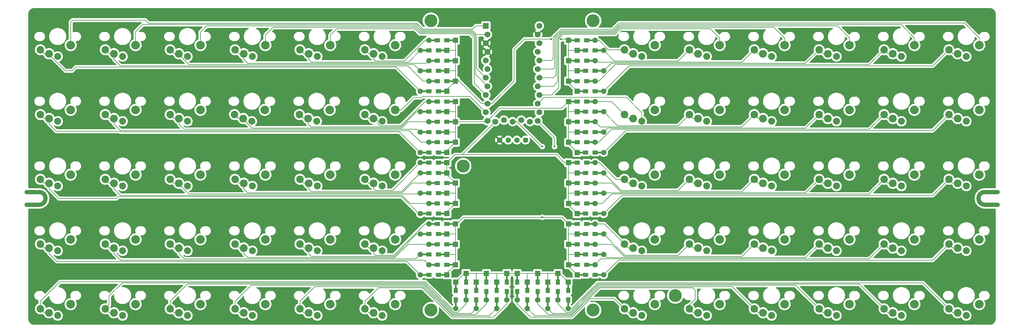
<source format=gbr>
%TF.GenerationSoftware,KiCad,Pcbnew,(6.0.0-rc1-306-g01eebd0b9d)*%
%TF.CreationDate,2022-02-27T11:11:43+00:00*%
%TF.ProjectId,lumberelite,6c756d62-6572-4656-9c69-74652e6b6963,2022.2*%
%TF.SameCoordinates,Original*%
%TF.FileFunction,Copper,L1,Top*%
%TF.FilePolarity,Positive*%
%FSLAX46Y46*%
G04 Gerber Fmt 4.6, Leading zero omitted, Abs format (unit mm)*
G04 Created by KiCad (PCBNEW (6.0.0-rc1-306-g01eebd0b9d)) date 2022-02-27 11:11:43*
%MOMM*%
%LPD*%
G01*
G04 APERTURE LIST*
%TA.AperFunction,EtchedComponent*%
%ADD10C,1.250000*%
%TD*%
%TA.AperFunction,ComponentPad*%
%ADD11C,2.540000*%
%TD*%
%TA.AperFunction,ComponentPad*%
%ADD12C,2.032000*%
%TD*%
%TA.AperFunction,ComponentPad*%
%ADD13C,2.286000*%
%TD*%
%TA.AperFunction,ComponentPad*%
%ADD14C,2.200000*%
%TD*%
%TA.AperFunction,ComponentPad*%
%ADD15R,1.600000X1.600000*%
%TD*%
%TA.AperFunction,SMDPad,CuDef*%
%ADD16R,2.900000X0.500000*%
%TD*%
%TA.AperFunction,SMDPad,CuDef*%
%ADD17R,1.600000X1.200000*%
%TD*%
%TA.AperFunction,ComponentPad*%
%ADD18C,1.600000*%
%TD*%
%TA.AperFunction,SMDPad,CuDef*%
%ADD19R,0.500000X2.900000*%
%TD*%
%TA.AperFunction,SMDPad,CuDef*%
%ADD20R,1.200000X1.600000*%
%TD*%
%TA.AperFunction,ComponentPad*%
%ADD21C,3.800000*%
%TD*%
%TA.AperFunction,ComponentPad*%
%ADD22R,1.752600X1.752600*%
%TD*%
%TA.AperFunction,ComponentPad*%
%ADD23C,1.752600*%
%TD*%
%TA.AperFunction,ViaPad*%
%ADD24C,0.600000*%
%TD*%
%TA.AperFunction,Conductor*%
%ADD25C,0.160000*%
%TD*%
G04 APERTURE END LIST*
D10*
%TO.C,HOLE*%
X53708900Y-104625000D02*
X50000000Y-104625000D01*
X50000000Y-108375000D02*
X53708900Y-108375000D01*
X53708900Y-108375000D02*
G75*
G03*
X53708900Y-104625000I0J1875000D01*
G01*
X331291200Y-108375000D02*
X335000100Y-108375000D01*
X335000100Y-104625000D02*
X331291200Y-104625000D01*
X331291200Y-104625000D02*
G75*
G03*
X331291200Y-108375000I0J-1875000D01*
G01*
%TD*%
D11*
%TO.P,SW_1_12,1,1*%
%TO.N,/COL12*%
X329660000Y-61415000D03*
D12*
X325850000Y-64775000D03*
D13*
%TO.P,SW_1_12,2,2*%
%TO.N,Net-(D_1_12-Pad2)*%
X323310000Y-63955000D03*
D14*
X320750000Y-62775000D03*
%TD*%
D11*
%TO.P,SW_1_9,1,1*%
%TO.N,/COL9*%
X272510000Y-61415000D03*
D12*
X268700000Y-64775000D03*
D14*
%TO.P,SW_1_9,2,2*%
%TO.N,Net-(D_1_9-Pad2)*%
X263600000Y-62775000D03*
D13*
X266160000Y-63955000D03*
%TD*%
D12*
%TO.P,SW_2_12,1,1*%
%TO.N,/COL12*%
X325850000Y-83825000D03*
D11*
X329660000Y-80465000D03*
D14*
%TO.P,SW_2_12,2,2*%
%TO.N,Net-(D_2_12-Pad2)*%
X320750000Y-81825000D03*
D13*
X323310000Y-83005000D03*
%TD*%
D11*
%TO.P,SW_2_9,1,1*%
%TO.N,/COL9*%
X272510000Y-80465000D03*
D12*
X268700000Y-83825000D03*
D13*
%TO.P,SW_2_9,2,2*%
%TO.N,Net-(D_2_9-Pad2)*%
X266160000Y-83005000D03*
D14*
X263600000Y-81825000D03*
%TD*%
D12*
%TO.P,SW_3_12,1,1*%
%TO.N,/COL12*%
X325850000Y-102875000D03*
D11*
X329660000Y-99515000D03*
D13*
%TO.P,SW_3_12,2,2*%
%TO.N,Net-(D_3_12-Pad2)*%
X323310000Y-102055000D03*
D14*
X320750000Y-100875000D03*
%TD*%
D11*
%TO.P,SW_3_11,1,1*%
%TO.N,/COL11*%
X310610000Y-99515000D03*
D12*
X306800000Y-102875000D03*
D14*
%TO.P,SW_3_11,2,2*%
%TO.N,Net-(D_3_11-Pad2)*%
X301700000Y-100875000D03*
D13*
X304260000Y-102055000D03*
%TD*%
D12*
%TO.P,SW_2_8,1,1*%
%TO.N,/COL8*%
X249650000Y-83825000D03*
D11*
X253460000Y-80465000D03*
D14*
%TO.P,SW_2_8,2,2*%
%TO.N,Net-(D_2_8-Pad2)*%
X244550000Y-81825000D03*
D13*
X247110000Y-83005000D03*
%TD*%
D11*
%TO.P,SW_4_12,1,1*%
%TO.N,/COL12*%
X329660000Y-118565000D03*
D12*
X325850000Y-121925000D03*
D13*
%TO.P,SW_4_12,2,2*%
%TO.N,Net-(D_4_12-Pad2)*%
X323310000Y-121105000D03*
D14*
X320750000Y-119925000D03*
%TD*%
D12*
%TO.P,SW_5_12,1,1*%
%TO.N,/COL12*%
X325850000Y-140975000D03*
D11*
X329660000Y-137615000D03*
D14*
%TO.P,SW_5_12,2,2*%
%TO.N,Net-(D_5_12-Pad2)*%
X320750000Y-138975000D03*
D13*
X323310000Y-140155000D03*
%TD*%
D11*
%TO.P,SW_4_10,1,1*%
%TO.N,/COL10*%
X291560000Y-118565000D03*
D12*
X287750000Y-121925000D03*
D13*
%TO.P,SW_4_10,2,2*%
%TO.N,Net-(D_4_10-Pad2)*%
X285210000Y-121105000D03*
D14*
X282650000Y-119925000D03*
%TD*%
D11*
%TO.P,SW_4_9,1,1*%
%TO.N,/COL9*%
X272510000Y-118565000D03*
D12*
X268700000Y-121925000D03*
D14*
%TO.P,SW_4_9,2,2*%
%TO.N,Net-(D_4_9-Pad2)*%
X263600000Y-119925000D03*
D13*
X266160000Y-121105000D03*
%TD*%
D11*
%TO.P,SW_5_2,1,1*%
%TO.N,/COL2*%
X82010000Y-137615000D03*
D12*
X78200000Y-140975000D03*
D14*
%TO.P,SW_5_2,2,2*%
%TO.N,Net-(D_5_2-Pad2)*%
X73100000Y-138975000D03*
D13*
X75660000Y-140155000D03*
%TD*%
D11*
%TO.P,SW_5_4,1,1*%
%TO.N,/COL4*%
X120110000Y-137615000D03*
D12*
X116300000Y-140975000D03*
D13*
%TO.P,SW_5_4,2,2*%
%TO.N,Net-(D_5_4-Pad2)*%
X113760000Y-140155000D03*
D14*
X111200000Y-138975000D03*
%TD*%
D12*
%TO.P,SW_5_5,1,1*%
%TO.N,/COL5*%
X135350000Y-140975000D03*
D11*
X139160000Y-137615000D03*
D13*
%TO.P,SW_5_5,2,2*%
%TO.N,Net-(D_5_5-Pad2)*%
X132810000Y-140155000D03*
D14*
X130250000Y-138975000D03*
%TD*%
D11*
%TO.P,SW_5_9,1,1*%
%TO.N,/COL9*%
X272510000Y-137615000D03*
D12*
X268700000Y-140975000D03*
D14*
%TO.P,SW_5_9,2,2*%
%TO.N,Net-(D_5_9-Pad2)*%
X263600000Y-138975000D03*
D13*
X266160000Y-140155000D03*
%TD*%
D15*
%TO.P,D_2_6,1,K*%
%TO.N,/ROW2*%
X175900000Y-78000000D03*
D16*
X174500000Y-78000000D03*
D17*
X173400000Y-78000000D03*
D16*
%TO.P,D_2_6,2,A*%
%TO.N,Net-(D_2_6-Pad2)*%
X169500000Y-78000000D03*
D17*
X170600000Y-78000000D03*
D18*
X168100000Y-78000000D03*
%TD*%
D15*
%TO.P,D_4_6,1,K*%
%TO.N,/ROW4*%
X175900000Y-114000000D03*
D16*
X174500000Y-114000000D03*
D17*
X173400000Y-114000000D03*
%TO.P,D_4_6,2,A*%
%TO.N,Net-(D_4_6-Pad2)*%
X170600000Y-114000000D03*
D16*
X169500000Y-114000000D03*
D18*
X168100000Y-114000000D03*
%TD*%
D19*
%TO.P,D_5_6,1,K*%
%TO.N,/ROW5*%
X191000000Y-130000000D03*
D15*
X191000000Y-128600000D03*
D20*
X191000000Y-131100000D03*
%TO.P,D_5_6,2,A*%
%TO.N,Net-(D_5_6-Pad2)*%
X191000000Y-133900000D03*
D19*
X191000000Y-135000000D03*
D18*
X191000000Y-136400000D03*
%TD*%
D15*
%TO.P,D_5_5,1,K*%
%TO.N,/ROW5*%
X188000000Y-131100000D03*
D19*
X188000000Y-132500000D03*
D20*
X188000000Y-133600000D03*
%TO.P,D_5_5,2,A*%
%TO.N,Net-(D_5_5-Pad2)*%
X188000000Y-136400000D03*
D18*
X188000000Y-138900000D03*
D19*
X188000000Y-137500000D03*
%TD*%
%TO.P,D_5_4,1,K*%
%TO.N,/ROW5*%
X185000000Y-130000000D03*
D15*
X185000000Y-128600000D03*
D20*
X185000000Y-131100000D03*
%TO.P,D_5_4,2,A*%
%TO.N,Net-(D_5_4-Pad2)*%
X185000000Y-133900000D03*
D19*
X185000000Y-135000000D03*
D18*
X185000000Y-136400000D03*
%TD*%
D15*
%TO.P,D_5_2,1,K*%
%TO.N,/ROW5*%
X179000000Y-128600000D03*
D19*
X179000000Y-130000000D03*
D20*
X179000000Y-131100000D03*
D18*
%TO.P,D_5_2,2,A*%
%TO.N,Net-(D_5_2-Pad2)*%
X179000000Y-136400000D03*
D19*
X179000000Y-135000000D03*
D20*
X179000000Y-133900000D03*
%TD*%
D17*
%TO.P,D_1_2,1,K*%
%TO.N,/ROW1*%
X173400000Y-72000000D03*
D15*
X175900000Y-72000000D03*
D16*
X174500000Y-72000000D03*
D17*
%TO.P,D_1_2,2,A*%
%TO.N,Net-(D_1_2-Pad2)*%
X170600000Y-72000000D03*
D18*
X168100000Y-72000000D03*
D16*
X169500000Y-72000000D03*
%TD*%
D21*
%TO.P,H1,1*%
%TO.N,N/C*%
X168687480Y-54237550D03*
%TD*%
%TO.P,H2,1*%
%TO.N,N/C*%
X216312520Y-54237550D03*
%TD*%
%TO.P,H3,1*%
%TO.N,N/C*%
X168687480Y-139367309D03*
%TD*%
%TO.P,H4,1*%
%TO.N,N/C*%
X216312520Y-139367309D03*
%TD*%
D20*
%TO.P,D_5_11,1,K*%
%TO.N,/ROW5*%
X206000000Y-131100000D03*
D19*
X206000000Y-130000000D03*
D15*
X206000000Y-128600000D03*
D20*
%TO.P,D_5_11,2,A*%
%TO.N,Net-(D_5_11-Pad2)*%
X206000000Y-133900000D03*
D19*
X206000000Y-135000000D03*
D18*
X206000000Y-136400000D03*
%TD*%
D11*
%TO.P,SW_5_8,1,1*%
%TO.N,/COL8*%
X253460000Y-137615000D03*
D12*
X249650000Y-140975000D03*
D13*
%TO.P,SW_5_8,2,2*%
%TO.N,Net-(D_5_8-Pad2)*%
X247110000Y-140155000D03*
D14*
X244550000Y-138975000D03*
%TD*%
D12*
%TO.P,SW_4_5,1,1*%
%TO.N,/COL5*%
X135350000Y-121925000D03*
D11*
X139160000Y-118565000D03*
D13*
%TO.P,SW_4_5,2,2*%
%TO.N,Net-(D_4_5-Pad2)*%
X132810000Y-121105000D03*
D14*
X130250000Y-119925000D03*
%TD*%
D11*
%TO.P,SW_4_4,1,1*%
%TO.N,/COL4*%
X120110000Y-118565000D03*
D12*
X116300000Y-121925000D03*
D14*
%TO.P,SW_4_4,2,2*%
%TO.N,Net-(D_4_4-Pad2)*%
X111200000Y-119925000D03*
D13*
X113760000Y-121105000D03*
%TD*%
D12*
%TO.P,SW_4_3,1,1*%
%TO.N,/COL3*%
X97250000Y-121925000D03*
D11*
X101060000Y-118565000D03*
D13*
%TO.P,SW_4_3,2,2*%
%TO.N,Net-(D_4_3-Pad2)*%
X94710000Y-121105000D03*
D14*
X92150000Y-119925000D03*
%TD*%
D12*
%TO.P,SW_5_1,1,1*%
%TO.N,/COL1*%
X59150000Y-140975000D03*
D11*
X62960000Y-137615000D03*
D13*
%TO.P,SW_5_1,2,2*%
%TO.N,Net-(D_5_1-Pad2)*%
X56610000Y-140155000D03*
D14*
X54050000Y-138975000D03*
%TD*%
D17*
%TO.P,D_4_2,1,K*%
%TO.N,/ROW4*%
X173400000Y-126000000D03*
D15*
X175900000Y-126000000D03*
D16*
X174500000Y-126000000D03*
D18*
%TO.P,D_4_2,2,A*%
%TO.N,Net-(D_4_2-Pad2)*%
X168100000Y-126000000D03*
D17*
X170600000Y-126000000D03*
D16*
X169500000Y-126000000D03*
%TD*%
%TO.P,D_4_4,1,K*%
%TO.N,/ROW4*%
X174500000Y-120000000D03*
D17*
X173400000Y-120000000D03*
D15*
X175900000Y-120000000D03*
D17*
%TO.P,D_4_4,2,A*%
%TO.N,Net-(D_4_4-Pad2)*%
X170600000Y-120000000D03*
D18*
X168100000Y-120000000D03*
D16*
X169500000Y-120000000D03*
%TD*%
D15*
%TO.P,D_3_1,1,K*%
%TO.N,/ROW3*%
X173400000Y-111000000D03*
D16*
X172000000Y-111000000D03*
D17*
X170900000Y-111000000D03*
D16*
%TO.P,D_3_1,2,A*%
%TO.N,Net-(D_3_1-Pad2)*%
X167000000Y-111000000D03*
D18*
X165600000Y-111000000D03*
D17*
X168100000Y-111000000D03*
%TD*%
D16*
%TO.P,D_3_2,1,K*%
%TO.N,/ROW3*%
X174500000Y-108000000D03*
D17*
X173400000Y-108000000D03*
D15*
X175900000Y-108000000D03*
D16*
%TO.P,D_3_2,2,A*%
%TO.N,Net-(D_3_2-Pad2)*%
X169500000Y-108000000D03*
D18*
X168100000Y-108000000D03*
D17*
X170600000Y-108000000D03*
%TD*%
%TO.P,D_3_3,1,K*%
%TO.N,/ROW3*%
X170900000Y-105000000D03*
D16*
X172000000Y-105000000D03*
D15*
X173400000Y-105000000D03*
D17*
%TO.P,D_3_3,2,A*%
%TO.N,Net-(D_3_3-Pad2)*%
X168100000Y-105000000D03*
D16*
X167000000Y-105000000D03*
D18*
X165600000Y-105000000D03*
%TD*%
D15*
%TO.P,D_4_5,1,K*%
%TO.N,/ROW4*%
X173400000Y-117000000D03*
D17*
X170900000Y-117000000D03*
D16*
X172000000Y-117000000D03*
D18*
%TO.P,D_4_5,2,A*%
%TO.N,Net-(D_4_5-Pad2)*%
X165600000Y-117000000D03*
D16*
X167000000Y-117000000D03*
D17*
X168100000Y-117000000D03*
%TD*%
%TO.P,D_2_1,1,K*%
%TO.N,/ROW2*%
X170900000Y-93000000D03*
D15*
X173400000Y-93000000D03*
D16*
X172000000Y-93000000D03*
D18*
%TO.P,D_2_1,2,A*%
%TO.N,Net-(D_2_1-Pad2)*%
X165600000Y-93000000D03*
D16*
X167000000Y-93000000D03*
D17*
X168100000Y-93000000D03*
%TD*%
D16*
%TO.P,D_3_5,1,K*%
%TO.N,/ROW3*%
X172000000Y-99000000D03*
D17*
X170900000Y-99000000D03*
D15*
X173400000Y-99000000D03*
D17*
%TO.P,D_3_5,2,A*%
%TO.N,Net-(D_3_5-Pad2)*%
X168100000Y-99000000D03*
D18*
X165600000Y-99000000D03*
D16*
X167000000Y-99000000D03*
%TD*%
D17*
%TO.P,D_2_3,1,K*%
%TO.N,/ROW2*%
X170900000Y-87000000D03*
D16*
X172000000Y-87000000D03*
D15*
X173400000Y-87000000D03*
D18*
%TO.P,D_2_3,2,A*%
%TO.N,Net-(D_2_3-Pad2)*%
X165600000Y-87000000D03*
D16*
X167000000Y-87000000D03*
D17*
X168100000Y-87000000D03*
%TD*%
D16*
%TO.P,D_2_4,1,K*%
%TO.N,/ROW2*%
X174500000Y-84000000D03*
D17*
X173400000Y-84000000D03*
D15*
X175900000Y-84000000D03*
D18*
%TO.P,D_2_4,2,A*%
%TO.N,Net-(D_2_4-Pad2)*%
X168100000Y-84000000D03*
D16*
X169500000Y-84000000D03*
D17*
X170600000Y-84000000D03*
%TD*%
D16*
%TO.P,D_2_5,1,K*%
%TO.N,/ROW2*%
X172000000Y-81000000D03*
D17*
X170900000Y-81000000D03*
D15*
X173400000Y-81000000D03*
D16*
%TO.P,D_2_5,2,A*%
%TO.N,Net-(D_2_5-Pad2)*%
X167000000Y-81000000D03*
D17*
X168100000Y-81000000D03*
D18*
X165600000Y-81000000D03*
%TD*%
D17*
%TO.P,D_1_11,1,K*%
%TO.N,/ROW1*%
X211600000Y-72000000D03*
D16*
X210500000Y-72000000D03*
D15*
X209100000Y-72000000D03*
D16*
%TO.P,D_1_11,2,A*%
%TO.N,Net-(D_1_11-Pad2)*%
X215500000Y-72000000D03*
D17*
X214400000Y-72000000D03*
D18*
X216900000Y-72000000D03*
%TD*%
D15*
%TO.P,D_1_3,1,K*%
%TO.N,/ROW1*%
X173400000Y-69000000D03*
D17*
X170900000Y-69000000D03*
D16*
X172000000Y-69000000D03*
%TO.P,D_1_3,2,A*%
%TO.N,Net-(D_1_3-Pad2)*%
X167000000Y-69000000D03*
D17*
X168100000Y-69000000D03*
D18*
X165600000Y-69000000D03*
%TD*%
D12*
%TO.P,SW_3_6,1,1*%
%TO.N,/COL6*%
X154400000Y-102875000D03*
D11*
X158210000Y-99515000D03*
D14*
%TO.P,SW_3_6,2,2*%
%TO.N,Net-(D_3_6-Pad2)*%
X149300000Y-100875000D03*
D13*
X151860000Y-102055000D03*
%TD*%
D12*
%TO.P,SW_2_5,1,1*%
%TO.N,/COL5*%
X135200000Y-83825000D03*
D11*
X139010000Y-80465000D03*
D13*
%TO.P,SW_2_5,2,2*%
%TO.N,Net-(D_2_5-Pad2)*%
X132660000Y-83005000D03*
D14*
X130100000Y-81825000D03*
%TD*%
D12*
%TO.P,SW_3_3,1,1*%
%TO.N,/COL3*%
X97250000Y-102875000D03*
D11*
X101060000Y-99515000D03*
D13*
%TO.P,SW_3_3,2,2*%
%TO.N,Net-(D_3_3-Pad2)*%
X94710000Y-102055000D03*
D14*
X92150000Y-100875000D03*
%TD*%
D11*
%TO.P,SW_3_2,1,1*%
%TO.N,/COL2*%
X82010000Y-99515000D03*
D12*
X78200000Y-102875000D03*
D13*
%TO.P,SW_3_2,2,2*%
%TO.N,Net-(D_3_2-Pad2)*%
X75660000Y-102055000D03*
D14*
X73100000Y-100875000D03*
%TD*%
D11*
%TO.P,SW_3_1,1,1*%
%TO.N,/COL1*%
X62960000Y-99515000D03*
D12*
X59150000Y-102875000D03*
D14*
%TO.P,SW_3_1,2,2*%
%TO.N,Net-(D_3_1-Pad2)*%
X54050000Y-100875000D03*
D13*
X56610000Y-102055000D03*
%TD*%
D11*
%TO.P,SW_1_6,1,1*%
%TO.N,/COL6*%
X158210000Y-61415000D03*
D12*
X154400000Y-64775000D03*
D14*
%TO.P,SW_1_6,2,2*%
%TO.N,Net-(D_1_6-Pad2)*%
X149300000Y-62775000D03*
D13*
X151860000Y-63955000D03*
%TD*%
D11*
%TO.P,SW_1_4,1,1*%
%TO.N,/COL4*%
X120110000Y-61415000D03*
D12*
X116300000Y-64775000D03*
D13*
%TO.P,SW_1_4,2,2*%
%TO.N,Net-(D_1_4-Pad2)*%
X113760000Y-63955000D03*
D14*
X111200000Y-62775000D03*
%TD*%
D12*
%TO.P,SW_1_3,1,1*%
%TO.N,/COL3*%
X97250000Y-64775000D03*
D11*
X101060000Y-61415000D03*
D13*
%TO.P,SW_1_3,2,2*%
%TO.N,Net-(D_1_3-Pad2)*%
X94710000Y-63955000D03*
D14*
X92150000Y-62775000D03*
%TD*%
D15*
%TO.P,D_1_10,1,K*%
%TO.N,/ROW1*%
X211600000Y-69000000D03*
D17*
X214100000Y-69000000D03*
D16*
X213000000Y-69000000D03*
D17*
%TO.P,D_1_10,2,A*%
%TO.N,Net-(D_1_10-Pad2)*%
X216900000Y-69000000D03*
D18*
X219400000Y-69000000D03*
D16*
X218000000Y-69000000D03*
%TD*%
D11*
%TO.P,SW_1_11,1,1*%
%TO.N,/COL11*%
X310610000Y-61415000D03*
D12*
X306800000Y-64775000D03*
D13*
%TO.P,SW_1_11,2,2*%
%TO.N,Net-(D_1_11-Pad2)*%
X304260000Y-63955000D03*
D14*
X301700000Y-62775000D03*
%TD*%
D15*
%TO.P,D_1_5,1,K*%
%TO.N,/ROW1*%
X173400000Y-63000000D03*
D17*
X170900000Y-63000000D03*
D16*
X172000000Y-63000000D03*
D18*
%TO.P,D_1_5,2,A*%
%TO.N,Net-(D_1_5-Pad2)*%
X165600000Y-63000000D03*
D17*
X168100000Y-63000000D03*
D16*
X167000000Y-63000000D03*
%TD*%
D12*
%TO.P,SW_2_3,1,1*%
%TO.N,/COL3*%
X97250000Y-83825000D03*
D11*
X101060000Y-80465000D03*
D14*
%TO.P,SW_2_3,2,2*%
%TO.N,Net-(D_2_3-Pad2)*%
X92150000Y-81825000D03*
D13*
X94710000Y-83005000D03*
%TD*%
D11*
%TO.P,SW_2_4,1,1*%
%TO.N,/COL4*%
X119960000Y-80465000D03*
D12*
X116150000Y-83825000D03*
D14*
%TO.P,SW_2_4,2,2*%
%TO.N,Net-(D_2_4-Pad2)*%
X111050000Y-81825000D03*
D13*
X113610000Y-83005000D03*
%TD*%
D12*
%TO.P,SW_2_6,1,1*%
%TO.N,/COL6*%
X154400000Y-83825000D03*
D11*
X158210000Y-80465000D03*
D14*
%TO.P,SW_2_6,2,2*%
%TO.N,Net-(D_2_6-Pad2)*%
X149300000Y-81825000D03*
D13*
X151860000Y-83005000D03*
%TD*%
D12*
%TO.P,SW_4_1,1,1*%
%TO.N,/COL1*%
X59150000Y-121925000D03*
D11*
X62960000Y-118565000D03*
D13*
%TO.P,SW_4_1,2,2*%
%TO.N,Net-(D_4_1-Pad2)*%
X56610000Y-121105000D03*
D14*
X54050000Y-119925000D03*
%TD*%
D11*
%TO.P,SW_4_2,1,1*%
%TO.N,/COL2*%
X82010000Y-118565000D03*
D12*
X78200000Y-121925000D03*
D13*
%TO.P,SW_4_2,2,2*%
%TO.N,Net-(D_4_2-Pad2)*%
X75660000Y-121105000D03*
D14*
X73100000Y-119925000D03*
%TD*%
D11*
%TO.P,SW_5_11,1,1*%
%TO.N,/COL11*%
X310610000Y-137615000D03*
D12*
X306800000Y-140975000D03*
D13*
%TO.P,SW_5_11,2,2*%
%TO.N,Net-(D_5_11-Pad2)*%
X304260000Y-140155000D03*
D14*
X301700000Y-138975000D03*
%TD*%
D11*
%TO.P,SW_3_8,1,1*%
%TO.N,/COL8*%
X253460000Y-99515000D03*
D12*
X249650000Y-102875000D03*
D14*
%TO.P,SW_3_8,2,2*%
%TO.N,Net-(D_3_8-Pad2)*%
X244550000Y-100875000D03*
D13*
X247110000Y-102055000D03*
%TD*%
D11*
%TO.P,SW_3_9,1,1*%
%TO.N,/COL9*%
X272510000Y-99515000D03*
D12*
X268700000Y-102875000D03*
D13*
%TO.P,SW_3_9,2,2*%
%TO.N,Net-(D_3_9-Pad2)*%
X266160000Y-102055000D03*
D14*
X263600000Y-100875000D03*
%TD*%
D11*
%TO.P,SW_4_11,1,1*%
%TO.N,/COL11*%
X310610000Y-118565000D03*
D12*
X306800000Y-121925000D03*
D13*
%TO.P,SW_4_11,2,2*%
%TO.N,Net-(D_4_11-Pad2)*%
X304260000Y-121105000D03*
D14*
X301700000Y-119925000D03*
%TD*%
D19*
%TO.P,D_5_10,1,K*%
%TO.N,/ROW5*%
X203000000Y-132500000D03*
D20*
X203000000Y-133600000D03*
D15*
X203000000Y-131100000D03*
D19*
%TO.P,D_5_10,2,A*%
%TO.N,Net-(D_5_10-Pad2)*%
X203000000Y-137500000D03*
D20*
X203000000Y-136400000D03*
D18*
X203000000Y-138900000D03*
%TD*%
D12*
%TO.P,SW_5_3,1,1*%
%TO.N,/COL3*%
X97250000Y-140975000D03*
D11*
X101060000Y-137615000D03*
D13*
%TO.P,SW_5_3,2,2*%
%TO.N,Net-(D_5_3-Pad2)*%
X94710000Y-140155000D03*
D14*
X92150000Y-138975000D03*
%TD*%
D12*
%TO.P,SW_2_1,1,1*%
%TO.N,/COL1*%
X59150000Y-83825000D03*
D11*
X62960000Y-80465000D03*
D13*
%TO.P,SW_2_1,2,2*%
%TO.N,Net-(D_2_1-Pad2)*%
X56610000Y-83005000D03*
D14*
X54050000Y-81825000D03*
%TD*%
D12*
%TO.P,SW_4_8,1,1*%
%TO.N,/COL8*%
X249650000Y-121925000D03*
D11*
X253460000Y-118565000D03*
D14*
%TO.P,SW_4_8,2,2*%
%TO.N,Net-(D_4_8-Pad2)*%
X244550000Y-119925000D03*
D13*
X247110000Y-121105000D03*
%TD*%
D12*
%TO.P,SW_1_5,1,1*%
%TO.N,/COL5*%
X135350000Y-64775000D03*
D11*
X139160000Y-61415000D03*
D14*
%TO.P,SW_1_5,2,2*%
%TO.N,Net-(D_1_5-Pad2)*%
X130250000Y-62775000D03*
D13*
X132810000Y-63955000D03*
%TD*%
D11*
%TO.P,SW_1_10,1,1*%
%TO.N,/COL10*%
X291560000Y-61415000D03*
D12*
X287750000Y-64775000D03*
D14*
%TO.P,SW_1_10,2,2*%
%TO.N,Net-(D_1_10-Pad2)*%
X282650000Y-62775000D03*
D13*
X285210000Y-63955000D03*
%TD*%
D12*
%TO.P,SW_2_11,1,1*%
%TO.N,/COL11*%
X306800000Y-83825000D03*
D11*
X310610000Y-80465000D03*
D13*
%TO.P,SW_2_11,2,2*%
%TO.N,Net-(D_2_11-Pad2)*%
X304260000Y-83005000D03*
D14*
X301700000Y-81825000D03*
%TD*%
D11*
%TO.P,SW_4_6,1,1*%
%TO.N,/COL6*%
X158210000Y-118565000D03*
D12*
X154400000Y-121925000D03*
D14*
%TO.P,SW_4_6,2,2*%
%TO.N,Net-(D_4_6-Pad2)*%
X149300000Y-119925000D03*
D13*
X151860000Y-121105000D03*
%TD*%
D20*
%TO.P,D_5_1,1,K*%
%TO.N,/ROW5*%
X176000000Y-133600000D03*
D15*
X176000000Y-131100000D03*
D19*
X176000000Y-132500000D03*
D18*
%TO.P,D_5_1,2,A*%
%TO.N,Net-(D_5_1-Pad2)*%
X176000000Y-138900000D03*
D20*
X176000000Y-136400000D03*
D19*
X176000000Y-137500000D03*
%TD*%
D12*
%TO.P,SW_2_7,1,1*%
%TO.N,/COL7*%
X230600000Y-83825000D03*
D11*
X234410000Y-80465000D03*
D13*
%TO.P,SW_2_7,2,2*%
%TO.N,Net-(D_2_7-Pad2)*%
X228060000Y-83005000D03*
D14*
X225500000Y-81825000D03*
%TD*%
D12*
%TO.P,SW_1_7,1,1*%
%TO.N,/COL7*%
X230600000Y-64775000D03*
D11*
X234410000Y-61415000D03*
D14*
%TO.P,SW_1_7,2,2*%
%TO.N,Net-(D_1_7-Pad2)*%
X225500000Y-62775000D03*
D13*
X228060000Y-63955000D03*
%TD*%
D12*
%TO.P,SW_1_8,1,1*%
%TO.N,/COL8*%
X249650000Y-64775000D03*
D11*
X253460000Y-61415000D03*
D14*
%TO.P,SW_1_8,2,2*%
%TO.N,Net-(D_1_8-Pad2)*%
X244550000Y-62775000D03*
D13*
X247110000Y-63955000D03*
%TD*%
D11*
%TO.P,SW_5_6,1,1*%
%TO.N,/COL6*%
X158210000Y-137615000D03*
D12*
X154400000Y-140975000D03*
D14*
%TO.P,SW_5_6,2,2*%
%TO.N,Net-(D_5_6-Pad2)*%
X149300000Y-138975000D03*
D13*
X151860000Y-140155000D03*
%TD*%
D17*
%TO.P,D_3_12,1,K*%
%TO.N,/ROW3*%
X214100000Y-111000000D03*
D16*
X213000000Y-111000000D03*
D15*
X211600000Y-111000000D03*
D18*
%TO.P,D_3_12,2,A*%
%TO.N,Net-(D_3_12-Pad2)*%
X219400000Y-111000000D03*
D16*
X218000000Y-111000000D03*
D17*
X216900000Y-111000000D03*
%TD*%
D20*
%TO.P,D_5_12,1,K*%
%TO.N,/ROW5*%
X209000000Y-133600000D03*
D19*
X209000000Y-132500000D03*
D15*
X209000000Y-131100000D03*
D20*
%TO.P,D_5_12,2,A*%
%TO.N,Net-(D_5_12-Pad2)*%
X209000000Y-136400000D03*
D18*
X209000000Y-138900000D03*
D19*
X209000000Y-137500000D03*
%TD*%
D11*
%TO.P,SW_3_7,1,1*%
%TO.N,/COL7*%
X234410000Y-99515000D03*
D12*
X230600000Y-102875000D03*
D13*
%TO.P,SW_3_7,2,2*%
%TO.N,Net-(D_3_7-Pad2)*%
X228060000Y-102055000D03*
D14*
X225500000Y-100875000D03*
%TD*%
D12*
%TO.P,SW_5_7,1,1*%
%TO.N,/COL7*%
X230600000Y-140975000D03*
D11*
X234410000Y-137615000D03*
D13*
%TO.P,SW_5_7,2,2*%
%TO.N,Net-(D_5_7-Pad2)*%
X228060000Y-140155000D03*
D14*
X225500000Y-138975000D03*
%TD*%
D12*
%TO.P,SW_4_7,1,1*%
%TO.N,/COL7*%
X230600000Y-121925000D03*
D11*
X234410000Y-118565000D03*
D13*
%TO.P,SW_4_7,2,2*%
%TO.N,Net-(D_4_7-Pad2)*%
X228060000Y-121105000D03*
D14*
X225500000Y-119925000D03*
%TD*%
D12*
%TO.P,SW_3_5,1,1*%
%TO.N,/COL5*%
X135350000Y-102875000D03*
D11*
X139160000Y-99515000D03*
D13*
%TO.P,SW_3_5,2,2*%
%TO.N,Net-(D_3_5-Pad2)*%
X132810000Y-102055000D03*
D14*
X130250000Y-100875000D03*
%TD*%
D12*
%TO.P,SW_2_10,1,1*%
%TO.N,/COL10*%
X287750000Y-83825000D03*
D11*
X291560000Y-80465000D03*
D14*
%TO.P,SW_2_10,2,2*%
%TO.N,Net-(D_2_10-Pad2)*%
X282650000Y-81825000D03*
D13*
X285210000Y-83005000D03*
%TD*%
D16*
%TO.P,D_1_12,1,K*%
%TO.N,/ROW1*%
X213000000Y-75000000D03*
D15*
X211600000Y-75000000D03*
D17*
X214100000Y-75000000D03*
D16*
%TO.P,D_1_12,2,A*%
%TO.N,Net-(D_1_12-Pad2)*%
X218000000Y-75000000D03*
D17*
X216900000Y-75000000D03*
D18*
X219400000Y-75000000D03*
%TD*%
D16*
%TO.P,D_1_7,1,K*%
%TO.N,/ROW1*%
X210500000Y-60000000D03*
D15*
X209100000Y-60000000D03*
D17*
X211600000Y-60000000D03*
D18*
%TO.P,D_1_7,2,A*%
%TO.N,Net-(D_1_7-Pad2)*%
X216900000Y-60000000D03*
D17*
X214400000Y-60000000D03*
D16*
X215500000Y-60000000D03*
%TD*%
D17*
%TO.P,D_1_8,1,K*%
%TO.N,/ROW1*%
X214100000Y-63000000D03*
D16*
X213000000Y-63000000D03*
D15*
X211600000Y-63000000D03*
D17*
%TO.P,D_1_8,2,A*%
%TO.N,Net-(D_1_8-Pad2)*%
X216900000Y-63000000D03*
D18*
X219400000Y-63000000D03*
D16*
X218000000Y-63000000D03*
%TD*%
D17*
%TO.P,D_2_7,1,K*%
%TO.N,/ROW2*%
X211600000Y-78000000D03*
D15*
X209100000Y-78000000D03*
D16*
X210500000Y-78000000D03*
%TO.P,D_2_7,2,A*%
%TO.N,Net-(D_2_7-Pad2)*%
X215500000Y-78000000D03*
D18*
X216900000Y-78000000D03*
D17*
X214400000Y-78000000D03*
%TD*%
D15*
%TO.P,D_2_12,1,K*%
%TO.N,/ROW2*%
X211600000Y-93000000D03*
D17*
X214100000Y-93000000D03*
D16*
X213000000Y-93000000D03*
D17*
%TO.P,D_2_12,2,A*%
%TO.N,Net-(D_2_12-Pad2)*%
X216900000Y-93000000D03*
D18*
X219400000Y-93000000D03*
D16*
X218000000Y-93000000D03*
%TD*%
D15*
%TO.P,D_2_10,1,K*%
%TO.N,/ROW2*%
X211600000Y-87000000D03*
D16*
X213000000Y-87000000D03*
D17*
X214100000Y-87000000D03*
D18*
%TO.P,D_2_10,2,A*%
%TO.N,Net-(D_2_10-Pad2)*%
X219400000Y-87000000D03*
D17*
X216900000Y-87000000D03*
D16*
X218000000Y-87000000D03*
%TD*%
D15*
%TO.P,D_2_11,1,K*%
%TO.N,/ROW2*%
X209100000Y-90000000D03*
D16*
X210500000Y-90000000D03*
D17*
X211600000Y-90000000D03*
D16*
%TO.P,D_2_11,2,A*%
%TO.N,Net-(D_2_11-Pad2)*%
X215500000Y-90000000D03*
D18*
X216900000Y-90000000D03*
D17*
X214400000Y-90000000D03*
%TD*%
D16*
%TO.P,D_3_9,1,K*%
%TO.N,/ROW3*%
X210500000Y-102000000D03*
D15*
X209100000Y-102000000D03*
D17*
X211600000Y-102000000D03*
D16*
%TO.P,D_3_9,2,A*%
%TO.N,Net-(D_3_9-Pad2)*%
X215500000Y-102000000D03*
D18*
X216900000Y-102000000D03*
D17*
X214400000Y-102000000D03*
%TD*%
D15*
%TO.P,D_3_8,1,K*%
%TO.N,/ROW3*%
X211600000Y-99000000D03*
D17*
X214100000Y-99000000D03*
D16*
X213000000Y-99000000D03*
D17*
%TO.P,D_3_8,2,A*%
%TO.N,Net-(D_3_8-Pad2)*%
X216900000Y-99000000D03*
D16*
X218000000Y-99000000D03*
D18*
X219400000Y-99000000D03*
%TD*%
D17*
%TO.P,D_3_7,1,K*%
%TO.N,/ROW3*%
X211600000Y-96000000D03*
D15*
X209100000Y-96000000D03*
D16*
X210500000Y-96000000D03*
D17*
%TO.P,D_3_7,2,A*%
%TO.N,Net-(D_3_7-Pad2)*%
X214400000Y-96000000D03*
D18*
X216900000Y-96000000D03*
D16*
X215500000Y-96000000D03*
%TD*%
%TO.P,D_2_8,1,K*%
%TO.N,/ROW2*%
X213000000Y-81000000D03*
D15*
X211600000Y-81000000D03*
D17*
X214100000Y-81000000D03*
%TO.P,D_2_8,2,A*%
%TO.N,Net-(D_2_8-Pad2)*%
X216900000Y-81000000D03*
D18*
X219400000Y-81000000D03*
D16*
X218000000Y-81000000D03*
%TD*%
D17*
%TO.P,D_3_11,1,K*%
%TO.N,/ROW3*%
X211600000Y-108000000D03*
D15*
X209100000Y-108000000D03*
D16*
X210500000Y-108000000D03*
D18*
%TO.P,D_3_11,2,A*%
%TO.N,Net-(D_3_11-Pad2)*%
X216900000Y-108000000D03*
D17*
X214400000Y-108000000D03*
D16*
X215500000Y-108000000D03*
%TD*%
%TO.P,D_3_10,1,K*%
%TO.N,/ROW3*%
X213000000Y-105000000D03*
D17*
X214100000Y-105000000D03*
D15*
X211600000Y-105000000D03*
D17*
%TO.P,D_3_10,2,A*%
%TO.N,Net-(D_3_10-Pad2)*%
X216900000Y-105000000D03*
D18*
X219400000Y-105000000D03*
D16*
X218000000Y-105000000D03*
%TD*%
D15*
%TO.P,D_4_7,1,K*%
%TO.N,/ROW4*%
X209100000Y-114000000D03*
D16*
X210500000Y-114000000D03*
D17*
X211600000Y-114000000D03*
%TO.P,D_4_7,2,A*%
%TO.N,Net-(D_4_7-Pad2)*%
X214400000Y-114000000D03*
D16*
X215500000Y-114000000D03*
D18*
X216900000Y-114000000D03*
%TD*%
D17*
%TO.P,D_2_9,1,K*%
%TO.N,/ROW2*%
X211600000Y-84000000D03*
D15*
X209100000Y-84000000D03*
D16*
X210500000Y-84000000D03*
%TO.P,D_2_9,2,A*%
%TO.N,Net-(D_2_9-Pad2)*%
X215500000Y-84000000D03*
D17*
X214400000Y-84000000D03*
D18*
X216900000Y-84000000D03*
%TD*%
D17*
%TO.P,D_1_9,1,K*%
%TO.N,/ROW1*%
X211600000Y-66000000D03*
D16*
X210500000Y-66000000D03*
D15*
X209100000Y-66000000D03*
D17*
%TO.P,D_1_9,2,A*%
%TO.N,Net-(D_1_9-Pad2)*%
X214400000Y-66000000D03*
D18*
X216900000Y-66000000D03*
D16*
X215500000Y-66000000D03*
%TD*%
D17*
%TO.P,D_4_12,1,K*%
%TO.N,/ROW4*%
X214100000Y-129000000D03*
D16*
X213000000Y-129000000D03*
D15*
X211600000Y-129000000D03*
D18*
%TO.P,D_4_12,2,A*%
%TO.N,Net-(D_4_12-Pad2)*%
X219400000Y-129000000D03*
D17*
X216900000Y-129000000D03*
D16*
X218000000Y-129000000D03*
%TD*%
%TO.P,D_4_9,1,K*%
%TO.N,/ROW4*%
X210500000Y-120000000D03*
D17*
X211600000Y-120000000D03*
D15*
X209100000Y-120000000D03*
D16*
%TO.P,D_4_9,2,A*%
%TO.N,Net-(D_4_9-Pad2)*%
X215500000Y-120000000D03*
D18*
X216900000Y-120000000D03*
D17*
X214400000Y-120000000D03*
%TD*%
D20*
%TO.P,D_5_7,1,K*%
%TO.N,/ROW5*%
X194000000Y-131100000D03*
D15*
X194000000Y-128600000D03*
D19*
X194000000Y-130000000D03*
D18*
%TO.P,D_5_7,2,A*%
%TO.N,Net-(D_5_7-Pad2)*%
X194000000Y-136400000D03*
D20*
X194000000Y-133900000D03*
D19*
X194000000Y-135000000D03*
%TD*%
D15*
%TO.P,D_4_8,1,K*%
%TO.N,/ROW4*%
X211600000Y-117000000D03*
D16*
X213000000Y-117000000D03*
D17*
X214100000Y-117000000D03*
%TO.P,D_4_8,2,A*%
%TO.N,Net-(D_4_8-Pad2)*%
X216900000Y-117000000D03*
D18*
X219400000Y-117000000D03*
D16*
X218000000Y-117000000D03*
%TD*%
D15*
%TO.P,D_4_10,1,K*%
%TO.N,/ROW4*%
X211600000Y-123000000D03*
D17*
X214100000Y-123000000D03*
D16*
X213000000Y-123000000D03*
D18*
%TO.P,D_4_10,2,A*%
%TO.N,Net-(D_4_10-Pad2)*%
X219400000Y-123000000D03*
D16*
X218000000Y-123000000D03*
D17*
X216900000Y-123000000D03*
%TD*%
D15*
%TO.P,D_4_11,1,K*%
%TO.N,/ROW4*%
X209100000Y-126000000D03*
D16*
X210500000Y-126000000D03*
D17*
X211600000Y-126000000D03*
D18*
%TO.P,D_4_11,2,A*%
%TO.N,Net-(D_4_11-Pad2)*%
X216900000Y-126000000D03*
D16*
X215500000Y-126000000D03*
D17*
X214400000Y-126000000D03*
%TD*%
D20*
%TO.P,D_5_8,1,K*%
%TO.N,/ROW5*%
X197000000Y-133600000D03*
D19*
X197000000Y-132500000D03*
D15*
X197000000Y-131100000D03*
D18*
%TO.P,D_5_8,2,A*%
%TO.N,Net-(D_5_8-Pad2)*%
X197000000Y-138900000D03*
D19*
X197000000Y-137500000D03*
D20*
X197000000Y-136400000D03*
%TD*%
%TO.P,D_5_9,1,K*%
%TO.N,/ROW5*%
X200000000Y-131100000D03*
D19*
X200000000Y-130000000D03*
D15*
X200000000Y-128600000D03*
D19*
%TO.P,D_5_9,2,A*%
%TO.N,Net-(D_5_9-Pad2)*%
X200000000Y-135000000D03*
D18*
X200000000Y-136400000D03*
D20*
X200000000Y-133900000D03*
%TD*%
D16*
%TO.P,D_4_1,1,K*%
%TO.N,/ROW4*%
X172000000Y-129000000D03*
D17*
X170900000Y-129000000D03*
D15*
X173400000Y-129000000D03*
D16*
%TO.P,D_4_1,2,A*%
%TO.N,Net-(D_4_1-Pad2)*%
X167000000Y-129000000D03*
D17*
X168100000Y-129000000D03*
D18*
X165600000Y-129000000D03*
%TD*%
D16*
%TO.P,D_3_4,1,K*%
%TO.N,/ROW3*%
X174500000Y-102000000D03*
D17*
X173400000Y-102000000D03*
D15*
X175900000Y-102000000D03*
D17*
%TO.P,D_3_4,2,A*%
%TO.N,Net-(D_3_4-Pad2)*%
X170600000Y-102000000D03*
D16*
X169500000Y-102000000D03*
D18*
X168100000Y-102000000D03*
%TD*%
D15*
%TO.P,D_3_6,1,K*%
%TO.N,/ROW3*%
X173400000Y-96000000D03*
D17*
X170900000Y-96000000D03*
D16*
X172000000Y-96000000D03*
%TO.P,D_3_6,2,A*%
%TO.N,Net-(D_3_6-Pad2)*%
X167000000Y-96000000D03*
D17*
X168100000Y-96000000D03*
D18*
X165600000Y-96000000D03*
%TD*%
D15*
%TO.P,D_1_1,1,K*%
%TO.N,/ROW1*%
X173400000Y-75000000D03*
D17*
X170900000Y-75000000D03*
D16*
X172000000Y-75000000D03*
D17*
%TO.P,D_1_1,2,A*%
%TO.N,Net-(D_1_1-Pad2)*%
X168100000Y-75000000D03*
D16*
X167000000Y-75000000D03*
D18*
X165600000Y-75000000D03*
%TD*%
D16*
%TO.P,D_4_3,1,K*%
%TO.N,/ROW4*%
X172000000Y-123000000D03*
D17*
X170900000Y-123000000D03*
D15*
X173400000Y-123000000D03*
D18*
%TO.P,D_4_3,2,A*%
%TO.N,Net-(D_4_3-Pad2)*%
X165600000Y-123000000D03*
D16*
X167000000Y-123000000D03*
D17*
X168100000Y-123000000D03*
%TD*%
D12*
%TO.P,SW_3_10,1,1*%
%TO.N,/COL10*%
X287750000Y-102875000D03*
D11*
X291560000Y-99515000D03*
D14*
%TO.P,SW_3_10,2,2*%
%TO.N,Net-(D_3_10-Pad2)*%
X282650000Y-100875000D03*
D13*
X285210000Y-102055000D03*
%TD*%
D11*
%TO.P,SW_1_2,1,1*%
%TO.N,/COL2*%
X82010000Y-61415000D03*
D12*
X78200000Y-64775000D03*
D14*
%TO.P,SW_1_2,2,2*%
%TO.N,Net-(D_1_2-Pad2)*%
X73100000Y-62775000D03*
D13*
X75660000Y-63955000D03*
%TD*%
D12*
%TO.P,SW_5_10,1,1*%
%TO.N,/COL10*%
X287750000Y-140975000D03*
D11*
X291560000Y-137615000D03*
D14*
%TO.P,SW_5_10,2,2*%
%TO.N,Net-(D_5_10-Pad2)*%
X282650000Y-138975000D03*
D13*
X285210000Y-140155000D03*
%TD*%
D12*
%TO.P,SW_1_1,1,1*%
%TO.N,/COL1*%
X59150000Y-64775000D03*
D11*
X62960000Y-61415000D03*
D14*
%TO.P,SW_1_1,2,2*%
%TO.N,Net-(D_1_1-Pad2)*%
X54050000Y-62775000D03*
D13*
X56610000Y-63955000D03*
%TD*%
D12*
%TO.P,SW_2_2,1,1*%
%TO.N,/COL2*%
X78200000Y-83825000D03*
D11*
X82010000Y-80465000D03*
D14*
%TO.P,SW_2_2,2,2*%
%TO.N,Net-(D_2_2-Pad2)*%
X73100000Y-81825000D03*
D13*
X75660000Y-83005000D03*
%TD*%
D12*
%TO.P,SW_3_4,1,1*%
%TO.N,/COL4*%
X116300000Y-102875000D03*
D11*
X120110000Y-99515000D03*
D13*
%TO.P,SW_3_4,2,2*%
%TO.N,Net-(D_3_4-Pad2)*%
X113760000Y-102055000D03*
D14*
X111200000Y-100875000D03*
%TD*%
D16*
%TO.P,D_1_4,1,K*%
%TO.N,/ROW1*%
X174500000Y-66000000D03*
D15*
X175900000Y-66000000D03*
D17*
X173400000Y-66000000D03*
%TO.P,D_1_4,2,A*%
%TO.N,Net-(D_1_4-Pad2)*%
X170600000Y-66000000D03*
D18*
X168100000Y-66000000D03*
D16*
X169500000Y-66000000D03*
%TD*%
D15*
%TO.P,D_5_3,1,K*%
%TO.N,/ROW5*%
X182000000Y-131100000D03*
D19*
X182000000Y-132500000D03*
D20*
X182000000Y-133600000D03*
D18*
%TO.P,D_5_3,2,A*%
%TO.N,Net-(D_5_3-Pad2)*%
X182000000Y-138900000D03*
D20*
X182000000Y-136400000D03*
D19*
X182000000Y-137500000D03*
%TD*%
D17*
%TO.P,D_2_2,1,K*%
%TO.N,/ROW2*%
X173400000Y-90000000D03*
D15*
X175900000Y-90000000D03*
D16*
X174500000Y-90000000D03*
D17*
%TO.P,D_2_2,2,A*%
%TO.N,Net-(D_2_2-Pad2)*%
X170600000Y-90000000D03*
D18*
X168100000Y-90000000D03*
D16*
X169500000Y-90000000D03*
%TD*%
D15*
%TO.P,D_1_6,1,K*%
%TO.N,/ROW1*%
X175900000Y-60000000D03*
D17*
X173400000Y-60000000D03*
D16*
X174500000Y-60000000D03*
D18*
%TO.P,D_1_6,2,A*%
%TO.N,Net-(D_1_6-Pad2)*%
X168100000Y-60000000D03*
D17*
X170600000Y-60000000D03*
D16*
X169500000Y-60000000D03*
%TD*%
D21*
%TO.P,H6,1*%
%TO.N,N/C*%
X178192003Y-97003494D03*
%TD*%
D22*
%TO.P,U2,1,TX0/PD3*%
%TO.N,/COL1*%
X184825728Y-55760073D03*
D23*
%TO.P,U2,2,RX1/PD2*%
%TO.N,/COL2*%
X185282928Y-58300073D03*
%TO.P,U2,3,GND*%
%TO.N,/GND*%
X184825728Y-60840073D03*
%TO.P,U2,4,GND*%
X185282928Y-63380073D03*
%TO.P,U2,5,2/PD1*%
%TO.N,/SDA*%
X184825728Y-65920073D03*
%TO.P,U2,6,3/PD0*%
%TO.N,/SCL*%
X185282928Y-68460073D03*
%TO.P,U2,7,4/PD4*%
%TO.N,/COL3*%
X184825728Y-71000073D03*
%TO.P,U2,8,5/PC6*%
%TO.N,/COL4*%
X185282928Y-73540073D03*
%TO.P,U2,9,6/PD7*%
%TO.N,/COL5*%
X184825728Y-76080073D03*
%TO.P,U2,10,7/PE6*%
%TO.N,/ROW1*%
X185282928Y-78620073D03*
%TO.P,U2,11,8/PB4*%
%TO.N,/COL6*%
X184825728Y-81160073D03*
%TO.P,U2,12,9/PB5*%
%TO.N,/ROW2*%
X185282928Y-83700073D03*
%TO.P,U2,13,10/PB6*%
%TO.N,/ROW5*%
X200065728Y-83700073D03*
%TO.P,U2,14,16/PB2*%
%TO.N,unconnected-(U2-Pad14)*%
X200522928Y-81160073D03*
%TO.P,U2,15,14/PB3*%
%TO.N,/COL7*%
X200065728Y-78620073D03*
%TO.P,U2,16,15/PB1*%
%TO.N,/COL8*%
X200522928Y-76080073D03*
%TO.P,U2,17,A0/PF7*%
%TO.N,/COL9*%
X200065728Y-73540073D03*
%TO.P,U2,18,A1/PF6*%
%TO.N,/COL10*%
X200522928Y-71000073D03*
%TO.P,U2,19,A2/PF5*%
%TO.N,/COL11*%
X200065728Y-68460073D03*
%TO.P,U2,20,A3/PF4*%
%TO.N,/COL12*%
X200522928Y-65920073D03*
%TO.P,U2,21,VCC*%
%TO.N,/3V3*%
X200065728Y-63380073D03*
%TO.P,U2,22,RST*%
%TO.N,unconnected-(U2-Pad22)*%
X200522928Y-60840073D03*
%TO.P,U2,23,GND*%
%TO.N,/GND*%
X200065728Y-58300073D03*
%TO.P,U2,24,B0*%
%TO.N,unconnected-(U2-Pad24)*%
X200522928Y-55760073D03*
%TO.P,U2,25,B7*%
%TO.N,/ROW3*%
X187594328Y-83928673D03*
%TO.P,U2,26,D5*%
%TO.N,unconnected-(U2-Pad26)*%
X190134328Y-83471473D03*
%TO.P,U2,27,C7*%
%TO.N,/ROW4*%
X192674328Y-83928673D03*
%TO.P,U2,28,F1*%
%TO.N,unconnected-(U2-Pad28)*%
X195214328Y-83471473D03*
%TO.P,U2,29,F0*%
%TO.N,unconnected-(U2-Pad29)*%
X197754328Y-83928673D03*
%TD*%
D21*
%TO.P,H7,1*%
%TO.N,N/C*%
X240422933Y-135085732D03*
%TD*%
D18*
%TO.P,OLED1,1,SDA*%
%TO.N,/SDA*%
X196463052Y-89355000D03*
%TO.P,OLED1,2,SCL*%
%TO.N,/SCL*%
X193923052Y-89355000D03*
%TO.P,OLED1,3,VCC*%
%TO.N,/3V3*%
X191383052Y-89355000D03*
%TO.P,OLED1,4,GND*%
%TO.N,/GND*%
X188843052Y-89355000D03*
%TD*%
D24*
%TO.N,/ROW1*%
X204047772Y-59700170D03*
X206827312Y-59700170D03*
%TO.N,/ROW4*%
X201390000Y-112055317D03*
X201390000Y-91260000D03*
%TO.N,/ROW5*%
X204970000Y-91260000D03*
%TO.N,/GND*%
X200120000Y-87450000D03*
X179800000Y-85545000D03*
X165600000Y-59365000D03*
X179800000Y-78560000D03*
X179800000Y-70940000D03*
X179800000Y-53160000D03*
X220210000Y-59365000D03*
X192500000Y-103325000D03*
X186150000Y-116660000D03*
X186150000Y-103325000D03*
X187420000Y-74115000D03*
X192500000Y-116660000D03*
X187420000Y-79830000D03*
X173450000Y-131265000D03*
X192500000Y-78560000D03*
X186150000Y-89355000D03*
X192500000Y-81100000D03*
X207740000Y-62685000D03*
%TD*%
D25*
%TO.N,/ROW1*%
X173400000Y-63000000D02*
X175850000Y-63000000D01*
X196135738Y-59684262D02*
X204031864Y-59684262D01*
X173400000Y-69000000D02*
X175900000Y-69000000D01*
X173400000Y-75000000D02*
X173400000Y-74500000D01*
X209100000Y-60000000D02*
X209100000Y-62961600D01*
X183585073Y-78620073D02*
X176395000Y-71430000D01*
X185282928Y-78620073D02*
X186534480Y-78620073D01*
X209100000Y-72000000D02*
X209100000Y-72500000D01*
X209100000Y-62961600D02*
X209100000Y-66000000D01*
X193135000Y-62685000D02*
X196135738Y-59684262D01*
X193135000Y-72019553D02*
X193135000Y-62685000D01*
X186534480Y-78620073D02*
X193135000Y-72019553D01*
X209100000Y-69052600D02*
X209100000Y-72000000D01*
X209100000Y-72500000D02*
X211600000Y-75000000D01*
X175900000Y-69000000D02*
X175900000Y-72000000D01*
X204031864Y-59684262D02*
X204047772Y-59700170D01*
X175900000Y-62950000D02*
X175900000Y-66000000D01*
X173400000Y-74500000D02*
X175900000Y-72000000D01*
X211600000Y-63000000D02*
X209138400Y-63000000D01*
X175900000Y-66000000D02*
X175900000Y-69000000D01*
X185282928Y-78620073D02*
X183585073Y-78620073D01*
X211600000Y-69000000D02*
X209152600Y-69000000D01*
X206827312Y-59700170D02*
X209077312Y-59700170D01*
X209100000Y-66000000D02*
X209100000Y-69052600D01*
X175900000Y-60000000D02*
X175900000Y-62950000D01*
%TO.N,/ROW2*%
X209100000Y-84000000D02*
X209100000Y-87010400D01*
X209100000Y-90500000D02*
X211600000Y-93000000D01*
X185282928Y-83700073D02*
X188978739Y-80004262D01*
X175900000Y-84000000D02*
X175900000Y-86962400D01*
X175900000Y-86962400D02*
X175900000Y-90000000D01*
X173400000Y-87000000D02*
X175862400Y-87000000D01*
X175900000Y-80993400D02*
X175900000Y-84000000D01*
X207095738Y-80004262D02*
X209100000Y-78000000D01*
X175900000Y-84000000D02*
X184983001Y-84000000D01*
X211600000Y-81000000D02*
X209116000Y-81000000D01*
X209100000Y-87010400D02*
X209100000Y-90000000D01*
X211600000Y-87000000D02*
X209110400Y-87000000D01*
X209100000Y-78000000D02*
X209100000Y-81016000D01*
X188978739Y-80004262D02*
X207095738Y-80004262D01*
X209100000Y-81016000D02*
X209100000Y-84000000D01*
X209100000Y-90000000D02*
X209100000Y-90500000D01*
X175900000Y-78000000D02*
X175900000Y-80993400D01*
X173400000Y-81000000D02*
X175893400Y-81000000D01*
X173400000Y-93000000D02*
X173400000Y-92500000D01*
X184983001Y-84000000D02*
X185282928Y-83700073D01*
X173400000Y-92500000D02*
X175900000Y-90000000D01*
%TO.N,/ROW3*%
X209100000Y-96000000D02*
X207950000Y-96000000D01*
X173400000Y-96000000D02*
X173400000Y-99000000D01*
X211600000Y-99000000D02*
X209197400Y-99000000D01*
X209100000Y-108500000D02*
X211600000Y-111000000D01*
X187594328Y-83928673D02*
X178040000Y-93483001D01*
X173400000Y-111000000D02*
X173400000Y-110500000D01*
X209100000Y-98902600D02*
X209100000Y-102000000D01*
X178040000Y-93655000D02*
X175745000Y-93655000D01*
X175745000Y-93655000D02*
X173400000Y-96000000D01*
X173400000Y-99500000D02*
X175900000Y-102000000D01*
X178040000Y-93483001D02*
X178040000Y-93655000D01*
X211600000Y-105000000D02*
X209119000Y-105000000D01*
X207950000Y-96000000D02*
X205605000Y-93655000D01*
X209119000Y-105000000D02*
X209100000Y-105019000D01*
X205605000Y-93655000D02*
X178040000Y-93655000D01*
X209100000Y-108000000D02*
X209100000Y-108500000D01*
X175900000Y-108000000D02*
X175900000Y-105021800D01*
X175900000Y-105021800D02*
X175900000Y-102000000D01*
X173400000Y-110500000D02*
X175900000Y-108000000D01*
X209100000Y-105019000D02*
X209100000Y-108000000D01*
X173400000Y-105000000D02*
X175878200Y-105000000D01*
X209100000Y-96000000D02*
X209100000Y-98902600D01*
X173400000Y-99000000D02*
X173400000Y-99500000D01*
X209100000Y-102000000D02*
X209100000Y-105019000D01*
%TO.N,/ROW4*%
X211600000Y-123000000D02*
X209127600Y-123000000D01*
X201390000Y-112055317D02*
X201375317Y-112070000D01*
X201390000Y-112055317D02*
X201404683Y-112070000D01*
X173400000Y-117000000D02*
X175834400Y-117000000D01*
X209100000Y-120000000D02*
X209100000Y-123027600D01*
X209100000Y-114000000D02*
X209100000Y-116931600D01*
X175900000Y-120000000D02*
X175900000Y-122979000D01*
X201375317Y-112070000D02*
X178300000Y-112070000D01*
X209100000Y-116931600D02*
X209100000Y-120000000D01*
X173400000Y-123000000D02*
X175879000Y-123000000D01*
X175879000Y-123000000D02*
X175900000Y-122979000D01*
X175900000Y-116934400D02*
X175900000Y-120000000D01*
X201404683Y-112070000D02*
X207170000Y-112070000D01*
X178300000Y-112070000D02*
X176370000Y-114000000D01*
X193913603Y-83928673D02*
X201244930Y-91260000D01*
X173400000Y-128500000D02*
X175900000Y-126000000D01*
X209100000Y-123027600D02*
X209100000Y-126000000D01*
X209100000Y-126000000D02*
X209100000Y-126500000D01*
X175900000Y-122979000D02*
X175900000Y-126000000D01*
X207170000Y-112070000D02*
X209100000Y-114000000D01*
X175900000Y-114000000D02*
X175900000Y-116934400D01*
X173400000Y-129000000D02*
X173400000Y-128500000D01*
X209100000Y-126500000D02*
X211600000Y-129000000D01*
X192674328Y-83928673D02*
X193913603Y-83928673D01*
X176370000Y-114000000D02*
X175900000Y-114000000D01*
X201244930Y-91260000D02*
X201390000Y-91260000D01*
X211600000Y-117000000D02*
X209168400Y-117000000D01*
%TO.N,/ROW5*%
X206000000Y-128600000D02*
X203019600Y-128600000D01*
X206500000Y-128600000D02*
X209000000Y-131100000D01*
X203019600Y-128600000D02*
X200000000Y-128600000D01*
X204970000Y-88604345D02*
X204970000Y-91260000D01*
X181963000Y-128600000D02*
X185000000Y-128600000D01*
X206000000Y-128600000D02*
X206500000Y-128600000D01*
X179000000Y-128600000D02*
X178500000Y-128600000D01*
X182000000Y-131100000D02*
X182000000Y-128637000D01*
X179000000Y-128600000D02*
X181963000Y-128600000D01*
X203000000Y-131100000D02*
X203000000Y-128619600D01*
X178500000Y-128600000D02*
X176000000Y-131100000D01*
X197014400Y-128600000D02*
X194000000Y-128600000D01*
X194000000Y-128600000D02*
X191000000Y-128600000D01*
X188000000Y-131100000D02*
X188000000Y-128633600D01*
X197000000Y-131100000D02*
X197000000Y-128614400D01*
X185000000Y-128600000D02*
X188033600Y-128600000D01*
X200065728Y-83700073D02*
X204970000Y-88604345D01*
X206000000Y-128600000D02*
X201259549Y-128600000D01*
X200000000Y-128600000D02*
X197014400Y-128600000D01*
X188033600Y-128600000D02*
X191000000Y-128600000D01*
%TO.N,/COL3*%
X182110000Y-68284345D02*
X184825728Y-71000073D01*
X101060000Y-61415000D02*
X101060000Y-57590000D01*
X180629398Y-57375960D02*
X182110000Y-58856562D01*
X101060000Y-57590000D02*
X102868921Y-55781079D01*
X102868921Y-55781079D02*
X164312477Y-55781079D01*
X182110000Y-58856562D02*
X182110000Y-68284345D01*
X164312477Y-55781079D02*
X165907358Y-57375960D01*
X165907358Y-57375960D02*
X180629398Y-57375960D01*
%TO.N,/COL1*%
X166319714Y-56656920D02*
X181008080Y-56656920D01*
X181904927Y-55760073D02*
X184825728Y-55760073D01*
X164643853Y-54981059D02*
X166319714Y-56656920D01*
X84854990Y-54054990D02*
X85781059Y-54981059D01*
X181008080Y-56656920D02*
X181904927Y-55760073D01*
X62958600Y-137613600D02*
X62960000Y-137615000D01*
X63548626Y-54054990D02*
X84854990Y-54054990D01*
X85781059Y-54981059D02*
X164643853Y-54981059D01*
X62960000Y-54643616D02*
X63548626Y-54054990D01*
X62960000Y-61415000D02*
X62960000Y-54643616D01*
%TO.N,/COL2*%
X164478166Y-55381069D02*
X166113537Y-57016440D01*
X82010000Y-61415000D02*
X82010000Y-57460000D01*
X180778316Y-57016440D02*
X182061949Y-58300073D01*
X166113537Y-57016440D02*
X180778316Y-57016440D01*
X182061949Y-58300073D02*
X185282928Y-58300073D01*
X82010000Y-57460000D02*
X84088931Y-55381069D01*
X84088931Y-55381069D02*
X164478166Y-55381069D01*
%TO.N,/COL4*%
X122370577Y-56181089D02*
X164146788Y-56181089D01*
X181750480Y-59005480D02*
X181750480Y-70007625D01*
X120110000Y-61415000D02*
X120110000Y-58441666D01*
X180480480Y-57735480D02*
X181750480Y-59005480D01*
X164146788Y-56181089D02*
X165701179Y-57735480D01*
X120110000Y-58441666D02*
X122370577Y-56181089D01*
X165701179Y-57735480D02*
X180480480Y-57735480D01*
X181750480Y-70007625D02*
X185282928Y-73540073D01*
%TO.N,/COL5*%
X139160000Y-61415000D02*
X139160000Y-58441666D01*
X139160000Y-58441666D02*
X141020567Y-56581099D01*
X181390960Y-59280960D02*
X181390960Y-72645305D01*
X141020567Y-56581099D02*
X163981099Y-56581099D01*
X181390960Y-72645305D02*
X184825728Y-76080073D01*
X180205000Y-58095000D02*
X181390960Y-59280960D01*
X165495000Y-58095000D02*
X180205000Y-58095000D01*
X163981099Y-56581099D02*
X165495000Y-58095000D01*
%TO.N,/COL6*%
X165924979Y-76820021D02*
X166235000Y-76510000D01*
X180175655Y-76510000D02*
X184825728Y-81160073D01*
X166235000Y-76510000D02*
X180175655Y-76510000D01*
X163651029Y-76820021D02*
X165924979Y-76820021D01*
X158210000Y-80465000D02*
X160006051Y-80465000D01*
X160006051Y-80465000D02*
X163651029Y-76820021D01*
%TO.N,/COL7*%
X201911702Y-76774099D02*
X200065728Y-78620073D01*
X230600000Y-81301666D02*
X226072433Y-76774099D01*
X230600000Y-83825000D02*
X230600000Y-81301666D01*
X226072433Y-76774099D02*
X201911702Y-76774099D01*
%TO.N,/COL8*%
X253460000Y-61415000D02*
X253460000Y-59290026D01*
X206250000Y-59483752D02*
X206250000Y-73960000D01*
X206250000Y-73960000D02*
X204129927Y-76080073D01*
X250751073Y-56581099D02*
X224383999Y-56581099D01*
X222702018Y-58263080D02*
X207470672Y-58263080D01*
X253460000Y-59290026D02*
X250751073Y-56581099D01*
X207470672Y-58263080D02*
X206250000Y-59483752D01*
X204129927Y-76080073D02*
X200522928Y-76080073D01*
X224383999Y-56581099D02*
X222702018Y-58263080D01*
%TO.N,/COL9*%
X200065728Y-73540073D02*
X204623577Y-73540073D01*
X224275571Y-56181089D02*
X269401063Y-56181089D01*
X272510000Y-59290026D02*
X272510000Y-61415000D01*
X222553100Y-57903560D02*
X224275571Y-56181089D01*
X269401063Y-56181089D02*
X272510000Y-59290026D01*
X205849990Y-72313660D02*
X205849990Y-59375324D01*
X207321754Y-57903560D02*
X222553100Y-57903560D01*
X205849990Y-59375324D02*
X207321754Y-57903560D01*
X204623577Y-73540073D02*
X205849990Y-72313660D01*
%TO.N,Net-(D_1_1-Pad2)*%
X158471051Y-67871051D02*
X158459651Y-67871051D01*
X56610000Y-64153082D02*
X56610000Y-63955000D01*
X158459651Y-67871051D02*
X156961051Y-67871051D01*
X61423118Y-68966200D02*
X56610000Y-64153082D01*
X156961051Y-67871051D02*
X64490618Y-67871051D01*
X63395469Y-68966200D02*
X61423118Y-68966200D01*
X55230000Y-63955000D02*
X56610000Y-63955000D01*
X54050000Y-62775000D02*
X55230000Y-63955000D01*
X64490618Y-67871051D02*
X63395469Y-68966200D01*
X165600000Y-75000000D02*
X158471051Y-67871051D01*
%TO.N,Net-(D_1_2-Pad2)*%
X74280000Y-63955000D02*
X75660000Y-63955000D01*
X77599595Y-67511041D02*
X161967800Y-67511041D01*
X75660000Y-65571446D02*
X77599595Y-67511041D01*
X166456759Y-72000000D02*
X168100000Y-72000000D01*
X75660000Y-63955000D02*
X75660000Y-65571446D01*
X73100000Y-62775000D02*
X74280000Y-63955000D01*
X161967800Y-67511041D02*
X166456759Y-72000000D01*
%TO.N,Net-(D_1_3-Pad2)*%
X93330000Y-63955000D02*
X94710000Y-63955000D01*
X94710000Y-64153082D02*
X94710000Y-63955000D01*
X92150000Y-62775000D02*
X93330000Y-63955000D01*
X97707949Y-67151031D02*
X163751031Y-67151031D01*
X163751031Y-67151031D02*
X165600000Y-69000000D01*
X97707949Y-67151031D02*
X94710000Y-64153082D01*
%TO.N,Net-(D_1_4-Pad2)*%
X114979575Y-66791021D02*
X167308979Y-66791021D01*
X113760000Y-65571446D02*
X114979575Y-66791021D01*
X167308979Y-66791021D02*
X168100000Y-66000000D01*
X112380000Y-63955000D02*
X113760000Y-63955000D01*
X113760000Y-63955000D02*
X113760000Y-65571446D01*
X111200000Y-62775000D02*
X112380000Y-63955000D01*
%TO.N,Net-(D_1_5-Pad2)*%
X132810000Y-65571446D02*
X133669565Y-66431011D01*
X133669565Y-66431011D02*
X162168989Y-66431011D01*
X162168989Y-66431011D02*
X165600000Y-63000000D01*
X130250000Y-62775000D02*
X131430000Y-63955000D01*
X132810000Y-63955000D02*
X132810000Y-65571446D01*
X131430000Y-63955000D02*
X132810000Y-63955000D01*
%TO.N,Net-(D_1_6-Pad2)*%
X151860000Y-63955000D02*
X151860000Y-65571446D01*
X149300000Y-62775000D02*
X150480000Y-63955000D01*
X160930597Y-66071001D02*
X167001598Y-60000000D01*
X151860000Y-65571446D02*
X152359555Y-66071001D01*
X150480000Y-63955000D02*
X151860000Y-63955000D01*
X152359555Y-66071001D02*
X160930597Y-66071001D01*
X167001598Y-60000000D02*
X168100000Y-60000000D01*
%TO.N,Net-(D_1_7-Pad2)*%
X218031370Y-60000000D02*
X220806370Y-62775000D01*
X225500000Y-62775000D02*
X226680000Y-63955000D01*
X226680000Y-63955000D02*
X228060000Y-63955000D01*
X220806370Y-62775000D02*
X225500000Y-62775000D01*
X216900000Y-60000000D02*
X218031370Y-60000000D01*
%TO.N,Net-(D_1_8-Pad2)*%
X244550000Y-62775000D02*
X245730000Y-63955000D01*
X245730000Y-63955000D02*
X247110000Y-63955000D01*
X244550000Y-62775000D02*
X241253999Y-66071001D01*
X241253999Y-66071001D02*
X222471001Y-66071001D01*
X222471001Y-66071001D02*
X219400000Y-63000000D01*
%TO.N,Net-(D_1_9-Pad2)*%
X259943989Y-66431011D02*
X217331011Y-66431011D01*
X263600000Y-62775000D02*
X259943989Y-66431011D01*
X263600000Y-62775000D02*
X264780000Y-63955000D01*
X217331011Y-66431011D02*
X216900000Y-66000000D01*
X264780000Y-63955000D02*
X266160000Y-63955000D01*
%TO.N,Net-(D_1_10-Pad2)*%
X282650000Y-62775000D02*
X278633979Y-66791021D01*
X278633979Y-66791021D02*
X221608979Y-66791021D01*
X283830000Y-63955000D02*
X285210000Y-63955000D01*
X282650000Y-62775000D02*
X283830000Y-63955000D01*
X221608979Y-66791021D02*
X219400000Y-69000000D01*
%TO.N,/COL10*%
X205449980Y-70173670D02*
X205449980Y-59266896D01*
X205449980Y-59266896D02*
X207172836Y-57544040D01*
X207172836Y-57544040D02*
X222404182Y-57544040D01*
X204623577Y-71000073D02*
X205449980Y-70173670D01*
X291560000Y-59290026D02*
X291560000Y-61415000D01*
X224167143Y-55781079D02*
X288051053Y-55781079D01*
X222404182Y-57544040D02*
X224167143Y-55781079D01*
X288051053Y-55781079D02*
X291560000Y-59290026D01*
X200522928Y-71000073D02*
X204623577Y-71000073D01*
%TO.N,Net-(D_1_11-Pad2)*%
X222847371Y-67151031D02*
X217998402Y-72000000D01*
X301700000Y-62775000D02*
X302880000Y-63955000D01*
X217998402Y-72000000D02*
X216900000Y-72000000D01*
X301700000Y-62775000D02*
X297323969Y-67151031D01*
X302880000Y-63955000D02*
X304260000Y-63955000D01*
X297323969Y-67151031D02*
X222847371Y-67151031D01*
%TO.N,/COL11*%
X204623577Y-68460073D02*
X205049970Y-68033680D01*
X310610000Y-59290026D02*
X310610000Y-61415000D01*
X222255264Y-57184520D02*
X224058715Y-55381069D01*
X200065728Y-68460073D02*
X204623577Y-68460073D01*
X205049970Y-59158468D02*
X207023918Y-57184520D01*
X207023918Y-57184520D02*
X222255264Y-57184520D01*
X306701043Y-55381069D02*
X310610000Y-59290026D01*
X205049970Y-68033680D02*
X205049970Y-59158468D01*
X224058715Y-55381069D02*
X306701043Y-55381069D01*
%TO.N,Net-(D_1_12-Pad2)*%
X320750000Y-62775000D02*
X321930000Y-63955000D01*
X320750000Y-62775000D02*
X316013959Y-67511041D01*
X226888959Y-67511041D02*
X219400000Y-75000000D01*
X321930000Y-63955000D02*
X323310000Y-63955000D01*
X316013959Y-67511041D02*
X226888959Y-67511041D01*
%TO.N,/COL12*%
X329660000Y-61415000D02*
X329660000Y-59290026D01*
X222014437Y-56825000D02*
X206875000Y-56825000D01*
X223889437Y-54950000D02*
X222014437Y-56825000D01*
X325319974Y-54950000D02*
X223889437Y-54950000D01*
X204129927Y-65920073D02*
X200522928Y-65920073D01*
X329660000Y-59290026D02*
X325319974Y-54950000D01*
X204649960Y-59050040D02*
X204649960Y-65400040D01*
X204649960Y-65400040D02*
X204129927Y-65920073D01*
X206875000Y-56825000D02*
X204649960Y-59050040D01*
%TO.N,Net-(D_2_1-Pad2)*%
X54050000Y-81825000D02*
X55230000Y-83005000D01*
X77451167Y-86921051D02*
X78475051Y-86921051D01*
X159521051Y-86921051D02*
X165600000Y-93000000D01*
X56610000Y-84621446D02*
X58734754Y-86746200D01*
X56610000Y-83005000D02*
X56610000Y-84621446D01*
X58734754Y-86746200D02*
X77276316Y-86746200D01*
X78475051Y-86921051D02*
X159521051Y-86921051D01*
X77276316Y-86746200D02*
X77451167Y-86921051D01*
X55230000Y-83005000D02*
X56610000Y-83005000D01*
%TO.N,Net-(D_2_2-Pad2)*%
X74280000Y-83005000D02*
X75660000Y-83005000D01*
X162348800Y-86561041D02*
X165787759Y-90000000D01*
X75660000Y-83005000D02*
X75660000Y-84621446D01*
X77599595Y-86561041D02*
X162348800Y-86561041D01*
X73100000Y-81825000D02*
X74280000Y-83005000D01*
X75660000Y-84621446D02*
X77599595Y-86561041D01*
X165787759Y-90000000D02*
X168100000Y-90000000D01*
%TO.N,Net-(D_2_3-Pad2)*%
X96289585Y-86201031D02*
X164801031Y-86201031D01*
X94710000Y-83005000D02*
X94710000Y-84621446D01*
X94710000Y-84621446D02*
X96289585Y-86201031D01*
X93330000Y-83005000D02*
X94710000Y-83005000D01*
X92150000Y-81825000D02*
X93330000Y-83005000D01*
X164801031Y-86201031D02*
X165600000Y-87000000D01*
%TO.N,Net-(D_2_4-Pad2)*%
X111050000Y-81825000D02*
X112230000Y-83005000D01*
X112230000Y-83005000D02*
X113610000Y-83005000D01*
X168100000Y-84000000D02*
X162019860Y-84000000D01*
X160178839Y-85841021D02*
X116247939Y-85841021D01*
X162019860Y-84000000D02*
X160178839Y-85841021D01*
X113610000Y-83203082D02*
X113610000Y-83005000D01*
X116247939Y-85841021D02*
X113610000Y-83203082D01*
%TO.N,Net-(D_2_5-Pad2)*%
X131280000Y-83005000D02*
X132660000Y-83005000D01*
X132660000Y-84621446D02*
X133519565Y-85481011D01*
X130100000Y-81825000D02*
X131280000Y-83005000D01*
X132660000Y-83005000D02*
X132660000Y-84621446D01*
X164510729Y-81000000D02*
X165600000Y-81000000D01*
X160029718Y-85481011D02*
X164510729Y-81000000D01*
X133519565Y-85481011D02*
X160029718Y-85481011D01*
%TO.N,Net-(D_2_6-Pad2)*%
X151860000Y-83005000D02*
X152410000Y-83005000D01*
X153777919Y-85121001D02*
X159880597Y-85121001D01*
X150480000Y-83005000D02*
X151860000Y-83005000D01*
X153103999Y-84447081D02*
X153777919Y-85121001D01*
X149300000Y-81825000D02*
X150480000Y-83005000D01*
X159880597Y-85121001D02*
X167001598Y-78000000D01*
X152410000Y-83005000D02*
X153103999Y-83698999D01*
X167001598Y-78000000D02*
X168100000Y-78000000D01*
X153103999Y-83698999D02*
X153103999Y-84447081D01*
%TO.N,Net-(D_2_7-Pad2)*%
X225500000Y-81825000D02*
X226680000Y-83005000D01*
X221675000Y-78000000D02*
X216900000Y-78000000D01*
X226680000Y-83005000D02*
X228060000Y-83005000D01*
X225500000Y-81825000D02*
X221675000Y-78000000D01*
%TO.N,Net-(D_2_8-Pad2)*%
X223521001Y-85121001D02*
X219400000Y-81000000D01*
X244550000Y-81825000D02*
X241253999Y-85121001D01*
X241253999Y-85121001D02*
X223521001Y-85121001D01*
X245730000Y-83005000D02*
X247110000Y-83005000D01*
X244550000Y-81825000D02*
X245730000Y-83005000D01*
%TO.N,Net-(D_2_9-Pad2)*%
X216900000Y-84000000D02*
X218381011Y-85481011D01*
X218381011Y-85481011D02*
X243582811Y-85481011D01*
X263600000Y-81825000D02*
X264780000Y-83005000D01*
X259943989Y-85481011D02*
X243582811Y-85481011D01*
X263600000Y-81825000D02*
X259943989Y-85481011D01*
X264780000Y-83005000D02*
X266160000Y-83005000D01*
%TO.N,Net-(D_2_10-Pad2)*%
X282650000Y-81825000D02*
X278633979Y-85841021D01*
X278633979Y-85841021D02*
X220558979Y-85841021D01*
X220558979Y-85841021D02*
X219400000Y-87000000D01*
X282650000Y-81825000D02*
X283830000Y-83005000D01*
X283830000Y-83005000D02*
X285210000Y-83005000D01*
%TO.N,Net-(D_2_11-Pad2)*%
X217998402Y-90000000D02*
X216900000Y-90000000D01*
X301700000Y-81825000D02*
X297323969Y-86201031D01*
X301700000Y-81825000D02*
X302880000Y-83005000D01*
X221797371Y-86201031D02*
X217998402Y-90000000D01*
X302880000Y-83005000D02*
X304260000Y-83005000D01*
X297323969Y-86201031D02*
X221797371Y-86201031D01*
%TO.N,Net-(D_2_12-Pad2)*%
X316013959Y-86561041D02*
X225838959Y-86561041D01*
X320750000Y-81825000D02*
X316013959Y-86561041D01*
X321930000Y-83005000D02*
X323310000Y-83005000D01*
X320750000Y-81825000D02*
X321930000Y-83005000D01*
X225838959Y-86561041D02*
X219400000Y-93000000D01*
%TO.N,Net-(D_3_1-Pad2)*%
X107659651Y-105971051D02*
X160091480Y-105971051D01*
X56610000Y-103671446D02*
X58649577Y-105711023D01*
X165120429Y-111000000D02*
X165600000Y-111000000D01*
X54050000Y-100875000D02*
X55230000Y-102055000D01*
X160091480Y-105971051D02*
X165120429Y-111000000D01*
X58649577Y-105711023D02*
X59498218Y-106559664D01*
X76374098Y-106559664D02*
X76962711Y-105971051D01*
X56610000Y-102055000D02*
X56610000Y-103671446D01*
X59498218Y-106559664D02*
X76374098Y-106559664D01*
X55230000Y-102055000D02*
X56610000Y-102055000D01*
X76962711Y-105971051D02*
X107659651Y-105971051D01*
%TO.N,Net-(D_3_2-Pad2)*%
X160240600Y-105611041D02*
X162629559Y-108000000D01*
X77599595Y-105611041D02*
X160240600Y-105611041D01*
X75660000Y-103671446D02*
X77599595Y-105611041D01*
X73100000Y-100875000D02*
X74280000Y-102055000D01*
X162629559Y-108000000D02*
X168100000Y-108000000D01*
X74280000Y-102055000D02*
X75660000Y-102055000D01*
X75660000Y-102055000D02*
X75660000Y-103671446D01*
%TO.N,Net-(D_3_3-Pad2)*%
X94710000Y-102253082D02*
X97707949Y-105251031D01*
X97707949Y-105251031D02*
X165348969Y-105251031D01*
X92150000Y-100875000D02*
X93330000Y-102055000D01*
X94710000Y-102055000D02*
X94710000Y-102253082D01*
X93330000Y-102055000D02*
X94710000Y-102055000D01*
X165348969Y-105251031D02*
X165600000Y-105000000D01*
%TO.N,Net-(D_3_4-Pad2)*%
X114979575Y-104891021D02*
X160218110Y-104891021D01*
X163109131Y-102000000D02*
X168100000Y-102000000D01*
X111200000Y-100875000D02*
X112380000Y-102055000D01*
X160218110Y-104891021D02*
X163109131Y-102000000D01*
X113760000Y-102055000D02*
X113760000Y-103671446D01*
X113760000Y-103671446D02*
X114979575Y-104891021D01*
X112380000Y-102055000D02*
X113760000Y-102055000D01*
%TO.N,Net-(D_3_5-Pad2)*%
X132810000Y-102055000D02*
X132810000Y-103671446D01*
X130250000Y-100875000D02*
X131430000Y-102055000D01*
X133669565Y-104531011D02*
X160068989Y-104531011D01*
X160068989Y-104531011D02*
X165600000Y-99000000D01*
X132810000Y-103671446D02*
X133669565Y-104531011D01*
X131430000Y-102055000D02*
X132810000Y-102055000D01*
%TO.N,Net-(D_3_6-Pad2)*%
X157428999Y-104171001D02*
X165600000Y-96000000D01*
X152359555Y-104171001D02*
X157428999Y-104171001D01*
X151860000Y-102055000D02*
X151860000Y-103671446D01*
X149300000Y-100875000D02*
X150480000Y-102055000D01*
X151860000Y-103671446D02*
X152359555Y-104171001D01*
X150480000Y-102055000D02*
X151860000Y-102055000D01*
%TO.N,Net-(D_3_7-Pad2)*%
X223010400Y-100875000D02*
X218135400Y-96000000D01*
X225500000Y-100875000D02*
X226680000Y-102055000D01*
X226680000Y-102055000D02*
X228060000Y-102055000D01*
X218135400Y-96000000D02*
X216900000Y-96000000D01*
X225500000Y-100875000D02*
X223010400Y-100875000D01*
%TO.N,Net-(D_3_8-Pad2)*%
X244550000Y-100875000D02*
X245730000Y-102055000D01*
X224571001Y-104171001D02*
X219400000Y-99000000D01*
X244550000Y-100875000D02*
X241253999Y-104171001D01*
X241253999Y-104171001D02*
X224571001Y-104171001D01*
X245730000Y-102055000D02*
X247110000Y-102055000D01*
%TO.N,Net-(D_3_9-Pad2)*%
X264780000Y-102055000D02*
X266160000Y-102055000D01*
X263600000Y-100875000D02*
X259943989Y-104531011D01*
X259943989Y-104531011D02*
X224421880Y-104531011D01*
X221890869Y-102000000D02*
X216900000Y-102000000D01*
X263600000Y-100875000D02*
X264780000Y-102055000D01*
X224421880Y-104531011D02*
X221890869Y-102000000D01*
%TO.N,Net-(D_3_10-Pad2)*%
X219508979Y-104891021D02*
X219400000Y-105000000D01*
X278633979Y-104891021D02*
X219508979Y-104891021D01*
X283830000Y-102055000D02*
X285210000Y-102055000D01*
X282650000Y-100875000D02*
X283830000Y-102055000D01*
X282650000Y-100875000D02*
X278633979Y-104891021D01*
%TO.N,Net-(D_3_11-Pad2)*%
X297323969Y-105251031D02*
X221771169Y-105251031D01*
X302880000Y-102055000D02*
X304260000Y-102055000D01*
X301700000Y-100875000D02*
X297323969Y-105251031D01*
X301700000Y-100875000D02*
X302880000Y-102055000D01*
X219022200Y-108000000D02*
X216900000Y-108000000D01*
X221771169Y-105251031D02*
X219022200Y-108000000D01*
%TO.N,Net-(D_3_12-Pad2)*%
X320750000Y-100875000D02*
X316013959Y-105611041D01*
X320750000Y-100875000D02*
X321930000Y-102055000D01*
X321930000Y-102055000D02*
X323310000Y-102055000D01*
X316013959Y-105611041D02*
X224788959Y-105611041D01*
X224788959Y-105611041D02*
X219400000Y-111000000D01*
%TO.N,Net-(D_4_1-Pad2)*%
X161621051Y-125021051D02*
X165600000Y-129000000D01*
X56610000Y-122721446D02*
X58909605Y-125021051D01*
X54050000Y-119925000D02*
X55230000Y-121105000D01*
X56610000Y-121105000D02*
X56610000Y-122721446D01*
X58909605Y-125021051D02*
X161621051Y-125021051D01*
X55230000Y-121105000D02*
X56610000Y-121105000D01*
%TO.N,Net-(D_4_2-Pad2)*%
X73100000Y-119925000D02*
X74280000Y-121105000D01*
X75665918Y-122753367D02*
X77574082Y-124661531D01*
X79017959Y-124661041D02*
X166761041Y-124661041D01*
X77574082Y-124661531D02*
X79017469Y-124661531D01*
X74280000Y-121105000D02*
X75660000Y-121105000D01*
X75665918Y-121136921D02*
X75665918Y-122753367D01*
X166761041Y-124661041D02*
X168100000Y-126000000D01*
X79017469Y-124661531D02*
X79017959Y-124661041D01*
%TO.N,Net-(D_4_3-Pad2)*%
X96289585Y-124301031D02*
X164298969Y-124301031D01*
X92150000Y-119925000D02*
X93330000Y-121105000D01*
X94710000Y-122721446D02*
X96289585Y-124301031D01*
X164298969Y-124301031D02*
X165600000Y-123000000D01*
X93330000Y-121105000D02*
X94710000Y-121105000D01*
X94710000Y-121105000D02*
X94710000Y-122721446D01*
%TO.N,Net-(D_4_4-Pad2)*%
X114979575Y-123941021D02*
X158078839Y-123941021D01*
X113760000Y-122721446D02*
X114979575Y-123941021D01*
X112380000Y-121105000D02*
X113760000Y-121105000D01*
X158078839Y-123941021D02*
X162019860Y-120000000D01*
X111200000Y-119925000D02*
X112380000Y-121105000D01*
X113760000Y-121105000D02*
X113760000Y-122721446D01*
X162019860Y-120000000D02*
X168100000Y-120000000D01*
%TO.N,Net-(D_4_5-Pad2)*%
X164510729Y-117000000D02*
X165600000Y-117000000D01*
X131430000Y-121105000D02*
X132810000Y-121105000D01*
X132810000Y-121105000D02*
X132810000Y-122721446D01*
X130250000Y-119925000D02*
X131430000Y-121105000D01*
X132810000Y-122721446D02*
X133669565Y-123581011D01*
X133669565Y-123581011D02*
X157929718Y-123581011D01*
X157929718Y-123581011D02*
X164510729Y-117000000D01*
%TO.N,Net-(D_4_6-Pad2)*%
X157780597Y-123221001D02*
X167001598Y-114000000D01*
X149300000Y-119925000D02*
X150480000Y-121105000D01*
X167001598Y-114000000D02*
X168100000Y-114000000D01*
X152359555Y-123221001D02*
X157780597Y-123221001D01*
X150480000Y-121105000D02*
X151860000Y-121105000D01*
X151860000Y-122721446D02*
X152359555Y-123221001D01*
X151860000Y-121105000D02*
X151860000Y-122721446D01*
%TO.N,Net-(D_4_7-Pad2)*%
X225500000Y-119925000D02*
X219575000Y-114000000D01*
X226680000Y-121105000D02*
X228060000Y-121105000D01*
X219575000Y-114000000D02*
X216900000Y-114000000D01*
X225500000Y-119925000D02*
X226680000Y-121105000D01*
%TO.N,Net-(D_4_8-Pad2)*%
X225621001Y-123221001D02*
X219400000Y-117000000D01*
X244550000Y-119925000D02*
X245730000Y-121105000D01*
X245730000Y-121105000D02*
X247110000Y-121105000D01*
X241253999Y-123221001D02*
X225621001Y-123221001D01*
X244550000Y-119925000D02*
X241253999Y-123221001D01*
%TO.N,Net-(D_4_9-Pad2)*%
X225471880Y-123581011D02*
X221890869Y-120000000D01*
X264780000Y-121105000D02*
X266160000Y-121105000D01*
X259943989Y-123581011D02*
X225471880Y-123581011D01*
X221890869Y-120000000D02*
X216900000Y-120000000D01*
X263600000Y-119925000D02*
X264780000Y-121105000D01*
X263600000Y-119925000D02*
X259943989Y-123581011D01*
%TO.N,Net-(D_4_10-Pad2)*%
X220341021Y-123941021D02*
X219400000Y-123000000D01*
X282650000Y-119925000D02*
X283830000Y-121105000D01*
X278633979Y-123941021D02*
X220341021Y-123941021D01*
X283830000Y-121105000D02*
X285210000Y-121105000D01*
X282650000Y-119925000D02*
X278633979Y-123941021D01*
%TO.N,Net-(D_4_11-Pad2)*%
X301700000Y-119925000D02*
X302880000Y-121105000D01*
X218598969Y-124301031D02*
X216900000Y-126000000D01*
X302880000Y-121105000D02*
X304260000Y-121105000D01*
X297323969Y-124301031D02*
X218598969Y-124301031D01*
X301700000Y-119925000D02*
X297323969Y-124301031D01*
%TO.N,Net-(D_4_12-Pad2)*%
X223738959Y-124661041D02*
X219400000Y-129000000D01*
X320750000Y-119925000D02*
X316013959Y-124661041D01*
X316013959Y-124661041D02*
X223738959Y-124661041D01*
X320750000Y-119925000D02*
X321930000Y-121105000D01*
X321930000Y-121105000D02*
X323310000Y-121105000D01*
%TO.N,Net-(D_5_1-Pad2)*%
X167011782Y-131001049D02*
X59858577Y-131001049D01*
X169269831Y-133259103D02*
X167011782Y-131001049D01*
X54050000Y-138975000D02*
X55230000Y-140155000D01*
X176000000Y-138900000D02*
X174910728Y-138900000D01*
X55230000Y-140155000D02*
X56610000Y-140155000D01*
X174910728Y-138900000D02*
X169269831Y-133259103D01*
X59858577Y-131001049D02*
X54050000Y-136809626D01*
X54050000Y-136809626D02*
X54050000Y-138975000D01*
%TO.N,Net-(D_5_2-Pad2)*%
X168909822Y-133408224D02*
X166862661Y-131361059D01*
X78084541Y-131361059D02*
X74250901Y-135194699D01*
X74250901Y-137824099D02*
X73100000Y-138975000D01*
X73100000Y-138975000D02*
X74280000Y-140155000D01*
X175481599Y-139980001D02*
X168909822Y-133408224D01*
X179000000Y-136400000D02*
X179000000Y-137531370D01*
X179000000Y-137531370D02*
X176551369Y-139980001D01*
X74280000Y-140155000D02*
X75660000Y-140155000D01*
X166862661Y-131361059D02*
X78084541Y-131361059D01*
X74250901Y-135194699D02*
X74250901Y-137824099D01*
X176551369Y-139980001D02*
X175481599Y-139980001D01*
%TO.N,Net-(D_5_3-Pad2)*%
X93330000Y-140155000D02*
X94710000Y-140155000D01*
X169232200Y-134239733D02*
X166713540Y-131721069D01*
X175332478Y-140340011D02*
X169232200Y-134239733D01*
X97238557Y-131721069D02*
X92150000Y-136809626D01*
X182000000Y-138900000D02*
X180559989Y-140340011D01*
X180559989Y-140340011D02*
X175332478Y-140340011D01*
X92150000Y-138975000D02*
X93330000Y-140155000D01*
X92150000Y-136809626D02*
X92150000Y-138975000D01*
X166713540Y-131721069D02*
X97238557Y-131721069D01*
%TO.N,Net-(D_5_4-Pad2)*%
X185000000Y-137531370D02*
X181831349Y-140700021D01*
X174972468Y-140489131D02*
X169259269Y-134775932D01*
X111200000Y-138975000D02*
X112380000Y-140155000D01*
X166564419Y-132081079D02*
X115928547Y-132081079D01*
X185000000Y-136400000D02*
X185000000Y-137531370D01*
X181831349Y-140700021D02*
X175183357Y-140700021D01*
X169259269Y-134775932D02*
X166564419Y-132081079D01*
X112380000Y-140155000D02*
X113760000Y-140155000D01*
X115928547Y-132081079D02*
X111200000Y-136809626D01*
X111200000Y-136809626D02*
X111200000Y-138975000D01*
X175183357Y-140700021D02*
X174972468Y-140489131D01*
%TO.N,Net-(D_5_5-Pad2)*%
X134618537Y-132441089D02*
X130250000Y-136809626D01*
X185839971Y-141060029D02*
X175034236Y-141060029D01*
X130250000Y-136809626D02*
X130250000Y-138975000D01*
X131430000Y-140155000D02*
X132810000Y-140155000D01*
X130250000Y-138975000D02*
X131430000Y-140155000D01*
X166415298Y-132441089D02*
X134618537Y-132441089D01*
X175034236Y-141060029D02*
X166415298Y-132441089D01*
X188000000Y-138900000D02*
X185839971Y-141060029D01*
%TO.N,Net-(D_5_6-Pad2)*%
X174885115Y-141420037D02*
X166266177Y-132801099D01*
X166266177Y-132801099D02*
X153308527Y-132801099D01*
X153308527Y-132801099D02*
X149300000Y-136809626D01*
X149300000Y-136809626D02*
X149300000Y-138975000D01*
X149300000Y-138975000D02*
X150480000Y-140155000D01*
X187111331Y-141420039D02*
X174885115Y-141420039D01*
X191000000Y-136400000D02*
X191000000Y-137531370D01*
X150480000Y-140155000D02*
X151860000Y-140155000D01*
X191000000Y-137531370D02*
X187111331Y-141420039D01*
%TO.N,Net-(D_5_7-Pad2)*%
X210116551Y-141420039D02*
X215499995Y-136036595D01*
X215499995Y-136036595D02*
X222561595Y-136036595D01*
X194000000Y-137531370D02*
X197888669Y-141420039D01*
X226680000Y-140155000D02*
X228060000Y-140155000D01*
X197888669Y-141420039D02*
X210116551Y-141420039D01*
X225500000Y-138975000D02*
X226680000Y-140155000D01*
X222561595Y-136036595D02*
X225500000Y-138975000D01*
X194000000Y-136400000D02*
X194000000Y-137531370D01*
%TO.N,Net-(D_5_8-Pad2)*%
X244550000Y-138975000D02*
X245730000Y-140155000D01*
X244550000Y-137895000D02*
X244550000Y-138975000D01*
X238376589Y-132800609D02*
X245610000Y-132800609D01*
X218226361Y-132801099D02*
X238376099Y-132801099D01*
X246245000Y-136200000D02*
X244550000Y-137895000D01*
X199160029Y-141060029D02*
X209967431Y-141060029D01*
X209967431Y-141060029D02*
X218226361Y-132801099D01*
X197000000Y-138900000D02*
X199160029Y-141060029D01*
X238376099Y-132801099D02*
X238376589Y-132800609D01*
X245610000Y-132800609D02*
X246245000Y-133435609D01*
X245730000Y-140155000D02*
X247110000Y-140155000D01*
X246245000Y-133435609D02*
X246245000Y-136200000D01*
%TO.N,Net-(D_5_9-Pad2)*%
X218077240Y-132441089D02*
X257066089Y-132441089D01*
X203168651Y-140700021D02*
X209818310Y-140700021D01*
X264780000Y-140155000D02*
X266160000Y-140155000D01*
X210029199Y-140489131D02*
X218077240Y-132441089D01*
X263600000Y-138975000D02*
X264780000Y-140155000D01*
X257066089Y-132441089D02*
X263600000Y-138975000D01*
X209818310Y-140700021D02*
X210029199Y-140489131D01*
X200000000Y-136400000D02*
X200000000Y-137531370D01*
X200000000Y-137531370D02*
X203168651Y-140700021D01*
%TO.N,Net-(D_5_10-Pad2)*%
X217928119Y-132081079D02*
X275756079Y-132081079D01*
X209669189Y-140340011D02*
X215460200Y-134549000D01*
X215460200Y-134549000D02*
X217928119Y-132081079D01*
X204440011Y-140340011D02*
X209669189Y-140340011D01*
X282650000Y-138975000D02*
X283830000Y-140155000D01*
X283830000Y-140155000D02*
X285210000Y-140155000D01*
X275756079Y-132081079D02*
X282650000Y-138975000D01*
X203000000Y-138900000D02*
X204440011Y-140340011D01*
%TO.N,Net-(D_5_11-Pad2)*%
X215563467Y-133936602D02*
X217778998Y-131721069D01*
X206000000Y-137531370D02*
X208448631Y-139980001D01*
X208448631Y-139980001D02*
X209518401Y-139980001D01*
X302880000Y-140155000D02*
X304260000Y-140155000D01*
X217778998Y-131721069D02*
X294446069Y-131721069D01*
X209518401Y-139980001D02*
X215561800Y-133936602D01*
X294446069Y-131721069D02*
X301700000Y-138975000D01*
X301700000Y-138975000D02*
X302880000Y-140155000D01*
X206000000Y-136400000D02*
X206000000Y-137531370D01*
%TO.N,Net-(D_5_12-Pad2)*%
X320750000Y-138975000D02*
X321930000Y-140155000D01*
X321930000Y-140155000D02*
X323310000Y-140155000D01*
X313136059Y-131361059D02*
X217628905Y-131361059D01*
X320750000Y-138975000D02*
X313136059Y-131361059D01*
X217628905Y-131361059D02*
X210089964Y-138900000D01*
X210089964Y-138900000D02*
X209000000Y-138900000D01*
%TD*%
%TA.AperFunction,Conductor*%
%TO.N,/GND*%
G36*
X332720056Y-50509500D02*
G01*
X332721496Y-50509724D01*
X332734858Y-50511805D01*
X332734861Y-50511805D01*
X332743730Y-50513186D01*
X332752632Y-50512022D01*
X332752634Y-50512022D01*
X332756174Y-50511559D01*
X332758957Y-50511195D01*
X332784279Y-50510452D01*
X332952422Y-50522478D01*
X332988921Y-50525088D01*
X333006715Y-50527646D01*
X333231977Y-50576648D01*
X333249216Y-50581710D01*
X333465219Y-50662275D01*
X333481562Y-50669740D01*
X333683890Y-50780220D01*
X333699010Y-50789937D01*
X333883556Y-50928087D01*
X333897142Y-50939860D01*
X334060140Y-51102858D01*
X334071913Y-51116444D01*
X334210063Y-51300990D01*
X334219782Y-51316113D01*
X334330258Y-51518433D01*
X334337727Y-51534786D01*
X334418288Y-51750778D01*
X334423353Y-51768028D01*
X334472354Y-51993285D01*
X334474912Y-52011079D01*
X334489041Y-52208628D01*
X334488297Y-52226532D01*
X334488195Y-52234858D01*
X334486814Y-52243730D01*
X334487978Y-52252632D01*
X334487978Y-52252635D01*
X334490936Y-52275251D01*
X334492000Y-52291589D01*
X334492000Y-103366000D01*
X334471998Y-103434121D01*
X334418342Y-103480614D01*
X334366000Y-103492000D01*
X331382563Y-103492000D01*
X331364483Y-103490696D01*
X331363185Y-103490508D01*
X331350751Y-103488705D01*
X331335519Y-103488306D01*
X331294915Y-103487243D01*
X331294911Y-103487243D01*
X331291200Y-103487146D01*
X331288009Y-103487439D01*
X331286737Y-103487510D01*
X331286322Y-103487524D01*
X331285810Y-103487562D01*
X330953880Y-103506203D01*
X330620802Y-103562796D01*
X330296155Y-103656325D01*
X330292887Y-103657679D01*
X330292886Y-103657679D01*
X329987289Y-103784261D01*
X329987284Y-103784264D01*
X329984021Y-103785615D01*
X329688326Y-103949040D01*
X329685440Y-103951088D01*
X329685438Y-103951089D01*
X329625794Y-103993409D01*
X329412787Y-104144545D01*
X329308726Y-104237540D01*
X329184855Y-104348238D01*
X329160871Y-104369671D01*
X328935745Y-104621587D01*
X328906694Y-104662531D01*
X328759659Y-104869758D01*
X328740240Y-104897126D01*
X328576815Y-105192821D01*
X328575464Y-105196084D01*
X328575461Y-105196089D01*
X328458060Y-105479521D01*
X328447525Y-105504955D01*
X328353996Y-105829602D01*
X328297403Y-106162680D01*
X328278460Y-106500000D01*
X328297403Y-106837320D01*
X328353996Y-107170398D01*
X328447525Y-107495045D01*
X328448879Y-107498313D01*
X328448879Y-107498314D01*
X328503967Y-107631307D01*
X328576815Y-107807179D01*
X328740240Y-108102874D01*
X328935745Y-108378413D01*
X329160871Y-108630329D01*
X329412787Y-108855455D01*
X329688326Y-109050960D01*
X329984021Y-109214385D01*
X329987284Y-109215736D01*
X329987289Y-109215739D01*
X330292886Y-109342321D01*
X330296155Y-109343675D01*
X330620802Y-109437204D01*
X330953880Y-109493797D01*
X331162763Y-109505527D01*
X331171148Y-109506579D01*
X331171181Y-109506306D01*
X331175688Y-109506853D01*
X331180136Y-109507722D01*
X331185820Y-109508000D01*
X331199837Y-109508000D01*
X331217918Y-109509304D01*
X331227979Y-109510763D01*
X331227982Y-109510763D01*
X331231649Y-109511295D01*
X331291200Y-109512854D01*
X331338270Y-109508529D01*
X331349799Y-109508000D01*
X334366000Y-109508000D01*
X334434121Y-109528002D01*
X334480614Y-109581658D01*
X334492000Y-109634000D01*
X334492000Y-141900672D01*
X334490500Y-141920057D01*
X334488315Y-141934093D01*
X334486814Y-141943730D01*
X334487978Y-141952632D01*
X334487978Y-141952634D01*
X334488805Y-141958955D01*
X334489548Y-141984279D01*
X334489122Y-141990231D01*
X334474912Y-142188921D01*
X334472354Y-142206715D01*
X334423353Y-142431972D01*
X334418290Y-142449216D01*
X334397777Y-142504214D01*
X334337727Y-142665214D01*
X334330258Y-142681567D01*
X334219782Y-142883887D01*
X334210063Y-142899010D01*
X334071913Y-143083556D01*
X334060140Y-143097142D01*
X333897142Y-143260140D01*
X333883556Y-143271913D01*
X333699010Y-143410063D01*
X333683890Y-143419780D01*
X333481562Y-143530260D01*
X333465219Y-143537725D01*
X333249216Y-143618290D01*
X333231977Y-143623352D01*
X333025221Y-143668328D01*
X333006715Y-143672354D01*
X332988921Y-143674912D01*
X332791369Y-143689041D01*
X332773468Y-143688297D01*
X332765142Y-143688195D01*
X332756270Y-143686814D01*
X332747368Y-143687978D01*
X332747365Y-143687978D01*
X332724749Y-143690936D01*
X332708411Y-143692000D01*
X52299328Y-143692000D01*
X52279943Y-143690500D01*
X52279661Y-143690456D01*
X52278504Y-143690276D01*
X52265142Y-143688195D01*
X52265139Y-143688195D01*
X52256270Y-143686814D01*
X52247368Y-143687978D01*
X52247366Y-143687978D01*
X52244928Y-143688297D01*
X52241043Y-143688805D01*
X52215721Y-143689548D01*
X52011079Y-143674912D01*
X51993285Y-143672354D01*
X51974779Y-143668328D01*
X51768023Y-143623352D01*
X51750784Y-143618290D01*
X51534781Y-143537725D01*
X51518438Y-143530260D01*
X51316110Y-143419780D01*
X51300990Y-143410063D01*
X51116444Y-143271913D01*
X51102858Y-143260140D01*
X50939860Y-143097142D01*
X50928087Y-143083556D01*
X50789937Y-142899010D01*
X50780218Y-142883887D01*
X50669742Y-142681567D01*
X50662273Y-142665214D01*
X50602223Y-142504214D01*
X50581710Y-142449216D01*
X50576647Y-142431972D01*
X50527646Y-142206715D01*
X50525088Y-142188921D01*
X50511181Y-141994469D01*
X50510959Y-141991369D01*
X50511703Y-141973468D01*
X50511805Y-141965142D01*
X50513186Y-141956270D01*
X50511547Y-141943730D01*
X50509064Y-141924749D01*
X50508000Y-141908411D01*
X50508000Y-135041673D01*
X52286348Y-135041673D01*
X52286645Y-135046825D01*
X52286645Y-135046829D01*
X52290327Y-135110688D01*
X52299216Y-135264840D01*
X52300353Y-135269886D01*
X52300354Y-135269892D01*
X52317531Y-135346109D01*
X52348360Y-135482909D01*
X52400403Y-135611077D01*
X52429196Y-135681985D01*
X52432460Y-135690024D01*
X52435165Y-135694439D01*
X52435166Y-135694440D01*
X52461932Y-135738117D01*
X52549259Y-135880621D01*
X52695618Y-136049583D01*
X52699593Y-136052883D01*
X52699596Y-136052886D01*
X52757056Y-136100590D01*
X52867608Y-136192372D01*
X53060610Y-136305153D01*
X53065430Y-136306993D01*
X53065435Y-136306996D01*
X53166122Y-136345444D01*
X53269440Y-136384897D01*
X53274508Y-136385928D01*
X53274511Y-136385929D01*
X53357975Y-136402910D01*
X53414327Y-136414375D01*
X53477092Y-136447556D01*
X53511954Y-136509404D01*
X53505615Y-136586063D01*
X53476647Y-136655996D01*
X53475569Y-136664183D01*
X53475569Y-136664184D01*
X53465888Y-136737724D01*
X53456422Y-136809626D01*
X53457500Y-136817814D01*
X53460422Y-136840010D01*
X53461500Y-136856456D01*
X53461500Y-137393546D01*
X53441498Y-137461667D01*
X53383719Y-137509954D01*
X53351303Y-137523381D01*
X53322072Y-137535489D01*
X53322068Y-137535491D01*
X53317498Y-137537384D01*
X53101624Y-137669672D01*
X52909102Y-137834102D01*
X52744672Y-138026624D01*
X52694721Y-138108137D01*
X52615587Y-138237272D01*
X52612384Y-138242498D01*
X52610491Y-138247068D01*
X52610489Y-138247072D01*
X52542925Y-138410187D01*
X52515495Y-138476409D01*
X52510217Y-138498393D01*
X52459795Y-138708419D01*
X52456391Y-138722597D01*
X52436526Y-138975000D01*
X52456391Y-139227403D01*
X52457545Y-139232210D01*
X52457546Y-139232216D01*
X52483084Y-139338588D01*
X52515495Y-139473591D01*
X52517388Y-139478162D01*
X52517389Y-139478164D01*
X52598361Y-139673647D01*
X52612384Y-139707502D01*
X52744672Y-139923376D01*
X52909102Y-140115898D01*
X53101624Y-140280328D01*
X53317498Y-140412616D01*
X53322068Y-140414509D01*
X53322072Y-140414511D01*
X53546836Y-140507611D01*
X53551409Y-140509505D01*
X53621453Y-140526321D01*
X53792784Y-140567454D01*
X53792790Y-140567455D01*
X53797597Y-140568609D01*
X54050000Y-140588474D01*
X54302403Y-140568609D01*
X54307210Y-140567455D01*
X54307216Y-140567454D01*
X54478547Y-140526321D01*
X54548591Y-140509505D01*
X54553166Y-140507610D01*
X54553169Y-140507609D01*
X54614813Y-140482076D01*
X54685403Y-140474487D01*
X54752125Y-140509390D01*
X54780753Y-140538018D01*
X54791620Y-140550409D01*
X54810277Y-140574723D01*
X54933211Y-140669054D01*
X54992510Y-140693616D01*
X55008295Y-140700154D01*
X55063574Y-140744702D01*
X55076484Y-140768344D01*
X55133952Y-140907084D01*
X55269777Y-141128729D01*
X55438602Y-141326398D01*
X55442364Y-141329611D01*
X55580457Y-141447553D01*
X55636271Y-141495223D01*
X55857916Y-141631048D01*
X55862486Y-141632941D01*
X55862488Y-141632942D01*
X56093507Y-141728633D01*
X56098080Y-141730527D01*
X56184543Y-141751285D01*
X56346037Y-141790056D01*
X56346043Y-141790057D01*
X56350850Y-141791211D01*
X56610000Y-141811607D01*
X56869150Y-141791211D01*
X56873957Y-141790057D01*
X56873963Y-141790056D01*
X57035457Y-141751285D01*
X57121920Y-141730527D01*
X57126493Y-141728633D01*
X57357512Y-141632942D01*
X57357514Y-141632941D01*
X57362084Y-141631048D01*
X57562938Y-141507964D01*
X57631470Y-141489425D01*
X57699147Y-141510881D01*
X57745181Y-141567178D01*
X57771637Y-141631048D01*
X57787460Y-141669249D01*
X57912840Y-141873849D01*
X57916057Y-141877616D01*
X57916058Y-141877617D01*
X58032210Y-142013615D01*
X58068682Y-142056318D01*
X58072444Y-142059531D01*
X58234469Y-142197912D01*
X58251151Y-142212160D01*
X58455751Y-142337540D01*
X58460321Y-142339433D01*
X58460323Y-142339434D01*
X58672874Y-142427475D01*
X58677447Y-142429369D01*
X58724969Y-142440778D01*
X58905965Y-142484232D01*
X58905971Y-142484233D01*
X58910778Y-142485387D01*
X59150000Y-142504214D01*
X59389222Y-142485387D01*
X59394029Y-142484233D01*
X59394035Y-142484232D01*
X59575031Y-142440778D01*
X59622553Y-142429369D01*
X59627126Y-142427475D01*
X59839677Y-142339434D01*
X59839679Y-142339433D01*
X59844249Y-142337540D01*
X60048849Y-142212160D01*
X60065532Y-142197912D01*
X60227556Y-142059531D01*
X60231318Y-142056318D01*
X60267790Y-142013615D01*
X60383942Y-141877617D01*
X60383943Y-141877616D01*
X60387160Y-141873849D01*
X60512540Y-141669249D01*
X60528364Y-141631048D01*
X60602475Y-141452126D01*
X60602476Y-141452124D01*
X60604369Y-141447553D01*
X60623957Y-141365963D01*
X60659232Y-141219035D01*
X60659233Y-141219029D01*
X60660387Y-141214222D01*
X60679214Y-140975000D01*
X60660387Y-140735778D01*
X60659233Y-140730971D01*
X60659232Y-140730965D01*
X60611765Y-140533254D01*
X60604369Y-140502447D01*
X60592788Y-140474487D01*
X60514434Y-140285323D01*
X60514433Y-140285321D01*
X60512540Y-140280751D01*
X60387160Y-140076151D01*
X60231318Y-139893682D01*
X60048849Y-139737840D01*
X59844249Y-139612460D01*
X59839679Y-139610567D01*
X59839677Y-139610566D01*
X59627126Y-139522525D01*
X59627124Y-139522524D01*
X59622553Y-139520631D01*
X59540963Y-139501043D01*
X59394035Y-139465768D01*
X59394029Y-139465767D01*
X59389222Y-139464613D01*
X59150000Y-139445786D01*
X58910778Y-139464613D01*
X58905971Y-139465767D01*
X58905965Y-139465768D01*
X58759037Y-139501043D01*
X58677447Y-139520631D01*
X58672876Y-139522524D01*
X58672874Y-139522525D01*
X58460323Y-139610566D01*
X58460321Y-139610567D01*
X58455751Y-139612460D01*
X58355903Y-139673648D01*
X58287372Y-139692185D01*
X58219695Y-139670729D01*
X58173661Y-139614432D01*
X58087942Y-139407488D01*
X58087941Y-139407486D01*
X58086048Y-139402916D01*
X57950223Y-139181271D01*
X57847459Y-139060949D01*
X57784611Y-138987364D01*
X57781398Y-138983602D01*
X57689923Y-138905475D01*
X57587497Y-138817995D01*
X57587496Y-138817994D01*
X57583729Y-138814777D01*
X57362084Y-138678952D01*
X57357514Y-138677059D01*
X57357512Y-138677058D01*
X57126493Y-138581367D01*
X57126491Y-138581366D01*
X57121920Y-138579473D01*
X57003966Y-138551155D01*
X56873963Y-138519944D01*
X56873957Y-138519943D01*
X56869150Y-138518789D01*
X56610000Y-138498393D01*
X56350850Y-138518789D01*
X56346043Y-138519943D01*
X56346037Y-138519944D01*
X56216034Y-138551155D01*
X56098080Y-138579473D01*
X56093509Y-138581366D01*
X56093507Y-138581367D01*
X55862490Y-138677057D01*
X55862486Y-138677059D01*
X55857916Y-138678952D01*
X55853697Y-138681537D01*
X55853686Y-138681543D01*
X55809829Y-138708419D01*
X55741296Y-138726958D01*
X55673619Y-138705502D01*
X55628286Y-138650863D01*
X55621475Y-138630401D01*
X55589783Y-138498393D01*
X55584505Y-138476409D01*
X55557075Y-138410187D01*
X55489511Y-138247072D01*
X55489509Y-138247068D01*
X55487616Y-138242498D01*
X55484414Y-138237272D01*
X55405279Y-138108137D01*
X55355328Y-138026624D01*
X55190898Y-137834102D01*
X54998376Y-137669672D01*
X54782502Y-137537384D01*
X54777932Y-137535491D01*
X54777928Y-137535489D01*
X54748697Y-137523381D01*
X54716281Y-137509954D01*
X54661001Y-137465407D01*
X54638500Y-137393546D01*
X54638500Y-137105581D01*
X54658502Y-137037460D01*
X54675405Y-137016486D01*
X56443803Y-135248088D01*
X56506115Y-135214062D01*
X56576930Y-135219127D01*
X56633766Y-135261674D01*
X56658649Y-135329271D01*
X56662423Y-135389254D01*
X56721425Y-135698552D01*
X56818727Y-135998016D01*
X56820414Y-136001602D01*
X56820416Y-136001606D01*
X56951106Y-136279338D01*
X56951110Y-136279345D01*
X56952794Y-136282924D01*
X56954918Y-136286270D01*
X56954918Y-136286271D01*
X56966901Y-136305153D01*
X57121513Y-136548782D01*
X57322222Y-136791398D01*
X57551756Y-137006945D01*
X57554958Y-137009272D01*
X57554960Y-137009273D01*
X57609765Y-137049091D01*
X57806496Y-137192024D01*
X57809965Y-137193931D01*
X57809968Y-137193933D01*
X58035127Y-137317715D01*
X58082423Y-137343716D01*
X58375187Y-137459630D01*
X58680170Y-137537936D01*
X58992562Y-137577400D01*
X59307438Y-137577400D01*
X59379362Y-137568314D01*
X61177124Y-137568314D01*
X61177348Y-137572980D01*
X61177348Y-137572985D01*
X61181077Y-137650615D01*
X61189807Y-137832352D01*
X61212123Y-137944543D01*
X61233459Y-138051803D01*
X61241378Y-138091616D01*
X61242957Y-138096014D01*
X61242959Y-138096021D01*
X61307649Y-138276196D01*
X61330704Y-138340410D01*
X61336150Y-138350546D01*
X61442058Y-138547650D01*
X61455822Y-138573267D01*
X61458617Y-138577011D01*
X61458619Y-138577013D01*
X61560324Y-138713212D01*
X61613985Y-138785073D01*
X61617292Y-138788351D01*
X61617297Y-138788357D01*
X61798402Y-138967887D01*
X61801718Y-138971174D01*
X61805485Y-138973936D01*
X61805486Y-138973937D01*
X61934876Y-139068810D01*
X62014896Y-139127483D01*
X62019031Y-139129659D01*
X62019035Y-139129661D01*
X62109968Y-139177503D01*
X62248836Y-139250565D01*
X62498400Y-139337716D01*
X62502993Y-139338588D01*
X62753515Y-139386151D01*
X62753518Y-139386151D01*
X62758104Y-139387022D01*
X62890174Y-139392212D01*
X63017575Y-139397218D01*
X63017581Y-139397218D01*
X63022243Y-139397401D01*
X63285015Y-139368622D01*
X63289526Y-139367434D01*
X63289528Y-139367434D01*
X63536124Y-139302511D01*
X63536126Y-139302510D01*
X63540647Y-139301320D01*
X63655191Y-139252108D01*
X63779229Y-139198817D01*
X63779231Y-139198816D01*
X63783523Y-139196972D01*
X64008307Y-139057871D01*
X64106199Y-138975000D01*
X64206496Y-138890093D01*
X64206498Y-138890091D01*
X64210063Y-138887073D01*
X64384356Y-138688329D01*
X64390388Y-138678952D01*
X64519047Y-138478928D01*
X64527359Y-138466006D01*
X64635930Y-138224988D01*
X64707683Y-137970570D01*
X64734316Y-137761222D01*
X64740645Y-137711471D01*
X64740645Y-137711465D01*
X64741043Y-137708340D01*
X64741455Y-137692628D01*
X64743404Y-137618160D01*
X64743487Y-137615000D01*
X64740018Y-137568314D01*
X64724243Y-137356036D01*
X64724242Y-137356032D01*
X64723897Y-137351384D01*
X64665557Y-137093559D01*
X64663864Y-137089205D01*
X64571442Y-136851542D01*
X64571441Y-136851540D01*
X64569749Y-136847189D01*
X64567431Y-136843133D01*
X64440076Y-136620307D01*
X64423639Y-136551239D01*
X64447152Y-136484249D01*
X64503151Y-136440606D01*
X64554085Y-136431869D01*
X64612753Y-136434020D01*
X64706714Y-136437466D01*
X64706718Y-136437466D01*
X64711878Y-136437655D01*
X64716998Y-136436999D01*
X64717000Y-136436999D01*
X64928476Y-136409908D01*
X64928477Y-136409908D01*
X64933604Y-136409251D01*
X64938561Y-136407764D01*
X65142760Y-136346501D01*
X65147713Y-136345015D01*
X65152352Y-136342742D01*
X65152358Y-136342740D01*
X65343819Y-136248944D01*
X65348457Y-136246672D01*
X65409428Y-136203182D01*
X65526230Y-136119868D01*
X65526235Y-136119864D01*
X65530442Y-136116863D01*
X65688783Y-135959074D01*
X65694760Y-135950757D01*
X65748319Y-135876221D01*
X65819227Y-135777542D01*
X65858267Y-135698552D01*
X65915976Y-135581786D01*
X65915977Y-135581784D01*
X65918270Y-135577144D01*
X65983253Y-135363259D01*
X66012431Y-135141634D01*
X66013797Y-135085732D01*
X66013977Y-135078365D01*
X66013977Y-135078361D01*
X66014059Y-135075000D01*
X65995743Y-134852214D01*
X65941285Y-134635411D01*
X65883477Y-134502460D01*
X65854210Y-134435150D01*
X65854208Y-134435147D01*
X65852150Y-134430413D01*
X65730730Y-134242726D01*
X65580286Y-134077390D01*
X65576235Y-134074191D01*
X65576231Y-134074187D01*
X65408914Y-133942048D01*
X65408910Y-133942046D01*
X65404859Y-133938846D01*
X65372066Y-133920743D01*
X65345016Y-133905811D01*
X65209159Y-133830814D01*
X65084075Y-133786520D01*
X65003315Y-133757921D01*
X65003312Y-133757920D01*
X64998443Y-133756196D01*
X64993354Y-133755289D01*
X64993352Y-133755289D01*
X64783458Y-133717901D01*
X64783452Y-133717900D01*
X64778369Y-133716995D01*
X64699887Y-133716036D01*
X64560019Y-133714327D01*
X64560017Y-133714327D01*
X64554848Y-133714264D01*
X64493590Y-133723638D01*
X64461531Y-133728543D01*
X64420383Y-133728041D01*
X64358369Y-133716995D01*
X64272707Y-133715948D01*
X64140017Y-133714327D01*
X64140015Y-133714327D01*
X64134848Y-133714264D01*
X63913882Y-133748076D01*
X63765948Y-133796429D01*
X63706325Y-133815916D01*
X63706323Y-133815917D01*
X63701406Y-133817524D01*
X63696820Y-133819911D01*
X63696816Y-133819913D01*
X63599329Y-133870662D01*
X63503125Y-133920743D01*
X63498983Y-133923853D01*
X63344851Y-134039578D01*
X63324365Y-134054959D01*
X63169927Y-134216570D01*
X63167013Y-134220842D01*
X63167012Y-134220843D01*
X63135365Y-134267236D01*
X63043958Y-134401234D01*
X63009244Y-134476019D01*
X62989106Y-134519403D01*
X62949840Y-134603993D01*
X62890102Y-134819401D01*
X62866348Y-135041673D01*
X62866645Y-135046825D01*
X62866645Y-135046829D01*
X62870327Y-135110688D01*
X62879216Y-135264840D01*
X62880353Y-135269886D01*
X62880354Y-135269892D01*
X62897531Y-135346109D01*
X62928360Y-135482909D01*
X63001024Y-135661861D01*
X63008120Y-135732500D01*
X62975898Y-135795763D01*
X62914589Y-135831564D01*
X62882634Y-135835252D01*
X62855800Y-135834901D01*
X62855797Y-135834901D01*
X62851121Y-135834840D01*
X62589192Y-135870486D01*
X62584702Y-135871795D01*
X62584696Y-135871796D01*
X62476732Y-135903265D01*
X62335410Y-135944457D01*
X62331163Y-135946415D01*
X62331160Y-135946416D01*
X62303703Y-135959074D01*
X62095348Y-136055127D01*
X62091439Y-136057690D01*
X61878195Y-136197499D01*
X61878190Y-136197503D01*
X61874282Y-136200065D01*
X61677067Y-136376086D01*
X61508036Y-136579324D01*
X61370901Y-136805314D01*
X61369095Y-136809622D01*
X61369094Y-136809623D01*
X61276547Y-137030324D01*
X61268677Y-137049091D01*
X61267526Y-137053623D01*
X61267525Y-137053626D01*
X61256226Y-137098116D01*
X61203608Y-137305301D01*
X61177124Y-137568314D01*
X59379362Y-137568314D01*
X59619830Y-137537936D01*
X59924813Y-137459630D01*
X60217577Y-137343716D01*
X60264873Y-137317715D01*
X60490032Y-137193933D01*
X60490035Y-137193931D01*
X60493504Y-137192024D01*
X60690235Y-137049091D01*
X60745040Y-137009273D01*
X60745042Y-137009272D01*
X60748244Y-137006945D01*
X60977778Y-136791398D01*
X61178487Y-136548782D01*
X61333099Y-136305153D01*
X61345082Y-136286271D01*
X61345082Y-136286270D01*
X61347206Y-136282924D01*
X61348890Y-136279345D01*
X61348894Y-136279338D01*
X61479584Y-136001606D01*
X61479586Y-136001602D01*
X61481273Y-135998016D01*
X61578575Y-135698552D01*
X61637577Y-135389254D01*
X61657348Y-135075000D01*
X61637577Y-134760746D01*
X61578575Y-134451448D01*
X61481273Y-134151984D01*
X61479584Y-134148394D01*
X61348894Y-133870662D01*
X61348890Y-133870655D01*
X61347206Y-133867076D01*
X61178487Y-133601218D01*
X60977778Y-133358602D01*
X60748244Y-133143055D01*
X60493504Y-132957976D01*
X60290019Y-132846109D01*
X60221039Y-132808187D01*
X60221036Y-132808186D01*
X60217577Y-132806284D01*
X59924813Y-132690370D01*
X59619830Y-132612064D01*
X59395561Y-132583732D01*
X59330486Y-132555352D01*
X59291084Y-132496292D01*
X59289867Y-132425306D01*
X59322259Y-132369632D01*
X60065437Y-131626454D01*
X60127749Y-131592428D01*
X60154532Y-131589549D01*
X76719597Y-131589549D01*
X76787718Y-131609551D01*
X76834211Y-131663207D01*
X76844315Y-131733481D01*
X76814821Y-131798061D01*
X76808693Y-131804643D01*
X75583746Y-133029589D01*
X74375060Y-134238275D01*
X74312748Y-134272301D01*
X74241932Y-134267236D01*
X74192771Y-134233979D01*
X74053767Y-134081214D01*
X74053758Y-134081205D01*
X74050286Y-134077390D01*
X74046235Y-134074191D01*
X74046231Y-134074187D01*
X73878914Y-133942048D01*
X73878910Y-133942046D01*
X73874859Y-133938846D01*
X73842066Y-133920743D01*
X73815016Y-133905811D01*
X73679159Y-133830814D01*
X73554075Y-133786520D01*
X73473315Y-133757921D01*
X73473312Y-133757920D01*
X73468443Y-133756196D01*
X73463354Y-133755289D01*
X73463352Y-133755289D01*
X73253458Y-133717901D01*
X73253452Y-133717900D01*
X73248369Y-133716995D01*
X73169887Y-133716036D01*
X73030019Y-133714327D01*
X73030017Y-133714327D01*
X73024848Y-133714264D01*
X72963590Y-133723638D01*
X72931531Y-133728543D01*
X72890383Y-133728041D01*
X72828369Y-133716995D01*
X72742707Y-133715948D01*
X72610017Y-133714327D01*
X72610015Y-133714327D01*
X72604848Y-133714264D01*
X72383882Y-133748076D01*
X72235948Y-133796429D01*
X72176325Y-133815916D01*
X72176323Y-133815917D01*
X72171406Y-133817524D01*
X72166820Y-133819911D01*
X72166816Y-133819913D01*
X72069329Y-133870662D01*
X71973125Y-133920743D01*
X71968983Y-133923853D01*
X71814851Y-134039578D01*
X71794365Y-134054959D01*
X71639927Y-134216570D01*
X71637013Y-134220842D01*
X71637012Y-134220843D01*
X71605365Y-134267236D01*
X71513958Y-134401234D01*
X71479244Y-134476019D01*
X71459106Y-134519403D01*
X71419840Y-134603993D01*
X71360102Y-134819401D01*
X71336348Y-135041673D01*
X71336645Y-135046825D01*
X71336645Y-135046829D01*
X71340327Y-135110688D01*
X71349216Y-135264840D01*
X71350353Y-135269886D01*
X71350354Y-135269892D01*
X71367531Y-135346109D01*
X71398360Y-135482909D01*
X71450403Y-135611077D01*
X71479196Y-135681985D01*
X71482460Y-135690024D01*
X71485165Y-135694439D01*
X71485166Y-135694440D01*
X71511932Y-135738117D01*
X71599259Y-135880621D01*
X71745618Y-136049583D01*
X71749593Y-136052883D01*
X71749596Y-136052886D01*
X71807056Y-136100590D01*
X71917608Y-136192372D01*
X72110610Y-136305153D01*
X72115430Y-136306993D01*
X72115435Y-136306996D01*
X72216122Y-136345444D01*
X72319440Y-136384897D01*
X72324508Y-136385928D01*
X72324511Y-136385929D01*
X72407975Y-136402910D01*
X72538490Y-136429464D01*
X72543663Y-136429654D01*
X72543666Y-136429654D01*
X72756714Y-136437466D01*
X72756718Y-136437466D01*
X72761878Y-136437655D01*
X72766998Y-136436999D01*
X72767000Y-136436999D01*
X72886543Y-136421685D01*
X72927672Y-136423194D01*
X72958490Y-136429464D01*
X72963666Y-136429654D01*
X72963668Y-136429654D01*
X73176714Y-136437466D01*
X73176718Y-136437466D01*
X73181878Y-136437655D01*
X73186998Y-136436999D01*
X73187000Y-136436999D01*
X73398476Y-136409908D01*
X73398477Y-136409908D01*
X73403604Y-136409251D01*
X73408555Y-136407766D01*
X73408558Y-136407765D01*
X73500194Y-136380273D01*
X73571189Y-136379857D01*
X73631139Y-136417889D01*
X73661011Y-136482296D01*
X73662401Y-136500959D01*
X73662401Y-137295984D01*
X73642399Y-137364105D01*
X73588743Y-137410598D01*
X73518469Y-137420702D01*
X73506987Y-137418503D01*
X73357216Y-137382546D01*
X73357210Y-137382545D01*
X73352403Y-137381391D01*
X73100000Y-137361526D01*
X72847597Y-137381391D01*
X72842790Y-137382545D01*
X72842784Y-137382546D01*
X72693013Y-137418503D01*
X72601409Y-137440495D01*
X72596838Y-137442388D01*
X72596836Y-137442389D01*
X72372072Y-137535489D01*
X72372068Y-137535491D01*
X72367498Y-137537384D01*
X72151624Y-137669672D01*
X71959102Y-137834102D01*
X71794672Y-138026624D01*
X71744721Y-138108137D01*
X71665587Y-138237272D01*
X71662384Y-138242498D01*
X71660491Y-138247068D01*
X71660489Y-138247072D01*
X71592925Y-138410187D01*
X71565495Y-138476409D01*
X71560217Y-138498393D01*
X71509795Y-138708419D01*
X71506391Y-138722597D01*
X71486526Y-138975000D01*
X71506391Y-139227403D01*
X71507545Y-139232210D01*
X71507546Y-139232216D01*
X71533084Y-139338588D01*
X71565495Y-139473591D01*
X71567388Y-139478162D01*
X71567389Y-139478164D01*
X71648361Y-139673647D01*
X71662384Y-139707502D01*
X71794672Y-139923376D01*
X71959102Y-140115898D01*
X72151624Y-140280328D01*
X72367498Y-140412616D01*
X72372068Y-140414509D01*
X72372072Y-140414511D01*
X72596836Y-140507611D01*
X72601409Y-140509505D01*
X72671453Y-140526321D01*
X72842784Y-140567454D01*
X72842790Y-140567455D01*
X72847597Y-140568609D01*
X73100000Y-140588474D01*
X73352403Y-140568609D01*
X73357210Y-140567455D01*
X73357216Y-140567454D01*
X73528547Y-140526321D01*
X73598591Y-140509505D01*
X73603166Y-140507610D01*
X73603169Y-140507609D01*
X73664813Y-140482076D01*
X73735403Y-140474487D01*
X73802125Y-140509390D01*
X73830753Y-140538018D01*
X73841620Y-140550409D01*
X73860277Y-140574723D01*
X73983211Y-140669054D01*
X74042510Y-140693616D01*
X74058295Y-140700154D01*
X74113574Y-140744702D01*
X74126484Y-140768344D01*
X74183952Y-140907084D01*
X74319777Y-141128729D01*
X74488602Y-141326398D01*
X74492364Y-141329611D01*
X74630457Y-141447553D01*
X74686271Y-141495223D01*
X74907916Y-141631048D01*
X74912486Y-141632941D01*
X74912488Y-141632942D01*
X75143507Y-141728633D01*
X75148080Y-141730527D01*
X75234543Y-141751285D01*
X75396037Y-141790056D01*
X75396043Y-141790057D01*
X75400850Y-141791211D01*
X75660000Y-141811607D01*
X75919150Y-141791211D01*
X75923957Y-141790057D01*
X75923963Y-141790056D01*
X76085457Y-141751285D01*
X76171920Y-141730527D01*
X76176493Y-141728633D01*
X76407512Y-141632942D01*
X76407514Y-141632941D01*
X76412084Y-141631048D01*
X76612938Y-141507964D01*
X76681470Y-141489425D01*
X76749147Y-141510881D01*
X76795181Y-141567178D01*
X76821637Y-141631048D01*
X76837460Y-141669249D01*
X76962840Y-141873849D01*
X76966057Y-141877616D01*
X76966058Y-141877617D01*
X77082210Y-142013615D01*
X77118682Y-142056318D01*
X77122444Y-142059531D01*
X77284469Y-142197912D01*
X77301151Y-142212160D01*
X77505751Y-142337540D01*
X77510321Y-142339433D01*
X77510323Y-142339434D01*
X77722874Y-142427475D01*
X77727447Y-142429369D01*
X77774969Y-142440778D01*
X77955965Y-142484232D01*
X77955971Y-142484233D01*
X77960778Y-142485387D01*
X78200000Y-142504214D01*
X78439222Y-142485387D01*
X78444029Y-142484233D01*
X78444035Y-142484232D01*
X78625031Y-142440778D01*
X78672553Y-142429369D01*
X78677126Y-142427475D01*
X78889677Y-142339434D01*
X78889679Y-142339433D01*
X78894249Y-142337540D01*
X79098849Y-142212160D01*
X79115532Y-142197912D01*
X79277556Y-142059531D01*
X79281318Y-142056318D01*
X79317790Y-142013615D01*
X79433942Y-141877617D01*
X79433943Y-141877616D01*
X79437160Y-141873849D01*
X79562540Y-141669249D01*
X79578364Y-141631048D01*
X79652475Y-141452126D01*
X79652476Y-141452124D01*
X79654369Y-141447553D01*
X79673957Y-141365963D01*
X79709232Y-141219035D01*
X79709233Y-141219029D01*
X79710387Y-141214222D01*
X79729214Y-140975000D01*
X79710387Y-140735778D01*
X79709233Y-140730971D01*
X79709232Y-140730965D01*
X79661765Y-140533254D01*
X79654369Y-140502447D01*
X79642788Y-140474487D01*
X79564434Y-140285323D01*
X79564433Y-140285321D01*
X79562540Y-140280751D01*
X79437160Y-140076151D01*
X79281318Y-139893682D01*
X79098849Y-139737840D01*
X78894249Y-139612460D01*
X78889679Y-139610567D01*
X78889677Y-139610566D01*
X78677126Y-139522525D01*
X78677124Y-139522524D01*
X78672553Y-139520631D01*
X78590963Y-139501043D01*
X78444035Y-139465768D01*
X78444029Y-139465767D01*
X78439222Y-139464613D01*
X78200000Y-139445786D01*
X77960778Y-139464613D01*
X77955971Y-139465767D01*
X77955965Y-139465768D01*
X77809037Y-139501043D01*
X77727447Y-139520631D01*
X77722876Y-139522524D01*
X77722874Y-139522525D01*
X77510323Y-139610566D01*
X77510321Y-139610567D01*
X77505751Y-139612460D01*
X77405903Y-139673648D01*
X77337372Y-139692185D01*
X77269695Y-139670729D01*
X77223661Y-139614432D01*
X77137942Y-139407488D01*
X77137941Y-139407486D01*
X77136048Y-139402916D01*
X77000223Y-139181271D01*
X76897459Y-139060949D01*
X76834611Y-138987364D01*
X76831398Y-138983602D01*
X76739923Y-138905475D01*
X76637497Y-138817995D01*
X76637496Y-138817994D01*
X76633729Y-138814777D01*
X76412084Y-138678952D01*
X76407514Y-138677059D01*
X76407512Y-138677058D01*
X76176493Y-138581367D01*
X76176491Y-138581366D01*
X76171920Y-138579473D01*
X76053966Y-138551155D01*
X75923963Y-138519944D01*
X75923957Y-138519943D01*
X75919150Y-138518789D01*
X75660000Y-138498393D01*
X75400850Y-138518789D01*
X75396043Y-138519943D01*
X75396037Y-138519944D01*
X75266034Y-138551155D01*
X75148080Y-138579473D01*
X75143509Y-138581366D01*
X75143507Y-138581367D01*
X74912490Y-138677057D01*
X74912486Y-138677059D01*
X74907916Y-138678952D01*
X74903697Y-138681537D01*
X74903686Y-138681543D01*
X74859829Y-138708419D01*
X74791296Y-138726958D01*
X74723619Y-138705502D01*
X74678286Y-138650863D01*
X74671475Y-138630401D01*
X74639783Y-138498393D01*
X74634505Y-138476409D01*
X74607110Y-138410272D01*
X74599521Y-138339683D01*
X74631300Y-138276196D01*
X74646813Y-138262093D01*
X74664075Y-138248847D01*
X74670624Y-138243822D01*
X74764955Y-138120888D01*
X74804000Y-138026624D01*
X74824254Y-137977728D01*
X74844479Y-137824099D01*
X74840479Y-137793714D01*
X74839401Y-137777269D01*
X74839401Y-135490654D01*
X74859403Y-135422533D01*
X74876306Y-135401559D01*
X75489752Y-134788113D01*
X75552064Y-134754087D01*
X75622879Y-134759152D01*
X75679715Y-134801699D01*
X75704526Y-134868219D01*
X75704598Y-134885119D01*
X75693052Y-135068642D01*
X75692652Y-135075000D01*
X75712423Y-135389254D01*
X75771425Y-135698552D01*
X75868727Y-135998016D01*
X75870414Y-136001602D01*
X75870416Y-136001606D01*
X76001106Y-136279338D01*
X76001110Y-136279345D01*
X76002794Y-136282924D01*
X76004918Y-136286270D01*
X76004918Y-136286271D01*
X76016901Y-136305153D01*
X76171513Y-136548782D01*
X76372222Y-136791398D01*
X76601756Y-137006945D01*
X76604958Y-137009272D01*
X76604960Y-137009273D01*
X76659765Y-137049091D01*
X76856496Y-137192024D01*
X76859965Y-137193931D01*
X76859968Y-137193933D01*
X77085127Y-137317715D01*
X77132423Y-137343716D01*
X77425187Y-137459630D01*
X77730170Y-137537936D01*
X78042562Y-137577400D01*
X78357438Y-137577400D01*
X78429362Y-137568314D01*
X80227124Y-137568314D01*
X80227348Y-137572980D01*
X80227348Y-137572985D01*
X80231077Y-137650615D01*
X80239807Y-137832352D01*
X80262123Y-137944543D01*
X80283459Y-138051803D01*
X80291378Y-138091616D01*
X80292957Y-138096014D01*
X80292959Y-138096021D01*
X80357649Y-138276196D01*
X80380704Y-138340410D01*
X80386150Y-138350546D01*
X80492058Y-138547650D01*
X80505822Y-138573267D01*
X80508617Y-138577011D01*
X80508619Y-138577013D01*
X80610324Y-138713212D01*
X80663985Y-138785073D01*
X80667292Y-138788351D01*
X80667297Y-138788357D01*
X80848402Y-138967887D01*
X80851718Y-138971174D01*
X80855485Y-138973936D01*
X80855486Y-138973937D01*
X80984876Y-139068810D01*
X81064896Y-139127483D01*
X81069031Y-139129659D01*
X81069035Y-139129661D01*
X81159968Y-139177503D01*
X81298836Y-139250565D01*
X81548400Y-139337716D01*
X81552993Y-139338588D01*
X81803515Y-139386151D01*
X81803518Y-139386151D01*
X81808104Y-139387022D01*
X81940174Y-139392212D01*
X82067575Y-139397218D01*
X82067581Y-139397218D01*
X82072243Y-139397401D01*
X82335015Y-139368622D01*
X82339526Y-139367434D01*
X82339528Y-139367434D01*
X82586124Y-139302511D01*
X82586126Y-139302510D01*
X82590647Y-139301320D01*
X82705191Y-139252108D01*
X82829229Y-139198817D01*
X82829231Y-139198816D01*
X82833523Y-139196972D01*
X83058307Y-139057871D01*
X83156199Y-138975000D01*
X83256496Y-138890093D01*
X83256498Y-138890091D01*
X83260063Y-138887073D01*
X83434356Y-138688329D01*
X83440388Y-138678952D01*
X83569047Y-138478928D01*
X83577359Y-138466006D01*
X83685930Y-138224988D01*
X83757683Y-137970570D01*
X83784316Y-137761222D01*
X83790645Y-137711471D01*
X83790645Y-137711465D01*
X83791043Y-137708340D01*
X83791455Y-137692628D01*
X83793404Y-137618160D01*
X83793487Y-137615000D01*
X83790018Y-137568314D01*
X83774243Y-137356036D01*
X83774242Y-137356032D01*
X83773897Y-137351384D01*
X83715557Y-137093559D01*
X83713864Y-137089205D01*
X83621442Y-136851542D01*
X83621441Y-136851540D01*
X83619749Y-136847189D01*
X83617431Y-136843133D01*
X83490076Y-136620307D01*
X83473639Y-136551239D01*
X83497152Y-136484249D01*
X83553151Y-136440606D01*
X83604085Y-136431869D01*
X83662753Y-136434020D01*
X83756714Y-136437466D01*
X83756718Y-136437466D01*
X83761878Y-136437655D01*
X83766998Y-136436999D01*
X83767000Y-136436999D01*
X83978476Y-136409908D01*
X83978477Y-136409908D01*
X83983604Y-136409251D01*
X83988561Y-136407764D01*
X84192760Y-136346501D01*
X84197713Y-136345015D01*
X84202352Y-136342742D01*
X84202358Y-136342740D01*
X84393819Y-136248944D01*
X84398457Y-136246672D01*
X84459428Y-136203182D01*
X84576230Y-136119868D01*
X84576235Y-136119864D01*
X84580442Y-136116863D01*
X84738783Y-135959074D01*
X84744760Y-135950757D01*
X84798319Y-135876221D01*
X84869227Y-135777542D01*
X84908267Y-135698552D01*
X84965976Y-135581786D01*
X84965977Y-135581784D01*
X84968270Y-135577144D01*
X85033253Y-135363259D01*
X85062431Y-135141634D01*
X85063797Y-135085732D01*
X85063977Y-135078365D01*
X85063977Y-135078361D01*
X85064059Y-135075000D01*
X85045743Y-134852214D01*
X84991285Y-134635411D01*
X84933477Y-134502460D01*
X84904210Y-134435150D01*
X84904208Y-134435147D01*
X84902150Y-134430413D01*
X84780730Y-134242726D01*
X84630286Y-134077390D01*
X84626235Y-134074191D01*
X84626231Y-134074187D01*
X84458914Y-133942048D01*
X84458910Y-133942046D01*
X84454859Y-133938846D01*
X84422066Y-133920743D01*
X84395016Y-133905811D01*
X84259159Y-133830814D01*
X84134075Y-133786520D01*
X84053315Y-133757921D01*
X84053312Y-133757920D01*
X84048443Y-133756196D01*
X84043354Y-133755289D01*
X84043352Y-133755289D01*
X83833458Y-133717901D01*
X83833452Y-133717900D01*
X83828369Y-133716995D01*
X83749887Y-133716036D01*
X83610019Y-133714327D01*
X83610017Y-133714327D01*
X83604848Y-133714264D01*
X83543590Y-133723638D01*
X83511531Y-133728543D01*
X83470383Y-133728041D01*
X83408369Y-133716995D01*
X83322707Y-133715948D01*
X83190017Y-133714327D01*
X83190015Y-133714327D01*
X83184848Y-133714264D01*
X82963882Y-133748076D01*
X82815948Y-133796429D01*
X82756325Y-133815916D01*
X82756323Y-133815917D01*
X82751406Y-133817524D01*
X82746820Y-133819911D01*
X82746816Y-133819913D01*
X82649329Y-133870662D01*
X82553125Y-133920743D01*
X82548983Y-133923853D01*
X82394851Y-134039578D01*
X82374365Y-134054959D01*
X82219927Y-134216570D01*
X82217013Y-134220842D01*
X82217012Y-134220843D01*
X82185365Y-134267236D01*
X82093958Y-134401234D01*
X82059244Y-134476019D01*
X82039106Y-134519403D01*
X81999840Y-134603993D01*
X81940102Y-134819401D01*
X81916348Y-135041673D01*
X81916645Y-135046825D01*
X81916645Y-135046829D01*
X81920327Y-135110688D01*
X81929216Y-135264840D01*
X81930353Y-135269886D01*
X81930354Y-135269892D01*
X81947531Y-135346109D01*
X81978360Y-135482909D01*
X82051024Y-135661861D01*
X82058120Y-135732500D01*
X82025898Y-135795763D01*
X81964589Y-135831564D01*
X81932634Y-135835252D01*
X81905800Y-135834901D01*
X81905797Y-135834901D01*
X81901121Y-135834840D01*
X81639192Y-135870486D01*
X81634702Y-135871795D01*
X81634696Y-135871796D01*
X81526732Y-135903265D01*
X81385410Y-135944457D01*
X81381163Y-135946415D01*
X81381160Y-135946416D01*
X81353703Y-135959074D01*
X81145348Y-136055127D01*
X81141439Y-136057690D01*
X80928195Y-136197499D01*
X80928190Y-136197503D01*
X80924282Y-136200065D01*
X80727067Y-136376086D01*
X80558036Y-136579324D01*
X80420901Y-136805314D01*
X80419095Y-136809622D01*
X80419094Y-136809623D01*
X80326547Y-137030324D01*
X80318677Y-137049091D01*
X80317526Y-137053623D01*
X80317525Y-137053626D01*
X80306226Y-137098116D01*
X80253608Y-137305301D01*
X80227124Y-137568314D01*
X78429362Y-137568314D01*
X78669830Y-137537936D01*
X78974813Y-137459630D01*
X79267577Y-137343716D01*
X79314873Y-137317715D01*
X79540032Y-137193933D01*
X79540035Y-137193931D01*
X79543504Y-137192024D01*
X79740235Y-137049091D01*
X79795040Y-137009273D01*
X79795042Y-137009272D01*
X79798244Y-137006945D01*
X80027778Y-136791398D01*
X80228487Y-136548782D01*
X80383099Y-136305153D01*
X80395082Y-136286271D01*
X80395082Y-136286270D01*
X80397206Y-136282924D01*
X80398890Y-136279345D01*
X80398894Y-136279338D01*
X80529584Y-136001606D01*
X80529586Y-136001602D01*
X80531273Y-135998016D01*
X80628575Y-135698552D01*
X80687577Y-135389254D01*
X80707348Y-135075000D01*
X80687577Y-134760746D01*
X80628575Y-134451448D01*
X80531273Y-134151984D01*
X80529584Y-134148394D01*
X80398894Y-133870662D01*
X80398890Y-133870655D01*
X80397206Y-133867076D01*
X80228487Y-133601218D01*
X80027778Y-133358602D01*
X79798244Y-133143055D01*
X79543504Y-132957976D01*
X79340019Y-132846109D01*
X79271039Y-132808187D01*
X79271036Y-132808186D01*
X79267577Y-132806284D01*
X78974813Y-132690370D01*
X78669830Y-132612064D01*
X78357438Y-132572600D01*
X78042562Y-132572600D01*
X78021603Y-132575248D01*
X77951514Y-132563940D01*
X77898663Y-132516534D01*
X77879833Y-132448080D01*
X77901000Y-132380312D01*
X77916719Y-132361146D01*
X78291401Y-131986464D01*
X78353713Y-131952438D01*
X78380496Y-131949559D01*
X95873612Y-131949559D01*
X95941733Y-131969561D01*
X95988226Y-132023217D01*
X95998330Y-132093491D01*
X95968836Y-132158071D01*
X95962707Y-132164654D01*
X93601432Y-134525929D01*
X93539120Y-134559955D01*
X93468305Y-134554890D01*
X93411469Y-134512343D01*
X93396787Y-134487075D01*
X93374212Y-134435153D01*
X93374207Y-134435143D01*
X93372150Y-134430413D01*
X93250730Y-134242726D01*
X93100286Y-134077390D01*
X93096235Y-134074191D01*
X93096231Y-134074187D01*
X92928914Y-133942048D01*
X92928910Y-133942046D01*
X92924859Y-133938846D01*
X92892066Y-133920743D01*
X92865016Y-133905811D01*
X92729159Y-133830814D01*
X92604075Y-133786520D01*
X92523315Y-133757921D01*
X92523312Y-133757920D01*
X92518443Y-133756196D01*
X92513354Y-133755289D01*
X92513352Y-133755289D01*
X92303458Y-133717901D01*
X92303452Y-133717900D01*
X92298369Y-133716995D01*
X92219887Y-133716036D01*
X92080019Y-133714327D01*
X92080017Y-133714327D01*
X92074848Y-133714264D01*
X92013590Y-133723638D01*
X91981531Y-133728543D01*
X91940383Y-133728041D01*
X91878369Y-133716995D01*
X91792707Y-133715948D01*
X91660017Y-133714327D01*
X91660015Y-133714327D01*
X91654848Y-133714264D01*
X91433882Y-133748076D01*
X91285948Y-133796429D01*
X91226325Y-133815916D01*
X91226323Y-133815917D01*
X91221406Y-133817524D01*
X91216820Y-133819911D01*
X91216816Y-133819913D01*
X91119329Y-133870662D01*
X91023125Y-133920743D01*
X91018983Y-133923853D01*
X90864851Y-134039578D01*
X90844365Y-134054959D01*
X90689927Y-134216570D01*
X90687013Y-134220842D01*
X90687012Y-134220843D01*
X90655365Y-134267236D01*
X90563958Y-134401234D01*
X90529244Y-134476019D01*
X90509106Y-134519403D01*
X90469840Y-134603993D01*
X90410102Y-134819401D01*
X90386348Y-135041673D01*
X90386645Y-135046825D01*
X90386645Y-135046829D01*
X90390327Y-135110688D01*
X90399216Y-135264840D01*
X90400353Y-135269886D01*
X90400354Y-135269892D01*
X90417531Y-135346109D01*
X90448360Y-135482909D01*
X90500403Y-135611077D01*
X90529196Y-135681985D01*
X90532460Y-135690024D01*
X90535165Y-135694439D01*
X90535166Y-135694440D01*
X90561932Y-135738117D01*
X90649259Y-135880621D01*
X90795618Y-136049583D01*
X90799593Y-136052883D01*
X90799596Y-136052886D01*
X90857056Y-136100590D01*
X90967608Y-136192372D01*
X91160610Y-136305153D01*
X91165430Y-136306993D01*
X91165435Y-136306996D01*
X91266122Y-136345444D01*
X91369440Y-136384897D01*
X91374508Y-136385928D01*
X91374511Y-136385929D01*
X91457975Y-136402910D01*
X91514327Y-136414375D01*
X91577092Y-136447556D01*
X91611954Y-136509404D01*
X91605615Y-136586063D01*
X91576647Y-136655996D01*
X91575569Y-136664183D01*
X91575569Y-136664184D01*
X91565888Y-136737724D01*
X91556422Y-136809626D01*
X91557500Y-136817814D01*
X91560422Y-136840010D01*
X91561500Y-136856456D01*
X91561500Y-137393546D01*
X91541498Y-137461667D01*
X91483719Y-137509954D01*
X91451303Y-137523381D01*
X91422072Y-137535489D01*
X91422068Y-137535491D01*
X91417498Y-137537384D01*
X91201624Y-137669672D01*
X91009102Y-137834102D01*
X90844672Y-138026624D01*
X90794721Y-138108137D01*
X90715587Y-138237272D01*
X90712384Y-138242498D01*
X90710491Y-138247068D01*
X90710489Y-138247072D01*
X90642925Y-138410187D01*
X90615495Y-138476409D01*
X90610217Y-138498393D01*
X90559795Y-138708419D01*
X90556391Y-138722597D01*
X90536526Y-138975000D01*
X90556391Y-139227403D01*
X90557545Y-139232210D01*
X90557546Y-139232216D01*
X90583084Y-139338588D01*
X90615495Y-139473591D01*
X90617388Y-139478162D01*
X90617389Y-139478164D01*
X90698361Y-139673647D01*
X90712384Y-139707502D01*
X90844672Y-139923376D01*
X91009102Y-140115898D01*
X91201624Y-140280328D01*
X91417498Y-140412616D01*
X91422068Y-140414509D01*
X91422072Y-140414511D01*
X91646836Y-140507611D01*
X91651409Y-140509505D01*
X91721453Y-140526321D01*
X91892784Y-140567454D01*
X91892790Y-140567455D01*
X91897597Y-140568609D01*
X92150000Y-140588474D01*
X92402403Y-140568609D01*
X92407210Y-140567455D01*
X92407216Y-140567454D01*
X92578547Y-140526321D01*
X92648591Y-140509505D01*
X92653166Y-140507610D01*
X92653169Y-140507609D01*
X92714813Y-140482076D01*
X92785403Y-140474487D01*
X92852125Y-140509390D01*
X92880753Y-140538018D01*
X92891620Y-140550409D01*
X92910277Y-140574723D01*
X93033211Y-140669054D01*
X93092510Y-140693616D01*
X93108295Y-140700154D01*
X93163574Y-140744702D01*
X93176484Y-140768344D01*
X93233952Y-140907084D01*
X93369777Y-141128729D01*
X93538602Y-141326398D01*
X93542364Y-141329611D01*
X93680457Y-141447553D01*
X93736271Y-141495223D01*
X93957916Y-141631048D01*
X93962486Y-141632941D01*
X93962488Y-141632942D01*
X94193507Y-141728633D01*
X94198080Y-141730527D01*
X94284543Y-141751285D01*
X94446037Y-141790056D01*
X94446043Y-141790057D01*
X94450850Y-141791211D01*
X94710000Y-141811607D01*
X94969150Y-141791211D01*
X94973957Y-141790057D01*
X94973963Y-141790056D01*
X95135457Y-141751285D01*
X95221920Y-141730527D01*
X95226493Y-141728633D01*
X95457512Y-141632942D01*
X95457514Y-141632941D01*
X95462084Y-141631048D01*
X95662938Y-141507964D01*
X95731470Y-141489425D01*
X95799147Y-141510881D01*
X95845181Y-141567178D01*
X95871637Y-141631048D01*
X95887460Y-141669249D01*
X96012840Y-141873849D01*
X96016057Y-141877616D01*
X96016058Y-141877617D01*
X96132210Y-142013615D01*
X96168682Y-142056318D01*
X96172444Y-142059531D01*
X96334469Y-142197912D01*
X96351151Y-142212160D01*
X96555751Y-142337540D01*
X96560321Y-142339433D01*
X96560323Y-142339434D01*
X96772874Y-142427475D01*
X96777447Y-142429369D01*
X96824969Y-142440778D01*
X97005965Y-142484232D01*
X97005971Y-142484233D01*
X97010778Y-142485387D01*
X97250000Y-142504214D01*
X97489222Y-142485387D01*
X97494029Y-142484233D01*
X97494035Y-142484232D01*
X97675031Y-142440778D01*
X97722553Y-142429369D01*
X97727126Y-142427475D01*
X97939677Y-142339434D01*
X97939679Y-142339433D01*
X97944249Y-142337540D01*
X98148849Y-142212160D01*
X98165532Y-142197912D01*
X98327556Y-142059531D01*
X98331318Y-142056318D01*
X98367790Y-142013615D01*
X98483942Y-141877617D01*
X98483943Y-141877616D01*
X98487160Y-141873849D01*
X98612540Y-141669249D01*
X98628364Y-141631048D01*
X98702475Y-141452126D01*
X98702476Y-141452124D01*
X98704369Y-141447553D01*
X98723957Y-141365963D01*
X98759232Y-141219035D01*
X98759233Y-141219029D01*
X98760387Y-141214222D01*
X98779214Y-140975000D01*
X98760387Y-140735778D01*
X98759233Y-140730971D01*
X98759232Y-140730965D01*
X98711765Y-140533254D01*
X98704369Y-140502447D01*
X98692788Y-140474487D01*
X98614434Y-140285323D01*
X98614433Y-140285321D01*
X98612540Y-140280751D01*
X98487160Y-140076151D01*
X98331318Y-139893682D01*
X98148849Y-139737840D01*
X97944249Y-139612460D01*
X97939679Y-139610567D01*
X97939677Y-139610566D01*
X97727126Y-139522525D01*
X97727124Y-139522524D01*
X97722553Y-139520631D01*
X97640963Y-139501043D01*
X97494035Y-139465768D01*
X97494029Y-139465767D01*
X97489222Y-139464613D01*
X97250000Y-139445786D01*
X97010778Y-139464613D01*
X97005971Y-139465767D01*
X97005965Y-139465768D01*
X96859037Y-139501043D01*
X96777447Y-139520631D01*
X96772876Y-139522524D01*
X96772874Y-139522525D01*
X96560323Y-139610566D01*
X96560321Y-139610567D01*
X96555751Y-139612460D01*
X96455903Y-139673648D01*
X96387372Y-139692185D01*
X96319695Y-139670729D01*
X96273661Y-139614432D01*
X96187942Y-139407488D01*
X96187941Y-139407486D01*
X96186048Y-139402916D01*
X96050223Y-139181271D01*
X95947459Y-139060949D01*
X95884611Y-138987364D01*
X95881398Y-138983602D01*
X95789923Y-138905475D01*
X95687497Y-138817995D01*
X95687496Y-138817994D01*
X95683729Y-138814777D01*
X95462084Y-138678952D01*
X95457514Y-138677059D01*
X95457512Y-138677058D01*
X95226493Y-138581367D01*
X95226491Y-138581366D01*
X95221920Y-138579473D01*
X95103966Y-138551155D01*
X94973963Y-138519944D01*
X94973957Y-138519943D01*
X94969150Y-138518789D01*
X94710000Y-138498393D01*
X94450850Y-138518789D01*
X94446043Y-138519943D01*
X94446037Y-138519944D01*
X94316034Y-138551155D01*
X94198080Y-138579473D01*
X94193509Y-138581366D01*
X94193507Y-138581367D01*
X93962490Y-138677057D01*
X93962486Y-138677059D01*
X93957916Y-138678952D01*
X93953697Y-138681537D01*
X93953686Y-138681543D01*
X93909829Y-138708419D01*
X93841296Y-138726958D01*
X93773619Y-138705502D01*
X93728286Y-138650863D01*
X93721475Y-138630401D01*
X93689783Y-138498393D01*
X93684505Y-138476409D01*
X93657075Y-138410187D01*
X93589511Y-138247072D01*
X93589509Y-138247068D01*
X93587616Y-138242498D01*
X93584414Y-138237272D01*
X93505279Y-138108137D01*
X93455328Y-138026624D01*
X93290898Y-137834102D01*
X93098376Y-137669672D01*
X92882502Y-137537384D01*
X92877932Y-137535491D01*
X92877928Y-137535489D01*
X92848697Y-137523381D01*
X92816281Y-137509954D01*
X92761001Y-137465407D01*
X92738500Y-137393546D01*
X92738500Y-137105581D01*
X92758502Y-137037460D01*
X92775405Y-137016486D01*
X94543803Y-135248088D01*
X94606115Y-135214062D01*
X94676930Y-135219127D01*
X94733766Y-135261674D01*
X94758649Y-135329271D01*
X94762423Y-135389254D01*
X94821425Y-135698552D01*
X94918727Y-135998016D01*
X94920414Y-136001602D01*
X94920416Y-136001606D01*
X95051106Y-136279338D01*
X95051110Y-136279345D01*
X95052794Y-136282924D01*
X95054918Y-136286270D01*
X95054918Y-136286271D01*
X95066901Y-136305153D01*
X95221513Y-136548782D01*
X95422222Y-136791398D01*
X95651756Y-137006945D01*
X95654958Y-137009272D01*
X95654960Y-137009273D01*
X95709765Y-137049091D01*
X95906496Y-137192024D01*
X95909965Y-137193931D01*
X95909968Y-137193933D01*
X96135127Y-137317715D01*
X96182423Y-137343716D01*
X96475187Y-137459630D01*
X96780170Y-137537936D01*
X97092562Y-137577400D01*
X97407438Y-137577400D01*
X97479362Y-137568314D01*
X99277124Y-137568314D01*
X99277348Y-137572980D01*
X99277348Y-137572985D01*
X99281077Y-137650615D01*
X99289807Y-137832352D01*
X99312123Y-137944543D01*
X99333459Y-138051803D01*
X99341378Y-138091616D01*
X99342957Y-138096014D01*
X99342959Y-138096021D01*
X99407649Y-138276196D01*
X99430704Y-138340410D01*
X99436150Y-138350546D01*
X99542058Y-138547650D01*
X99555822Y-138573267D01*
X99558617Y-138577011D01*
X99558619Y-138577013D01*
X99660324Y-138713212D01*
X99713985Y-138785073D01*
X99717292Y-138788351D01*
X99717297Y-138788357D01*
X99898402Y-138967887D01*
X99901718Y-138971174D01*
X99905485Y-138973936D01*
X99905486Y-138973937D01*
X100034876Y-139068810D01*
X100114896Y-139127483D01*
X100119031Y-139129659D01*
X100119035Y-139129661D01*
X100209968Y-139177503D01*
X100348836Y-139250565D01*
X100598400Y-139337716D01*
X100602993Y-139338588D01*
X100853515Y-139386151D01*
X100853518Y-139386151D01*
X100858104Y-139387022D01*
X100990174Y-139392212D01*
X101117575Y-139397218D01*
X101117581Y-139397218D01*
X101122243Y-139397401D01*
X101385015Y-139368622D01*
X101389526Y-139367434D01*
X101389528Y-139367434D01*
X101636124Y-139302511D01*
X101636126Y-139302510D01*
X101640647Y-139301320D01*
X101755191Y-139252108D01*
X101879229Y-139198817D01*
X101879231Y-139198816D01*
X101883523Y-139196972D01*
X102108307Y-139057871D01*
X102206199Y-138975000D01*
X102306496Y-138890093D01*
X102306498Y-138890091D01*
X102310063Y-138887073D01*
X102484356Y-138688329D01*
X102490388Y-138678952D01*
X102619047Y-138478928D01*
X102627359Y-138466006D01*
X102735930Y-138224988D01*
X102807683Y-137970570D01*
X102834316Y-137761222D01*
X102840645Y-137711471D01*
X102840645Y-137711465D01*
X102841043Y-137708340D01*
X102841455Y-137692628D01*
X102843404Y-137618160D01*
X102843487Y-137615000D01*
X102840018Y-137568314D01*
X102824243Y-137356036D01*
X102824242Y-137356032D01*
X102823897Y-137351384D01*
X102765557Y-137093559D01*
X102763864Y-137089205D01*
X102671442Y-136851542D01*
X102671441Y-136851540D01*
X102669749Y-136847189D01*
X102667431Y-136843133D01*
X102540076Y-136620307D01*
X102523639Y-136551239D01*
X102547152Y-136484249D01*
X102603151Y-136440606D01*
X102654085Y-136431869D01*
X102712753Y-136434020D01*
X102806714Y-136437466D01*
X102806718Y-136437466D01*
X102811878Y-136437655D01*
X102816998Y-136436999D01*
X102817000Y-136436999D01*
X103028476Y-136409908D01*
X103028477Y-136409908D01*
X103033604Y-136409251D01*
X103038561Y-136407764D01*
X103242760Y-136346501D01*
X103247713Y-136345015D01*
X103252352Y-136342742D01*
X103252358Y-136342740D01*
X103443819Y-136248944D01*
X103448457Y-136246672D01*
X103509428Y-136203182D01*
X103626230Y-136119868D01*
X103626235Y-136119864D01*
X103630442Y-136116863D01*
X103788783Y-135959074D01*
X103794760Y-135950757D01*
X103848319Y-135876221D01*
X103919227Y-135777542D01*
X103958267Y-135698552D01*
X104015976Y-135581786D01*
X104015977Y-135581784D01*
X104018270Y-135577144D01*
X104083253Y-135363259D01*
X104112431Y-135141634D01*
X104113797Y-135085732D01*
X104113977Y-135078365D01*
X104113977Y-135078361D01*
X104114059Y-135075000D01*
X104095743Y-134852214D01*
X104041285Y-134635411D01*
X103983477Y-134502460D01*
X103954210Y-134435150D01*
X103954208Y-134435147D01*
X103952150Y-134430413D01*
X103830730Y-134242726D01*
X103680286Y-134077390D01*
X103676235Y-134074191D01*
X103676231Y-134074187D01*
X103508914Y-133942048D01*
X103508910Y-133942046D01*
X103504859Y-133938846D01*
X103472066Y-133920743D01*
X103445016Y-133905811D01*
X103309159Y-133830814D01*
X103184075Y-133786520D01*
X103103315Y-133757921D01*
X103103312Y-133757920D01*
X103098443Y-133756196D01*
X103093354Y-133755289D01*
X103093352Y-133755289D01*
X102883458Y-133717901D01*
X102883452Y-133717900D01*
X102878369Y-133716995D01*
X102799887Y-133716036D01*
X102660019Y-133714327D01*
X102660017Y-133714327D01*
X102654848Y-133714264D01*
X102593590Y-133723638D01*
X102561531Y-133728543D01*
X102520383Y-133728041D01*
X102458369Y-133716995D01*
X102372707Y-133715948D01*
X102240017Y-133714327D01*
X102240015Y-133714327D01*
X102234848Y-133714264D01*
X102013882Y-133748076D01*
X101865948Y-133796429D01*
X101806325Y-133815916D01*
X101806323Y-133815917D01*
X101801406Y-133817524D01*
X101796820Y-133819911D01*
X101796816Y-133819913D01*
X101699329Y-133870662D01*
X101603125Y-133920743D01*
X101598983Y-133923853D01*
X101444851Y-134039578D01*
X101424365Y-134054959D01*
X101269927Y-134216570D01*
X101267013Y-134220842D01*
X101267012Y-134220843D01*
X101235365Y-134267236D01*
X101143958Y-134401234D01*
X101109244Y-134476019D01*
X101089106Y-134519403D01*
X101049840Y-134603993D01*
X100990102Y-134819401D01*
X100966348Y-135041673D01*
X100966645Y-135046825D01*
X100966645Y-135046829D01*
X100970327Y-135110688D01*
X100979216Y-135264840D01*
X100980353Y-135269886D01*
X100980354Y-135269892D01*
X100997531Y-135346109D01*
X101028360Y-135482909D01*
X101101024Y-135661861D01*
X101108120Y-135732500D01*
X101075898Y-135795763D01*
X101014589Y-135831564D01*
X100982634Y-135835252D01*
X100955800Y-135834901D01*
X100955797Y-135834901D01*
X100951121Y-135834840D01*
X100689192Y-135870486D01*
X100684702Y-135871795D01*
X100684696Y-135871796D01*
X100576732Y-135903265D01*
X100435410Y-135944457D01*
X100431163Y-135946415D01*
X100431160Y-135946416D01*
X100403703Y-135959074D01*
X100195348Y-136055127D01*
X100191439Y-136057690D01*
X99978195Y-136197499D01*
X99978190Y-136197503D01*
X99974282Y-136200065D01*
X99777067Y-136376086D01*
X99608036Y-136579324D01*
X99470901Y-136805314D01*
X99469095Y-136809622D01*
X99469094Y-136809623D01*
X99376547Y-137030324D01*
X99368677Y-137049091D01*
X99367526Y-137053623D01*
X99367525Y-137053626D01*
X99356226Y-137098116D01*
X99303608Y-137305301D01*
X99277124Y-137568314D01*
X97479362Y-137568314D01*
X97719830Y-137537936D01*
X98024813Y-137459630D01*
X98317577Y-137343716D01*
X98364873Y-137317715D01*
X98590032Y-137193933D01*
X98590035Y-137193931D01*
X98593504Y-137192024D01*
X98790235Y-137049091D01*
X98845040Y-137009273D01*
X98845042Y-137009272D01*
X98848244Y-137006945D01*
X99077778Y-136791398D01*
X99278487Y-136548782D01*
X99433099Y-136305153D01*
X99445082Y-136286271D01*
X99445082Y-136286270D01*
X99447206Y-136282924D01*
X99448890Y-136279345D01*
X99448894Y-136279338D01*
X99579584Y-136001606D01*
X99579586Y-136001602D01*
X99581273Y-135998016D01*
X99678575Y-135698552D01*
X99737577Y-135389254D01*
X99757348Y-135075000D01*
X99737577Y-134760746D01*
X99678575Y-134451448D01*
X99581273Y-134151984D01*
X99579584Y-134148394D01*
X99448894Y-133870662D01*
X99448890Y-133870655D01*
X99447206Y-133867076D01*
X99278487Y-133601218D01*
X99077778Y-133358602D01*
X98848244Y-133143055D01*
X98593504Y-132957976D01*
X98390019Y-132846109D01*
X98321039Y-132808187D01*
X98321036Y-132808186D01*
X98317577Y-132806284D01*
X98024813Y-132690370D01*
X97719830Y-132612064D01*
X97495561Y-132583732D01*
X97430486Y-132555352D01*
X97391084Y-132496292D01*
X97389867Y-132425306D01*
X97422259Y-132369632D01*
X97445417Y-132346474D01*
X97507729Y-132312448D01*
X97534512Y-132309569D01*
X114563602Y-132309569D01*
X114631723Y-132329571D01*
X114678216Y-132383227D01*
X114688320Y-132453501D01*
X114658826Y-132518081D01*
X114652697Y-132524664D01*
X112651432Y-134525929D01*
X112589120Y-134559955D01*
X112518305Y-134554890D01*
X112461469Y-134512343D01*
X112446787Y-134487075D01*
X112424212Y-134435153D01*
X112424207Y-134435143D01*
X112422150Y-134430413D01*
X112300730Y-134242726D01*
X112150286Y-134077390D01*
X112146235Y-134074191D01*
X112146231Y-134074187D01*
X111978914Y-133942048D01*
X111978910Y-133942046D01*
X111974859Y-133938846D01*
X111942066Y-133920743D01*
X111915016Y-133905811D01*
X111779159Y-133830814D01*
X111654075Y-133786520D01*
X111573315Y-133757921D01*
X111573312Y-133757920D01*
X111568443Y-133756196D01*
X111563354Y-133755289D01*
X111563352Y-133755289D01*
X111353458Y-133717901D01*
X111353452Y-133717900D01*
X111348369Y-133716995D01*
X111269887Y-133716036D01*
X111130019Y-133714327D01*
X111130017Y-133714327D01*
X111124848Y-133714264D01*
X111063590Y-133723638D01*
X111031531Y-133728543D01*
X110990383Y-133728041D01*
X110928369Y-133716995D01*
X110842707Y-133715948D01*
X110710017Y-133714327D01*
X110710015Y-133714327D01*
X110704848Y-133714264D01*
X110483882Y-133748076D01*
X110335948Y-133796429D01*
X110276325Y-133815916D01*
X110276323Y-133815917D01*
X110271406Y-133817524D01*
X110266820Y-133819911D01*
X110266816Y-133819913D01*
X110169329Y-133870662D01*
X110073125Y-133920743D01*
X110068983Y-133923853D01*
X109914851Y-134039578D01*
X109894365Y-134054959D01*
X109739927Y-134216570D01*
X109737013Y-134220842D01*
X109737012Y-134220843D01*
X109705365Y-134267236D01*
X109613958Y-134401234D01*
X109579244Y-134476019D01*
X109559106Y-134519403D01*
X109519840Y-134603993D01*
X109460102Y-134819401D01*
X109436348Y-135041673D01*
X109436645Y-135046825D01*
X109436645Y-135046829D01*
X109440327Y-135110688D01*
X109449216Y-135264840D01*
X109450353Y-135269886D01*
X109450354Y-135269892D01*
X109467531Y-135346109D01*
X109498360Y-135482909D01*
X109550403Y-135611077D01*
X109579196Y-135681985D01*
X109582460Y-135690024D01*
X109585165Y-135694439D01*
X109585166Y-135694440D01*
X109611932Y-135738117D01*
X109699259Y-135880621D01*
X109845618Y-136049583D01*
X109849593Y-136052883D01*
X109849596Y-136052886D01*
X109907056Y-136100590D01*
X110017608Y-136192372D01*
X110210610Y-136305153D01*
X110215430Y-136306993D01*
X110215435Y-136306996D01*
X110316122Y-136345444D01*
X110419440Y-136384897D01*
X110424508Y-136385928D01*
X110424511Y-136385929D01*
X110507975Y-136402910D01*
X110564327Y-136414375D01*
X110627092Y-136447556D01*
X110661954Y-136509404D01*
X110655615Y-136586063D01*
X110626647Y-136655996D01*
X110625569Y-136664183D01*
X110625569Y-136664184D01*
X110615888Y-136737724D01*
X110606422Y-136809626D01*
X110607500Y-136817814D01*
X110610422Y-136840010D01*
X110611500Y-136856456D01*
X110611500Y-137393546D01*
X110591498Y-137461667D01*
X110533719Y-137509954D01*
X110501303Y-137523381D01*
X110472072Y-137535489D01*
X110472068Y-137535491D01*
X110467498Y-137537384D01*
X110251624Y-137669672D01*
X110059102Y-137834102D01*
X109894672Y-138026624D01*
X109844721Y-138108137D01*
X109765587Y-138237272D01*
X109762384Y-138242498D01*
X109760491Y-138247068D01*
X109760489Y-138247072D01*
X109692925Y-138410187D01*
X109665495Y-138476409D01*
X109660217Y-138498393D01*
X109609795Y-138708419D01*
X109606391Y-138722597D01*
X109586526Y-138975000D01*
X109606391Y-139227403D01*
X109607545Y-139232210D01*
X109607546Y-139232216D01*
X109633084Y-139338588D01*
X109665495Y-139473591D01*
X109667388Y-139478162D01*
X109667389Y-139478164D01*
X109748361Y-139673647D01*
X109762384Y-139707502D01*
X109894672Y-139923376D01*
X110059102Y-140115898D01*
X110251624Y-140280328D01*
X110467498Y-140412616D01*
X110472068Y-140414509D01*
X110472072Y-140414511D01*
X110696836Y-140507611D01*
X110701409Y-140509505D01*
X110771453Y-140526321D01*
X110942784Y-140567454D01*
X110942790Y-140567455D01*
X110947597Y-140568609D01*
X111200000Y-140588474D01*
X111452403Y-140568609D01*
X111457210Y-140567455D01*
X111457216Y-140567454D01*
X111628547Y-140526321D01*
X111698591Y-140509505D01*
X111703166Y-140507610D01*
X111703169Y-140507609D01*
X111764813Y-140482076D01*
X111835403Y-140474487D01*
X111902125Y-140509390D01*
X111930753Y-140538018D01*
X111941620Y-140550409D01*
X111960277Y-140574723D01*
X112083211Y-140669054D01*
X112142510Y-140693616D01*
X112158295Y-140700154D01*
X112213574Y-140744702D01*
X112226484Y-140768344D01*
X112283952Y-140907084D01*
X112419777Y-141128729D01*
X112588602Y-141326398D01*
X112592364Y-141329611D01*
X112730457Y-141447553D01*
X112786271Y-141495223D01*
X113007916Y-141631048D01*
X113012486Y-141632941D01*
X113012488Y-141632942D01*
X113243507Y-141728633D01*
X113248080Y-141730527D01*
X113334543Y-141751285D01*
X113496037Y-141790056D01*
X113496043Y-141790057D01*
X113500850Y-141791211D01*
X113760000Y-141811607D01*
X114019150Y-141791211D01*
X114023957Y-141790057D01*
X114023963Y-141790056D01*
X114185457Y-141751285D01*
X114271920Y-141730527D01*
X114276493Y-141728633D01*
X114507512Y-141632942D01*
X114507514Y-141632941D01*
X114512084Y-141631048D01*
X114712938Y-141507964D01*
X114781470Y-141489425D01*
X114849147Y-141510881D01*
X114895181Y-141567178D01*
X114921637Y-141631048D01*
X114937460Y-141669249D01*
X115062840Y-141873849D01*
X115066057Y-141877616D01*
X115066058Y-141877617D01*
X115182210Y-142013615D01*
X115218682Y-142056318D01*
X115222444Y-142059531D01*
X115384469Y-142197912D01*
X115401151Y-142212160D01*
X115605751Y-142337540D01*
X115610321Y-142339433D01*
X115610323Y-142339434D01*
X115822874Y-142427475D01*
X115827447Y-142429369D01*
X115874969Y-142440778D01*
X116055965Y-142484232D01*
X116055971Y-142484233D01*
X116060778Y-142485387D01*
X116300000Y-142504214D01*
X116539222Y-142485387D01*
X116544029Y-142484233D01*
X116544035Y-142484232D01*
X116725031Y-142440778D01*
X116772553Y-142429369D01*
X116777126Y-142427475D01*
X116989677Y-142339434D01*
X116989679Y-142339433D01*
X116994249Y-142337540D01*
X117198849Y-142212160D01*
X117215532Y-142197912D01*
X117377556Y-142059531D01*
X117381318Y-142056318D01*
X117417790Y-142013615D01*
X117533942Y-141877617D01*
X117533943Y-141877616D01*
X117537160Y-141873849D01*
X117662540Y-141669249D01*
X117678364Y-141631048D01*
X117752475Y-141452126D01*
X117752476Y-141452124D01*
X117754369Y-141447553D01*
X117773957Y-141365963D01*
X117809232Y-141219035D01*
X117809233Y-141219029D01*
X117810387Y-141214222D01*
X117829214Y-140975000D01*
X117810387Y-140735778D01*
X117809233Y-140730971D01*
X117809232Y-140730965D01*
X117761765Y-140533254D01*
X117754369Y-140502447D01*
X117742788Y-140474487D01*
X117664434Y-140285323D01*
X117664433Y-140285321D01*
X117662540Y-140280751D01*
X117537160Y-140076151D01*
X117381318Y-139893682D01*
X117198849Y-139737840D01*
X116994249Y-139612460D01*
X116989679Y-139610567D01*
X116989677Y-139610566D01*
X116777126Y-139522525D01*
X116777124Y-139522524D01*
X116772553Y-139520631D01*
X116690963Y-139501043D01*
X116544035Y-139465768D01*
X116544029Y-139465767D01*
X116539222Y-139464613D01*
X116300000Y-139445786D01*
X116060778Y-139464613D01*
X116055971Y-139465767D01*
X116055965Y-139465768D01*
X115909037Y-139501043D01*
X115827447Y-139520631D01*
X115822876Y-139522524D01*
X115822874Y-139522525D01*
X115610323Y-139610566D01*
X115610321Y-139610567D01*
X115605751Y-139612460D01*
X115505903Y-139673648D01*
X115437372Y-139692185D01*
X115369695Y-139670729D01*
X115323661Y-139614432D01*
X115237942Y-139407488D01*
X115237941Y-139407486D01*
X115236048Y-139402916D01*
X115100223Y-139181271D01*
X114997459Y-139060949D01*
X114934611Y-138987364D01*
X114931398Y-138983602D01*
X114839923Y-138905475D01*
X114737497Y-138817995D01*
X114737496Y-138817994D01*
X114733729Y-138814777D01*
X114512084Y-138678952D01*
X114507514Y-138677059D01*
X114507512Y-138677058D01*
X114276493Y-138581367D01*
X114276491Y-138581366D01*
X114271920Y-138579473D01*
X114153966Y-138551155D01*
X114023963Y-138519944D01*
X114023957Y-138519943D01*
X114019150Y-138518789D01*
X113760000Y-138498393D01*
X113500850Y-138518789D01*
X113496043Y-138519943D01*
X113496037Y-138519944D01*
X113366034Y-138551155D01*
X113248080Y-138579473D01*
X113243509Y-138581366D01*
X113243507Y-138581367D01*
X113012490Y-138677057D01*
X113012486Y-138677059D01*
X113007916Y-138678952D01*
X113003697Y-138681537D01*
X113003686Y-138681543D01*
X112959829Y-138708419D01*
X112891296Y-138726958D01*
X112823619Y-138705502D01*
X112778286Y-138650863D01*
X112771475Y-138630401D01*
X112739783Y-138498393D01*
X112734505Y-138476409D01*
X112707075Y-138410187D01*
X112639511Y-138247072D01*
X112639509Y-138247068D01*
X112637616Y-138242498D01*
X112634414Y-138237272D01*
X112555279Y-138108137D01*
X112505328Y-138026624D01*
X112340898Y-137834102D01*
X112148376Y-137669672D01*
X111932502Y-137537384D01*
X111927932Y-137535491D01*
X111927928Y-137535489D01*
X111898697Y-137523381D01*
X111866281Y-137509954D01*
X111811001Y-137465407D01*
X111788500Y-137393546D01*
X111788500Y-137105581D01*
X111808502Y-137037460D01*
X111825405Y-137016486D01*
X113593803Y-135248088D01*
X113656115Y-135214062D01*
X113726930Y-135219127D01*
X113783766Y-135261674D01*
X113808649Y-135329271D01*
X113812423Y-135389254D01*
X113871425Y-135698552D01*
X113968727Y-135998016D01*
X113970414Y-136001602D01*
X113970416Y-136001606D01*
X114101106Y-136279338D01*
X114101110Y-136279345D01*
X114102794Y-136282924D01*
X114104918Y-136286270D01*
X114104918Y-136286271D01*
X114116901Y-136305153D01*
X114271513Y-136548782D01*
X114472222Y-136791398D01*
X114701756Y-137006945D01*
X114704958Y-137009272D01*
X114704960Y-137009273D01*
X114759765Y-137049091D01*
X114956496Y-137192024D01*
X114959965Y-137193931D01*
X114959968Y-137193933D01*
X115185127Y-137317715D01*
X115232423Y-137343716D01*
X115525187Y-137459630D01*
X115830170Y-137537936D01*
X116142562Y-137577400D01*
X116457438Y-137577400D01*
X116529362Y-137568314D01*
X118327124Y-137568314D01*
X118327348Y-137572980D01*
X118327348Y-137572985D01*
X118331077Y-137650615D01*
X118339807Y-137832352D01*
X118362123Y-137944543D01*
X118383459Y-138051803D01*
X118391378Y-138091616D01*
X118392957Y-138096014D01*
X118392959Y-138096021D01*
X118457649Y-138276196D01*
X118480704Y-138340410D01*
X118486150Y-138350546D01*
X118592058Y-138547650D01*
X118605822Y-138573267D01*
X118608617Y-138577011D01*
X118608619Y-138577013D01*
X118710324Y-138713212D01*
X118763985Y-138785073D01*
X118767292Y-138788351D01*
X118767297Y-138788357D01*
X118948402Y-138967887D01*
X118951718Y-138971174D01*
X118955485Y-138973936D01*
X118955486Y-138973937D01*
X119084876Y-139068810D01*
X119164896Y-139127483D01*
X119169031Y-139129659D01*
X119169035Y-139129661D01*
X119259968Y-139177503D01*
X119398836Y-139250565D01*
X119648400Y-139337716D01*
X119652993Y-139338588D01*
X119903515Y-139386151D01*
X119903518Y-139386151D01*
X119908104Y-139387022D01*
X120040174Y-139392212D01*
X120167575Y-139397218D01*
X120167581Y-139397218D01*
X120172243Y-139397401D01*
X120435015Y-139368622D01*
X120439526Y-139367434D01*
X120439528Y-139367434D01*
X120686124Y-139302511D01*
X120686126Y-139302510D01*
X120690647Y-139301320D01*
X120805191Y-139252108D01*
X120929229Y-139198817D01*
X120929231Y-139198816D01*
X120933523Y-139196972D01*
X121158307Y-139057871D01*
X121256199Y-138975000D01*
X121356496Y-138890093D01*
X121356498Y-138890091D01*
X121360063Y-138887073D01*
X121534356Y-138688329D01*
X121540388Y-138678952D01*
X121669047Y-138478928D01*
X121677359Y-138466006D01*
X121785930Y-138224988D01*
X121857683Y-137970570D01*
X121884316Y-137761222D01*
X121890645Y-137711471D01*
X121890645Y-137711465D01*
X121891043Y-137708340D01*
X121891455Y-137692628D01*
X121893404Y-137618160D01*
X121893487Y-137615000D01*
X121890018Y-137568314D01*
X121874243Y-137356036D01*
X121874242Y-137356032D01*
X121873897Y-137351384D01*
X121815557Y-137093559D01*
X121813864Y-137089205D01*
X121721442Y-136851542D01*
X121721441Y-136851540D01*
X121719749Y-136847189D01*
X121717431Y-136843133D01*
X121590076Y-136620307D01*
X121573639Y-136551239D01*
X121597152Y-136484249D01*
X121653151Y-136440606D01*
X121704085Y-136431869D01*
X121762753Y-136434020D01*
X121856714Y-136437466D01*
X121856718Y-136437466D01*
X121861878Y-136437655D01*
X121866998Y-136436999D01*
X121867000Y-136436999D01*
X122078476Y-136409908D01*
X122078477Y-136409908D01*
X122083604Y-136409251D01*
X122088561Y-136407764D01*
X122292760Y-136346501D01*
X122297713Y-136345015D01*
X122302352Y-136342742D01*
X122302358Y-136342740D01*
X122493819Y-136248944D01*
X122498457Y-136246672D01*
X122559428Y-136203182D01*
X122676230Y-136119868D01*
X122676235Y-136119864D01*
X122680442Y-136116863D01*
X122838783Y-135959074D01*
X122844760Y-135950757D01*
X122898319Y-135876221D01*
X122969227Y-135777542D01*
X123008267Y-135698552D01*
X123065976Y-135581786D01*
X123065977Y-135581784D01*
X123068270Y-135577144D01*
X123133253Y-135363259D01*
X123162431Y-135141634D01*
X123163797Y-135085732D01*
X123163977Y-135078365D01*
X123163977Y-135078361D01*
X123164059Y-135075000D01*
X123145743Y-134852214D01*
X123091285Y-134635411D01*
X123033477Y-134502460D01*
X123004210Y-134435150D01*
X123004208Y-134435147D01*
X123002150Y-134430413D01*
X122880730Y-134242726D01*
X122730286Y-134077390D01*
X122726235Y-134074191D01*
X122726231Y-134074187D01*
X122558914Y-133942048D01*
X122558910Y-133942046D01*
X122554859Y-133938846D01*
X122522066Y-133920743D01*
X122495016Y-133905811D01*
X122359159Y-133830814D01*
X122234075Y-133786520D01*
X122153315Y-133757921D01*
X122153312Y-133757920D01*
X122148443Y-133756196D01*
X122143354Y-133755289D01*
X122143352Y-133755289D01*
X121933458Y-133717901D01*
X121933452Y-133717900D01*
X121928369Y-133716995D01*
X121849887Y-133716036D01*
X121710019Y-133714327D01*
X121710017Y-133714327D01*
X121704848Y-133714264D01*
X121643590Y-133723638D01*
X121611531Y-133728543D01*
X121570383Y-133728041D01*
X121508369Y-133716995D01*
X121422707Y-133715948D01*
X121290017Y-133714327D01*
X121290015Y-133714327D01*
X121284848Y-133714264D01*
X121063882Y-133748076D01*
X120915948Y-133796429D01*
X120856325Y-133815916D01*
X120856323Y-133815917D01*
X120851406Y-133817524D01*
X120846820Y-133819911D01*
X120846816Y-133819913D01*
X120749329Y-133870662D01*
X120653125Y-133920743D01*
X120648983Y-133923853D01*
X120494851Y-134039578D01*
X120474365Y-134054959D01*
X120319927Y-134216570D01*
X120317013Y-134220842D01*
X120317012Y-134220843D01*
X120285365Y-134267236D01*
X120193958Y-134401234D01*
X120159244Y-134476019D01*
X120139106Y-134519403D01*
X120099840Y-134603993D01*
X120040102Y-134819401D01*
X120016348Y-135041673D01*
X120016645Y-135046825D01*
X120016645Y-135046829D01*
X120020327Y-135110688D01*
X120029216Y-135264840D01*
X120030353Y-135269886D01*
X120030354Y-135269892D01*
X120047531Y-135346109D01*
X120078360Y-135482909D01*
X120151024Y-135661861D01*
X120158120Y-135732500D01*
X120125898Y-135795763D01*
X120064589Y-135831564D01*
X120032634Y-135835252D01*
X120005800Y-135834901D01*
X120005797Y-135834901D01*
X120001121Y-135834840D01*
X119739192Y-135870486D01*
X119734702Y-135871795D01*
X119734696Y-135871796D01*
X119626732Y-135903265D01*
X119485410Y-135944457D01*
X119481163Y-135946415D01*
X119481160Y-135946416D01*
X119453703Y-135959074D01*
X119245348Y-136055127D01*
X119241439Y-136057690D01*
X119028195Y-136197499D01*
X119028190Y-136197503D01*
X119024282Y-136200065D01*
X118827067Y-136376086D01*
X118658036Y-136579324D01*
X118520901Y-136805314D01*
X118519095Y-136809622D01*
X118519094Y-136809623D01*
X118426547Y-137030324D01*
X118418677Y-137049091D01*
X118417526Y-137053623D01*
X118417525Y-137053626D01*
X118406226Y-137098116D01*
X118353608Y-137305301D01*
X118327124Y-137568314D01*
X116529362Y-137568314D01*
X116769830Y-137537936D01*
X117074813Y-137459630D01*
X117367577Y-137343716D01*
X117414873Y-137317715D01*
X117640032Y-137193933D01*
X117640035Y-137193931D01*
X117643504Y-137192024D01*
X117840235Y-137049091D01*
X117895040Y-137009273D01*
X117895042Y-137009272D01*
X117898244Y-137006945D01*
X118127778Y-136791398D01*
X118328487Y-136548782D01*
X118483099Y-136305153D01*
X118495082Y-136286271D01*
X118495082Y-136286270D01*
X118497206Y-136282924D01*
X118498890Y-136279345D01*
X118498894Y-136279338D01*
X118629584Y-136001606D01*
X118629586Y-136001602D01*
X118631273Y-135998016D01*
X118728575Y-135698552D01*
X118787577Y-135389254D01*
X118807348Y-135075000D01*
X118787577Y-134760746D01*
X118728575Y-134451448D01*
X118631273Y-134151984D01*
X118629584Y-134148394D01*
X118498894Y-133870662D01*
X118498890Y-133870655D01*
X118497206Y-133867076D01*
X118328487Y-133601218D01*
X118127778Y-133358602D01*
X117898244Y-133143055D01*
X117643504Y-132957976D01*
X117548949Y-132905994D01*
X117498890Y-132855648D01*
X117483997Y-132786231D01*
X117508998Y-132719782D01*
X117565955Y-132677398D01*
X117609650Y-132669579D01*
X133253592Y-132669579D01*
X133321713Y-132689581D01*
X133368206Y-132743237D01*
X133378310Y-132813511D01*
X133348816Y-132878091D01*
X133342687Y-132884674D01*
X131701432Y-134525929D01*
X131639120Y-134559955D01*
X131568305Y-134554890D01*
X131511469Y-134512343D01*
X131496787Y-134487075D01*
X131474212Y-134435153D01*
X131474207Y-134435143D01*
X131472150Y-134430413D01*
X131350730Y-134242726D01*
X131200286Y-134077390D01*
X131196235Y-134074191D01*
X131196231Y-134074187D01*
X131028914Y-133942048D01*
X131028910Y-133942046D01*
X131024859Y-133938846D01*
X130992066Y-133920743D01*
X130965016Y-133905811D01*
X130829159Y-133830814D01*
X130704075Y-133786520D01*
X130623315Y-133757921D01*
X130623312Y-133757920D01*
X130618443Y-133756196D01*
X130613354Y-133755289D01*
X130613352Y-133755289D01*
X130403458Y-133717901D01*
X130403452Y-133717900D01*
X130398369Y-133716995D01*
X130319887Y-133716036D01*
X130180019Y-133714327D01*
X130180017Y-133714327D01*
X130174848Y-133714264D01*
X130113590Y-133723638D01*
X130081531Y-133728543D01*
X130040383Y-133728041D01*
X129978369Y-133716995D01*
X129892707Y-133715948D01*
X129760017Y-133714327D01*
X129760015Y-133714327D01*
X129754848Y-133714264D01*
X129533882Y-133748076D01*
X129385948Y-133796429D01*
X129326325Y-133815916D01*
X129326323Y-133815917D01*
X129321406Y-133817524D01*
X129316820Y-133819911D01*
X129316816Y-133819913D01*
X129219329Y-133870662D01*
X129123125Y-133920743D01*
X129118983Y-133923853D01*
X128964851Y-134039578D01*
X128944365Y-134054959D01*
X128789927Y-134216570D01*
X128787013Y-134220842D01*
X128787012Y-134220843D01*
X128755365Y-134267236D01*
X128663958Y-134401234D01*
X128629244Y-134476019D01*
X128609106Y-134519403D01*
X128569840Y-134603993D01*
X128510102Y-134819401D01*
X128486348Y-135041673D01*
X128486645Y-135046825D01*
X128486645Y-135046829D01*
X128490327Y-135110688D01*
X128499216Y-135264840D01*
X128500353Y-135269886D01*
X128500354Y-135269892D01*
X128517531Y-135346109D01*
X128548360Y-135482909D01*
X128600403Y-135611077D01*
X128629196Y-135681985D01*
X128632460Y-135690024D01*
X128635165Y-135694439D01*
X128635166Y-135694440D01*
X128661932Y-135738117D01*
X128749259Y-135880621D01*
X128895618Y-136049583D01*
X128899593Y-136052883D01*
X128899596Y-136052886D01*
X128957056Y-136100590D01*
X129067608Y-136192372D01*
X129260610Y-136305153D01*
X129265430Y-136306993D01*
X129265435Y-136306996D01*
X129366122Y-136345444D01*
X129469440Y-136384897D01*
X129474508Y-136385928D01*
X129474511Y-136385929D01*
X129557975Y-136402910D01*
X129614327Y-136414375D01*
X129677092Y-136447556D01*
X129711954Y-136509404D01*
X129705615Y-136586063D01*
X129676647Y-136655996D01*
X129675569Y-136664183D01*
X129675569Y-136664184D01*
X129665888Y-136737724D01*
X129656422Y-136809626D01*
X129657500Y-136817814D01*
X129660422Y-136840010D01*
X129661500Y-136856456D01*
X129661500Y-137393546D01*
X129641498Y-137461667D01*
X129583719Y-137509954D01*
X129551303Y-137523381D01*
X129522072Y-137535489D01*
X129522068Y-137535491D01*
X129517498Y-137537384D01*
X129301624Y-137669672D01*
X129109102Y-137834102D01*
X128944672Y-138026624D01*
X128894721Y-138108137D01*
X128815587Y-138237272D01*
X128812384Y-138242498D01*
X128810491Y-138247068D01*
X128810489Y-138247072D01*
X128742925Y-138410187D01*
X128715495Y-138476409D01*
X128710217Y-138498393D01*
X128659795Y-138708419D01*
X128656391Y-138722597D01*
X128636526Y-138975000D01*
X128656391Y-139227403D01*
X128657545Y-139232210D01*
X128657546Y-139232216D01*
X128683084Y-139338588D01*
X128715495Y-139473591D01*
X128717388Y-139478162D01*
X128717389Y-139478164D01*
X128798361Y-139673647D01*
X128812384Y-139707502D01*
X128944672Y-139923376D01*
X129109102Y-140115898D01*
X129301624Y-140280328D01*
X129517498Y-140412616D01*
X129522068Y-140414509D01*
X129522072Y-140414511D01*
X129746836Y-140507611D01*
X129751409Y-140509505D01*
X129821453Y-140526321D01*
X129992784Y-140567454D01*
X129992790Y-140567455D01*
X129997597Y-140568609D01*
X130250000Y-140588474D01*
X130502403Y-140568609D01*
X130507210Y-140567455D01*
X130507216Y-140567454D01*
X130678547Y-140526321D01*
X130748591Y-140509505D01*
X130753166Y-140507610D01*
X130753169Y-140507609D01*
X130814813Y-140482076D01*
X130885403Y-140474487D01*
X130952125Y-140509390D01*
X130980753Y-140538018D01*
X130991620Y-140550409D01*
X131010277Y-140574723D01*
X131133211Y-140669054D01*
X131192510Y-140693616D01*
X131208295Y-140700154D01*
X131263574Y-140744702D01*
X131276484Y-140768344D01*
X131333952Y-140907084D01*
X131469777Y-141128729D01*
X131638602Y-141326398D01*
X131642364Y-141329611D01*
X131780457Y-141447553D01*
X131836271Y-141495223D01*
X132057916Y-141631048D01*
X132062486Y-141632941D01*
X132062488Y-141632942D01*
X132293507Y-141728633D01*
X132298080Y-141730527D01*
X132384543Y-141751285D01*
X132546037Y-141790056D01*
X132546043Y-141790057D01*
X132550850Y-141791211D01*
X132810000Y-141811607D01*
X133069150Y-141791211D01*
X133073957Y-141790057D01*
X133073963Y-141790056D01*
X133235457Y-141751285D01*
X133321920Y-141730527D01*
X133326493Y-141728633D01*
X133557512Y-141632942D01*
X133557514Y-141632941D01*
X133562084Y-141631048D01*
X133762938Y-141507964D01*
X133831470Y-141489425D01*
X133899147Y-141510881D01*
X133945181Y-141567178D01*
X133971637Y-141631048D01*
X133987460Y-141669249D01*
X134112840Y-141873849D01*
X134116057Y-141877616D01*
X134116058Y-141877617D01*
X134232210Y-142013615D01*
X134268682Y-142056318D01*
X134272444Y-142059531D01*
X134434469Y-142197912D01*
X134451151Y-142212160D01*
X134655751Y-142337540D01*
X134660321Y-142339433D01*
X134660323Y-142339434D01*
X134872874Y-142427475D01*
X134877447Y-142429369D01*
X134924969Y-142440778D01*
X135105965Y-142484232D01*
X135105971Y-142484233D01*
X135110778Y-142485387D01*
X135350000Y-142504214D01*
X135589222Y-142485387D01*
X135594029Y-142484233D01*
X135594035Y-142484232D01*
X135775031Y-142440778D01*
X135822553Y-142429369D01*
X135827126Y-142427475D01*
X136039677Y-142339434D01*
X136039679Y-142339433D01*
X136044249Y-142337540D01*
X136248849Y-142212160D01*
X136265532Y-142197912D01*
X136427556Y-142059531D01*
X136431318Y-142056318D01*
X136467790Y-142013615D01*
X136583942Y-141877617D01*
X136583943Y-141877616D01*
X136587160Y-141873849D01*
X136712540Y-141669249D01*
X136728364Y-141631048D01*
X136802475Y-141452126D01*
X136802476Y-141452124D01*
X136804369Y-141447553D01*
X136823957Y-141365963D01*
X136859232Y-141219035D01*
X136859233Y-141219029D01*
X136860387Y-141214222D01*
X136879214Y-140975000D01*
X136860387Y-140735778D01*
X136859233Y-140730971D01*
X136859232Y-140730965D01*
X136811765Y-140533254D01*
X136804369Y-140502447D01*
X136792788Y-140474487D01*
X136714434Y-140285323D01*
X136714433Y-140285321D01*
X136712540Y-140280751D01*
X136587160Y-140076151D01*
X136431318Y-139893682D01*
X136248849Y-139737840D01*
X136044249Y-139612460D01*
X136039679Y-139610567D01*
X136039677Y-139610566D01*
X135827126Y-139522525D01*
X135827124Y-139522524D01*
X135822553Y-139520631D01*
X135740963Y-139501043D01*
X135594035Y-139465768D01*
X135594029Y-139465767D01*
X135589222Y-139464613D01*
X135350000Y-139445786D01*
X135110778Y-139464613D01*
X135105971Y-139465767D01*
X135105965Y-139465768D01*
X134959037Y-139501043D01*
X134877447Y-139520631D01*
X134872876Y-139522524D01*
X134872874Y-139522525D01*
X134660323Y-139610566D01*
X134660321Y-139610567D01*
X134655751Y-139612460D01*
X134555903Y-139673648D01*
X134487372Y-139692185D01*
X134419695Y-139670729D01*
X134373661Y-139614432D01*
X134287942Y-139407488D01*
X134287941Y-139407486D01*
X134286048Y-139402916D01*
X134150223Y-139181271D01*
X134047459Y-139060949D01*
X133984611Y-138987364D01*
X133981398Y-138983602D01*
X133889923Y-138905475D01*
X133787497Y-138817995D01*
X133787496Y-138817994D01*
X133783729Y-138814777D01*
X133562084Y-138678952D01*
X133557514Y-138677059D01*
X133557512Y-138677058D01*
X133326493Y-138581367D01*
X133326491Y-138581366D01*
X133321920Y-138579473D01*
X133203966Y-138551155D01*
X133073963Y-138519944D01*
X133073957Y-138519943D01*
X133069150Y-138518789D01*
X132810000Y-138498393D01*
X132550850Y-138518789D01*
X132546043Y-138519943D01*
X132546037Y-138519944D01*
X132416034Y-138551155D01*
X132298080Y-138579473D01*
X132293509Y-138581366D01*
X132293507Y-138581367D01*
X132062490Y-138677057D01*
X132062486Y-138677059D01*
X132057916Y-138678952D01*
X132053697Y-138681537D01*
X132053686Y-138681543D01*
X132009829Y-138708419D01*
X131941296Y-138726958D01*
X131873619Y-138705502D01*
X131828286Y-138650863D01*
X131821475Y-138630401D01*
X131789783Y-138498393D01*
X131784505Y-138476409D01*
X131757075Y-138410187D01*
X131689511Y-138247072D01*
X131689509Y-138247068D01*
X131687616Y-138242498D01*
X131684414Y-138237272D01*
X131605279Y-138108137D01*
X131555328Y-138026624D01*
X131390898Y-137834102D01*
X131198376Y-137669672D01*
X130982502Y-137537384D01*
X130977932Y-137535491D01*
X130977928Y-137535489D01*
X130948697Y-137523381D01*
X130916281Y-137509954D01*
X130861001Y-137465407D01*
X130838500Y-137393546D01*
X130838500Y-137105581D01*
X130858502Y-137037460D01*
X130875405Y-137016486D01*
X132643803Y-135248088D01*
X132706115Y-135214062D01*
X132776930Y-135219127D01*
X132833766Y-135261674D01*
X132858649Y-135329271D01*
X132862423Y-135389254D01*
X132921425Y-135698552D01*
X133018727Y-135998016D01*
X133020414Y-136001602D01*
X133020416Y-136001606D01*
X133151106Y-136279338D01*
X133151110Y-136279345D01*
X133152794Y-136282924D01*
X133154918Y-136286270D01*
X133154918Y-136286271D01*
X133166901Y-136305153D01*
X133321513Y-136548782D01*
X133522222Y-136791398D01*
X133751756Y-137006945D01*
X133754958Y-137009272D01*
X133754960Y-137009273D01*
X133809765Y-137049091D01*
X134006496Y-137192024D01*
X134009965Y-137193931D01*
X134009968Y-137193933D01*
X134235127Y-137317715D01*
X134282423Y-137343716D01*
X134575187Y-137459630D01*
X134880170Y-137537936D01*
X135192562Y-137577400D01*
X135507438Y-137577400D01*
X135579362Y-137568314D01*
X137377124Y-137568314D01*
X137377348Y-137572980D01*
X137377348Y-137572985D01*
X137381077Y-137650615D01*
X137389807Y-137832352D01*
X137412123Y-137944543D01*
X137433459Y-138051803D01*
X137441378Y-138091616D01*
X137442957Y-138096014D01*
X137442959Y-138096021D01*
X137507649Y-138276196D01*
X137530704Y-138340410D01*
X137536150Y-138350546D01*
X137642058Y-138547650D01*
X137655822Y-138573267D01*
X137658617Y-138577011D01*
X137658619Y-138577013D01*
X137760324Y-138713212D01*
X137813985Y-138785073D01*
X137817292Y-138788351D01*
X137817297Y-138788357D01*
X137998402Y-138967887D01*
X138001718Y-138971174D01*
X138005485Y-138973936D01*
X138005486Y-138973937D01*
X138134876Y-139068810D01*
X138214896Y-139127483D01*
X138219031Y-139129659D01*
X138219035Y-139129661D01*
X138309968Y-139177503D01*
X138448836Y-139250565D01*
X138698400Y-139337716D01*
X138702993Y-139338588D01*
X138953515Y-139386151D01*
X138953518Y-139386151D01*
X138958104Y-139387022D01*
X139090174Y-139392212D01*
X139217575Y-139397218D01*
X139217581Y-139397218D01*
X139222243Y-139397401D01*
X139485015Y-139368622D01*
X139489526Y-139367434D01*
X139489528Y-139367434D01*
X139736124Y-139302511D01*
X139736126Y-139302510D01*
X139740647Y-139301320D01*
X139855191Y-139252108D01*
X139979229Y-139198817D01*
X139979231Y-139198816D01*
X139983523Y-139196972D01*
X140208307Y-139057871D01*
X140306199Y-138975000D01*
X140406496Y-138890093D01*
X140406498Y-138890091D01*
X140410063Y-138887073D01*
X140584356Y-138688329D01*
X140590388Y-138678952D01*
X140719047Y-138478928D01*
X140727359Y-138466006D01*
X140835930Y-138224988D01*
X140907683Y-137970570D01*
X140934316Y-137761222D01*
X140940645Y-137711471D01*
X140940645Y-137711465D01*
X140941043Y-137708340D01*
X140941455Y-137692628D01*
X140943404Y-137618160D01*
X140943487Y-137615000D01*
X140940018Y-137568314D01*
X140924243Y-137356036D01*
X140924242Y-137356032D01*
X140923897Y-137351384D01*
X140865557Y-137093559D01*
X140863864Y-137089205D01*
X140771442Y-136851542D01*
X140771441Y-136851540D01*
X140769749Y-136847189D01*
X140767431Y-136843133D01*
X140640076Y-136620307D01*
X140623639Y-136551239D01*
X140647152Y-136484249D01*
X140703151Y-136440606D01*
X140754085Y-136431869D01*
X140812753Y-136434020D01*
X140906714Y-136437466D01*
X140906718Y-136437466D01*
X140911878Y-136437655D01*
X140916998Y-136436999D01*
X140917000Y-136436999D01*
X141128476Y-136409908D01*
X141128477Y-136409908D01*
X141133604Y-136409251D01*
X141138561Y-136407764D01*
X141342760Y-136346501D01*
X141347713Y-136345015D01*
X141352352Y-136342742D01*
X141352358Y-136342740D01*
X141543819Y-136248944D01*
X141548457Y-136246672D01*
X141609428Y-136203182D01*
X141726230Y-136119868D01*
X141726235Y-136119864D01*
X141730442Y-136116863D01*
X141888783Y-135959074D01*
X141894760Y-135950757D01*
X141948319Y-135876221D01*
X142019227Y-135777542D01*
X142058267Y-135698552D01*
X142115976Y-135581786D01*
X142115977Y-135581784D01*
X142118270Y-135577144D01*
X142183253Y-135363259D01*
X142212431Y-135141634D01*
X142213797Y-135085732D01*
X142213977Y-135078365D01*
X142213977Y-135078361D01*
X142214059Y-135075000D01*
X142195743Y-134852214D01*
X142141285Y-134635411D01*
X142083477Y-134502460D01*
X142054210Y-134435150D01*
X142054208Y-134435147D01*
X142052150Y-134430413D01*
X141930730Y-134242726D01*
X141780286Y-134077390D01*
X141776235Y-134074191D01*
X141776231Y-134074187D01*
X141608914Y-133942048D01*
X141608910Y-133942046D01*
X141604859Y-133938846D01*
X141572066Y-133920743D01*
X141545016Y-133905811D01*
X141409159Y-133830814D01*
X141284075Y-133786520D01*
X141203315Y-133757921D01*
X141203312Y-133757920D01*
X141198443Y-133756196D01*
X141193354Y-133755289D01*
X141193352Y-133755289D01*
X140983458Y-133717901D01*
X140983452Y-133717900D01*
X140978369Y-133716995D01*
X140899887Y-133716036D01*
X140760019Y-133714327D01*
X140760017Y-133714327D01*
X140754848Y-133714264D01*
X140693590Y-133723638D01*
X140661531Y-133728543D01*
X140620383Y-133728041D01*
X140558369Y-133716995D01*
X140472707Y-133715948D01*
X140340017Y-133714327D01*
X140340015Y-133714327D01*
X140334848Y-133714264D01*
X140113882Y-133748076D01*
X139965948Y-133796429D01*
X139906325Y-133815916D01*
X139906323Y-133815917D01*
X139901406Y-133817524D01*
X139896820Y-133819911D01*
X139896816Y-133819913D01*
X139799329Y-133870662D01*
X139703125Y-133920743D01*
X139698983Y-133923853D01*
X139544851Y-134039578D01*
X139524365Y-134054959D01*
X139369927Y-134216570D01*
X139367013Y-134220842D01*
X139367012Y-134220843D01*
X139335365Y-134267236D01*
X139243958Y-134401234D01*
X139209244Y-134476019D01*
X139189106Y-134519403D01*
X139149840Y-134603993D01*
X139090102Y-134819401D01*
X139066348Y-135041673D01*
X139066645Y-135046825D01*
X139066645Y-135046829D01*
X139070327Y-135110688D01*
X139079216Y-135264840D01*
X139080353Y-135269886D01*
X139080354Y-135269892D01*
X139097531Y-135346109D01*
X139128360Y-135482909D01*
X139201024Y-135661861D01*
X139208120Y-135732500D01*
X139175898Y-135795763D01*
X139114589Y-135831564D01*
X139082634Y-135835252D01*
X139055800Y-135834901D01*
X139055797Y-135834901D01*
X139051121Y-135834840D01*
X138789192Y-135870486D01*
X138784702Y-135871795D01*
X138784696Y-135871796D01*
X138676732Y-135903265D01*
X138535410Y-135944457D01*
X138531163Y-135946415D01*
X138531160Y-135946416D01*
X138503703Y-135959074D01*
X138295348Y-136055127D01*
X138291439Y-136057690D01*
X138078195Y-136197499D01*
X138078190Y-136197503D01*
X138074282Y-136200065D01*
X137877067Y-136376086D01*
X137708036Y-136579324D01*
X137570901Y-136805314D01*
X137569095Y-136809622D01*
X137569094Y-136809623D01*
X137476547Y-137030324D01*
X137468677Y-137049091D01*
X137467526Y-137053623D01*
X137467525Y-137053626D01*
X137456226Y-137098116D01*
X137403608Y-137305301D01*
X137377124Y-137568314D01*
X135579362Y-137568314D01*
X135819830Y-137537936D01*
X136124813Y-137459630D01*
X136417577Y-137343716D01*
X136464873Y-137317715D01*
X136690032Y-137193933D01*
X136690035Y-137193931D01*
X136693504Y-137192024D01*
X136890235Y-137049091D01*
X136945040Y-137009273D01*
X136945042Y-137009272D01*
X136948244Y-137006945D01*
X137177778Y-136791398D01*
X137378487Y-136548782D01*
X137533099Y-136305153D01*
X137545082Y-136286271D01*
X137545082Y-136286270D01*
X137547206Y-136282924D01*
X137548890Y-136279345D01*
X137548894Y-136279338D01*
X137679584Y-136001606D01*
X137679586Y-136001602D01*
X137681273Y-135998016D01*
X137778575Y-135698552D01*
X137837577Y-135389254D01*
X137857348Y-135075000D01*
X137837577Y-134760746D01*
X137778575Y-134451448D01*
X137681273Y-134151984D01*
X137679584Y-134148394D01*
X137548894Y-133870662D01*
X137548890Y-133870655D01*
X137547206Y-133867076D01*
X137378487Y-133601218D01*
X137177778Y-133358602D01*
X137157129Y-133339212D01*
X137059402Y-133247439D01*
X137023436Y-133186226D01*
X137026275Y-133115286D01*
X137067015Y-133057142D01*
X137132723Y-133030254D01*
X137145655Y-133029589D01*
X151943582Y-133029589D01*
X152011703Y-133049591D01*
X152058196Y-133103247D01*
X152068300Y-133173521D01*
X152038806Y-133238101D01*
X152032677Y-133244684D01*
X150751432Y-134525929D01*
X150689120Y-134559955D01*
X150618305Y-134554890D01*
X150561469Y-134512343D01*
X150546787Y-134487075D01*
X150524212Y-134435153D01*
X150524207Y-134435143D01*
X150522150Y-134430413D01*
X150400730Y-134242726D01*
X150250286Y-134077390D01*
X150246235Y-134074191D01*
X150246231Y-134074187D01*
X150078914Y-133942048D01*
X150078910Y-133942046D01*
X150074859Y-133938846D01*
X150042066Y-133920743D01*
X150015016Y-133905811D01*
X149879159Y-133830814D01*
X149754075Y-133786520D01*
X149673315Y-133757921D01*
X149673312Y-133757920D01*
X149668443Y-133756196D01*
X149663354Y-133755289D01*
X149663352Y-133755289D01*
X149453458Y-133717901D01*
X149453452Y-133717900D01*
X149448369Y-133716995D01*
X149369887Y-133716036D01*
X149230019Y-133714327D01*
X149230017Y-133714327D01*
X149224848Y-133714264D01*
X149163590Y-133723638D01*
X149131531Y-133728543D01*
X149090383Y-133728041D01*
X149028369Y-133716995D01*
X148942707Y-133715948D01*
X148810017Y-133714327D01*
X148810015Y-133714327D01*
X148804848Y-133714264D01*
X148583882Y-133748076D01*
X148435948Y-133796429D01*
X148376325Y-133815916D01*
X148376323Y-133815917D01*
X148371406Y-133817524D01*
X148366820Y-133819911D01*
X148366816Y-133819913D01*
X148269329Y-133870662D01*
X148173125Y-133920743D01*
X148168983Y-133923853D01*
X148014851Y-134039578D01*
X147994365Y-134054959D01*
X147839927Y-134216570D01*
X147837013Y-134220842D01*
X147837012Y-134220843D01*
X147805365Y-134267236D01*
X147713958Y-134401234D01*
X147679244Y-134476019D01*
X147659106Y-134519403D01*
X147619840Y-134603993D01*
X147560102Y-134819401D01*
X147536348Y-135041673D01*
X147536645Y-135046825D01*
X147536645Y-135046829D01*
X147540327Y-135110688D01*
X147549216Y-135264840D01*
X147550353Y-135269886D01*
X147550354Y-135269892D01*
X147567531Y-135346109D01*
X147598360Y-135482909D01*
X147650403Y-135611077D01*
X147679196Y-135681985D01*
X147682460Y-135690024D01*
X147685165Y-135694439D01*
X147685166Y-135694440D01*
X147711932Y-135738117D01*
X147799259Y-135880621D01*
X147945618Y-136049583D01*
X147949593Y-136052883D01*
X147949596Y-136052886D01*
X148007056Y-136100590D01*
X148117608Y-136192372D01*
X148310610Y-136305153D01*
X148315430Y-136306993D01*
X148315435Y-136306996D01*
X148416122Y-136345444D01*
X148519440Y-136384897D01*
X148524508Y-136385928D01*
X148524511Y-136385929D01*
X148607975Y-136402910D01*
X148664327Y-136414375D01*
X148727092Y-136447556D01*
X148761954Y-136509404D01*
X148755615Y-136586063D01*
X148726647Y-136655996D01*
X148725569Y-136664183D01*
X148725569Y-136664184D01*
X148715888Y-136737724D01*
X148706422Y-136809626D01*
X148707500Y-136817814D01*
X148710422Y-136840010D01*
X148711500Y-136856456D01*
X148711500Y-137393546D01*
X148691498Y-137461667D01*
X148633719Y-137509954D01*
X148601303Y-137523381D01*
X148572072Y-137535489D01*
X148572068Y-137535491D01*
X148567498Y-137537384D01*
X148351624Y-137669672D01*
X148159102Y-137834102D01*
X147994672Y-138026624D01*
X147944721Y-138108137D01*
X147865587Y-138237272D01*
X147862384Y-138242498D01*
X147860491Y-138247068D01*
X147860489Y-138247072D01*
X147792925Y-138410187D01*
X147765495Y-138476409D01*
X147760217Y-138498393D01*
X147709795Y-138708419D01*
X147706391Y-138722597D01*
X147686526Y-138975000D01*
X147706391Y-139227403D01*
X147707545Y-139232210D01*
X147707546Y-139232216D01*
X147733084Y-139338588D01*
X147765495Y-139473591D01*
X147767388Y-139478162D01*
X147767389Y-139478164D01*
X147848361Y-139673647D01*
X147862384Y-139707502D01*
X147994672Y-139923376D01*
X148159102Y-140115898D01*
X148351624Y-140280328D01*
X148567498Y-140412616D01*
X148572068Y-140414509D01*
X148572072Y-140414511D01*
X148796836Y-140507611D01*
X148801409Y-140509505D01*
X148871453Y-140526321D01*
X149042784Y-140567454D01*
X149042790Y-140567455D01*
X149047597Y-140568609D01*
X149300000Y-140588474D01*
X149552403Y-140568609D01*
X149557210Y-140567455D01*
X149557216Y-140567454D01*
X149728547Y-140526321D01*
X149798591Y-140509505D01*
X149803166Y-140507610D01*
X149803169Y-140507609D01*
X149864813Y-140482076D01*
X149935403Y-140474487D01*
X150002125Y-140509390D01*
X150030753Y-140538018D01*
X150041620Y-140550409D01*
X150060277Y-140574723D01*
X150183211Y-140669054D01*
X150242510Y-140693616D01*
X150258295Y-140700154D01*
X150313574Y-140744702D01*
X150326484Y-140768344D01*
X150383952Y-140907084D01*
X150519777Y-141128729D01*
X150688602Y-141326398D01*
X150692364Y-141329611D01*
X150830457Y-141447553D01*
X150886271Y-141495223D01*
X151107916Y-141631048D01*
X151112486Y-141632941D01*
X151112488Y-141632942D01*
X151343507Y-141728633D01*
X151348080Y-141730527D01*
X151434543Y-141751285D01*
X151596037Y-141790056D01*
X151596043Y-141790057D01*
X151600850Y-141791211D01*
X151860000Y-141811607D01*
X152119150Y-141791211D01*
X152123957Y-141790057D01*
X152123963Y-141790056D01*
X152285457Y-141751285D01*
X152371920Y-141730527D01*
X152376493Y-141728633D01*
X152607512Y-141632942D01*
X152607514Y-141632941D01*
X152612084Y-141631048D01*
X152812938Y-141507964D01*
X152881470Y-141489425D01*
X152949147Y-141510881D01*
X152995181Y-141567178D01*
X153021637Y-141631048D01*
X153037460Y-141669249D01*
X153162840Y-141873849D01*
X153166057Y-141877616D01*
X153166058Y-141877617D01*
X153282210Y-142013615D01*
X153318682Y-142056318D01*
X153322444Y-142059531D01*
X153484469Y-142197912D01*
X153501151Y-142212160D01*
X153705751Y-142337540D01*
X153710321Y-142339433D01*
X153710323Y-142339434D01*
X153922874Y-142427475D01*
X153927447Y-142429369D01*
X153974969Y-142440778D01*
X154155965Y-142484232D01*
X154155971Y-142484233D01*
X154160778Y-142485387D01*
X154400000Y-142504214D01*
X154639222Y-142485387D01*
X154644029Y-142484233D01*
X154644035Y-142484232D01*
X154825031Y-142440778D01*
X154872553Y-142429369D01*
X154877126Y-142427475D01*
X155089677Y-142339434D01*
X155089679Y-142339433D01*
X155094249Y-142337540D01*
X155298849Y-142212160D01*
X155315532Y-142197912D01*
X155477556Y-142059531D01*
X155481318Y-142056318D01*
X155517790Y-142013615D01*
X155633942Y-141877617D01*
X155633943Y-141877616D01*
X155637160Y-141873849D01*
X155762540Y-141669249D01*
X155778364Y-141631048D01*
X155852475Y-141452126D01*
X155852476Y-141452124D01*
X155854369Y-141447553D01*
X155873957Y-141365963D01*
X155909232Y-141219035D01*
X155909233Y-141219029D01*
X155910387Y-141214222D01*
X155929214Y-140975000D01*
X155910387Y-140735778D01*
X155909233Y-140730971D01*
X155909232Y-140730965D01*
X155861765Y-140533254D01*
X155854369Y-140502447D01*
X155842788Y-140474487D01*
X155764434Y-140285323D01*
X155764433Y-140285321D01*
X155762540Y-140280751D01*
X155637160Y-140076151D01*
X155481318Y-139893682D01*
X155298849Y-139737840D01*
X155094249Y-139612460D01*
X155089679Y-139610567D01*
X155089677Y-139610566D01*
X154877126Y-139522525D01*
X154877124Y-139522524D01*
X154872553Y-139520631D01*
X154790963Y-139501043D01*
X154644035Y-139465768D01*
X154644029Y-139465767D01*
X154639222Y-139464613D01*
X154400000Y-139445786D01*
X154160778Y-139464613D01*
X154155971Y-139465767D01*
X154155965Y-139465768D01*
X154009037Y-139501043D01*
X153927447Y-139520631D01*
X153922876Y-139522524D01*
X153922874Y-139522525D01*
X153710323Y-139610566D01*
X153710321Y-139610567D01*
X153705751Y-139612460D01*
X153605903Y-139673648D01*
X153537372Y-139692185D01*
X153469695Y-139670729D01*
X153423661Y-139614432D01*
X153337942Y-139407488D01*
X153337941Y-139407486D01*
X153336048Y-139402916D01*
X153200223Y-139181271D01*
X153097459Y-139060949D01*
X153034611Y-138987364D01*
X153031398Y-138983602D01*
X152939923Y-138905475D01*
X152837497Y-138817995D01*
X152837496Y-138817994D01*
X152833729Y-138814777D01*
X152612084Y-138678952D01*
X152607514Y-138677059D01*
X152607512Y-138677058D01*
X152376493Y-138581367D01*
X152376491Y-138581366D01*
X152371920Y-138579473D01*
X152253966Y-138551155D01*
X152123963Y-138519944D01*
X152123957Y-138519943D01*
X152119150Y-138518789D01*
X151860000Y-138498393D01*
X151600850Y-138518789D01*
X151596043Y-138519943D01*
X151596037Y-138519944D01*
X151466034Y-138551155D01*
X151348080Y-138579473D01*
X151343509Y-138581366D01*
X151343507Y-138581367D01*
X151112490Y-138677057D01*
X151112486Y-138677059D01*
X151107916Y-138678952D01*
X151103697Y-138681537D01*
X151103686Y-138681543D01*
X151059829Y-138708419D01*
X150991296Y-138726958D01*
X150923619Y-138705502D01*
X150878286Y-138650863D01*
X150871475Y-138630401D01*
X150839783Y-138498393D01*
X150834505Y-138476409D01*
X150807075Y-138410187D01*
X150739511Y-138247072D01*
X150739509Y-138247068D01*
X150737616Y-138242498D01*
X150734414Y-138237272D01*
X150655279Y-138108137D01*
X150605328Y-138026624D01*
X150440898Y-137834102D01*
X150248376Y-137669672D01*
X150032502Y-137537384D01*
X150027932Y-137535491D01*
X150027928Y-137535489D01*
X149998697Y-137523381D01*
X149966281Y-137509954D01*
X149911001Y-137465407D01*
X149888500Y-137393546D01*
X149888500Y-137105581D01*
X149908502Y-137037460D01*
X149925405Y-137016486D01*
X151693803Y-135248088D01*
X151756115Y-135214062D01*
X151826930Y-135219127D01*
X151883766Y-135261674D01*
X151908649Y-135329271D01*
X151912423Y-135389254D01*
X151971425Y-135698552D01*
X152068727Y-135998016D01*
X152070414Y-136001602D01*
X152070416Y-136001606D01*
X152201106Y-136279338D01*
X152201110Y-136279345D01*
X152202794Y-136282924D01*
X152204918Y-136286270D01*
X152204918Y-136286271D01*
X152216901Y-136305153D01*
X152371513Y-136548782D01*
X152572222Y-136791398D01*
X152801756Y-137006945D01*
X152804958Y-137009272D01*
X152804960Y-137009273D01*
X152859765Y-137049091D01*
X153056496Y-137192024D01*
X153059965Y-137193931D01*
X153059968Y-137193933D01*
X153285127Y-137317715D01*
X153332423Y-137343716D01*
X153625187Y-137459630D01*
X153930170Y-137537936D01*
X154242562Y-137577400D01*
X154557438Y-137577400D01*
X154629362Y-137568314D01*
X156427124Y-137568314D01*
X156427348Y-137572980D01*
X156427348Y-137572985D01*
X156431077Y-137650615D01*
X156439807Y-137832352D01*
X156462123Y-137944543D01*
X156483459Y-138051803D01*
X156491378Y-138091616D01*
X156492957Y-138096014D01*
X156492959Y-138096021D01*
X156557649Y-138276196D01*
X156580704Y-138340410D01*
X156586150Y-138350546D01*
X156692058Y-138547650D01*
X156705822Y-138573267D01*
X156708617Y-138577011D01*
X156708619Y-138577013D01*
X156810324Y-138713212D01*
X156863985Y-138785073D01*
X156867292Y-138788351D01*
X156867297Y-138788357D01*
X157048402Y-138967887D01*
X157051718Y-138971174D01*
X157055485Y-138973936D01*
X157055486Y-138973937D01*
X157184876Y-139068810D01*
X157264896Y-139127483D01*
X157269031Y-139129659D01*
X157269035Y-139129661D01*
X157359968Y-139177503D01*
X157498836Y-139250565D01*
X157748400Y-139337716D01*
X157752993Y-139338588D01*
X158003515Y-139386151D01*
X158003518Y-139386151D01*
X158008104Y-139387022D01*
X158140174Y-139392212D01*
X158267575Y-139397218D01*
X158267581Y-139397218D01*
X158272243Y-139397401D01*
X158535015Y-139368622D01*
X158539526Y-139367434D01*
X158539528Y-139367434D01*
X158786124Y-139302511D01*
X158786126Y-139302510D01*
X158790647Y-139301320D01*
X158905191Y-139252108D01*
X159029229Y-139198817D01*
X159029231Y-139198816D01*
X159033523Y-139196972D01*
X159258307Y-139057871D01*
X159356199Y-138975000D01*
X159456496Y-138890093D01*
X159456498Y-138890091D01*
X159460063Y-138887073D01*
X159634356Y-138688329D01*
X159640388Y-138678952D01*
X159769047Y-138478928D01*
X159777359Y-138466006D01*
X159885930Y-138224988D01*
X159957683Y-137970570D01*
X159984316Y-137761222D01*
X159990645Y-137711471D01*
X159990645Y-137711465D01*
X159991043Y-137708340D01*
X159991455Y-137692628D01*
X159993404Y-137618160D01*
X159993487Y-137615000D01*
X159990018Y-137568314D01*
X159974243Y-137356036D01*
X159974242Y-137356032D01*
X159973897Y-137351384D01*
X159915557Y-137093559D01*
X159913864Y-137089205D01*
X159821442Y-136851542D01*
X159821441Y-136851540D01*
X159819749Y-136847189D01*
X159817431Y-136843133D01*
X159690076Y-136620307D01*
X159673639Y-136551239D01*
X159697152Y-136484249D01*
X159753151Y-136440606D01*
X159804085Y-136431869D01*
X159862753Y-136434020D01*
X159956714Y-136437466D01*
X159956718Y-136437466D01*
X159961878Y-136437655D01*
X159966998Y-136436999D01*
X159967000Y-136436999D01*
X160178476Y-136409908D01*
X160178477Y-136409908D01*
X160183604Y-136409251D01*
X160188561Y-136407764D01*
X160392760Y-136346501D01*
X160397713Y-136345015D01*
X160402352Y-136342742D01*
X160402358Y-136342740D01*
X160593819Y-136248944D01*
X160598457Y-136246672D01*
X160659428Y-136203182D01*
X160776230Y-136119868D01*
X160776235Y-136119864D01*
X160780442Y-136116863D01*
X160938783Y-135959074D01*
X160944760Y-135950757D01*
X160998319Y-135876221D01*
X161069227Y-135777542D01*
X161108267Y-135698552D01*
X161165976Y-135581786D01*
X161165977Y-135581784D01*
X161168270Y-135577144D01*
X161233253Y-135363259D01*
X161262431Y-135141634D01*
X161263797Y-135085732D01*
X161263977Y-135078365D01*
X161263977Y-135078361D01*
X161264059Y-135075000D01*
X161245743Y-134852214D01*
X161191285Y-134635411D01*
X161133477Y-134502460D01*
X161104210Y-134435150D01*
X161104208Y-134435147D01*
X161102150Y-134430413D01*
X160980730Y-134242726D01*
X160830286Y-134077390D01*
X160826235Y-134074191D01*
X160826231Y-134074187D01*
X160658914Y-133942048D01*
X160658910Y-133942046D01*
X160654859Y-133938846D01*
X160622066Y-133920743D01*
X160595016Y-133905811D01*
X160459159Y-133830814D01*
X160334075Y-133786520D01*
X160253315Y-133757921D01*
X160253312Y-133757920D01*
X160248443Y-133756196D01*
X160243354Y-133755289D01*
X160243352Y-133755289D01*
X160033458Y-133717901D01*
X160033452Y-133717900D01*
X160028369Y-133716995D01*
X159949887Y-133716036D01*
X159810019Y-133714327D01*
X159810017Y-133714327D01*
X159804848Y-133714264D01*
X159743590Y-133723638D01*
X159711531Y-133728543D01*
X159670383Y-133728041D01*
X159608369Y-133716995D01*
X159522707Y-133715948D01*
X159390017Y-133714327D01*
X159390015Y-133714327D01*
X159384848Y-133714264D01*
X159163882Y-133748076D01*
X159015948Y-133796429D01*
X158956325Y-133815916D01*
X158956323Y-133815917D01*
X158951406Y-133817524D01*
X158946820Y-133819911D01*
X158946816Y-133819913D01*
X158849329Y-133870662D01*
X158753125Y-133920743D01*
X158748983Y-133923853D01*
X158594851Y-134039578D01*
X158574365Y-134054959D01*
X158419927Y-134216570D01*
X158417013Y-134220842D01*
X158417012Y-134220843D01*
X158385365Y-134267236D01*
X158293958Y-134401234D01*
X158259244Y-134476019D01*
X158239106Y-134519403D01*
X158199840Y-134603993D01*
X158140102Y-134819401D01*
X158116348Y-135041673D01*
X158116645Y-135046825D01*
X158116645Y-135046829D01*
X158120327Y-135110688D01*
X158129216Y-135264840D01*
X158130353Y-135269886D01*
X158130354Y-135269892D01*
X158147531Y-135346109D01*
X158178360Y-135482909D01*
X158251024Y-135661861D01*
X158258120Y-135732500D01*
X158225898Y-135795763D01*
X158164589Y-135831564D01*
X158132634Y-135835252D01*
X158105800Y-135834901D01*
X158105797Y-135834901D01*
X158101121Y-135834840D01*
X157839192Y-135870486D01*
X157834702Y-135871795D01*
X157834696Y-135871796D01*
X157726732Y-135903265D01*
X157585410Y-135944457D01*
X157581163Y-135946415D01*
X157581160Y-135946416D01*
X157553703Y-135959074D01*
X157345348Y-136055127D01*
X157341439Y-136057690D01*
X157128195Y-136197499D01*
X157128190Y-136197503D01*
X157124282Y-136200065D01*
X156927067Y-136376086D01*
X156758036Y-136579324D01*
X156620901Y-136805314D01*
X156619095Y-136809622D01*
X156619094Y-136809623D01*
X156526547Y-137030324D01*
X156518677Y-137049091D01*
X156517526Y-137053623D01*
X156517525Y-137053626D01*
X156506226Y-137098116D01*
X156453608Y-137305301D01*
X156427124Y-137568314D01*
X154629362Y-137568314D01*
X154869830Y-137537936D01*
X155174813Y-137459630D01*
X155467577Y-137343716D01*
X155514873Y-137317715D01*
X155740032Y-137193933D01*
X155740035Y-137193931D01*
X155743504Y-137192024D01*
X155940235Y-137049091D01*
X155995040Y-137009273D01*
X155995042Y-137009272D01*
X155998244Y-137006945D01*
X156227778Y-136791398D01*
X156428487Y-136548782D01*
X156583099Y-136305153D01*
X156595082Y-136286271D01*
X156595082Y-136286270D01*
X156597206Y-136282924D01*
X156598890Y-136279345D01*
X156598894Y-136279338D01*
X156729584Y-136001606D01*
X156729586Y-136001602D01*
X156731273Y-135998016D01*
X156828575Y-135698552D01*
X156887577Y-135389254D01*
X156907348Y-135075000D01*
X156887577Y-134760746D01*
X156828575Y-134451448D01*
X156731273Y-134151984D01*
X156729584Y-134148394D01*
X156598894Y-133870662D01*
X156598890Y-133870655D01*
X156597206Y-133867076D01*
X156428487Y-133601218D01*
X156425965Y-133598169D01*
X156425963Y-133598166D01*
X156424101Y-133595916D01*
X156423773Y-133595153D01*
X156423634Y-133594961D01*
X156423677Y-133594929D01*
X156396090Y-133530679D01*
X156407795Y-133460654D01*
X156455501Y-133408074D01*
X156521184Y-133389599D01*
X165970222Y-133389599D01*
X166038343Y-133409601D01*
X166059317Y-133426504D01*
X169473174Y-136840361D01*
X169507200Y-136902673D01*
X169502135Y-136973488D01*
X169459588Y-137030324D01*
X169393068Y-137055135D01*
X169352745Y-137051498D01*
X169139680Y-136996793D01*
X168839010Y-136958809D01*
X168535950Y-136958809D01*
X168235280Y-136996793D01*
X167941741Y-137072160D01*
X167938072Y-137073613D01*
X167938071Y-137073613D01*
X167663637Y-137182269D01*
X167663632Y-137182271D01*
X167659963Y-137183724D01*
X167656495Y-137185630D01*
X167656494Y-137185631D01*
X167429695Y-137310316D01*
X167394390Y-137329725D01*
X167212787Y-137461667D01*
X167159831Y-137500142D01*
X167149209Y-137507859D01*
X166928288Y-137715317D01*
X166829516Y-137834712D01*
X166738656Y-137944543D01*
X166735110Y-137948829D01*
X166572722Y-138204711D01*
X166543172Y-138267508D01*
X166447026Y-138471831D01*
X166443686Y-138478928D01*
X166350035Y-138767155D01*
X166293247Y-139064847D01*
X166274218Y-139367309D01*
X166293247Y-139669771D01*
X166350035Y-139967463D01*
X166443686Y-140255690D01*
X166445373Y-140259276D01*
X166445375Y-140259280D01*
X166457630Y-140285323D01*
X166572722Y-140529907D01*
X166735110Y-140785789D01*
X166928288Y-141019301D01*
X167149209Y-141226759D01*
X167394390Y-141404893D01*
X167397859Y-141406800D01*
X167397862Y-141406802D01*
X167563408Y-141497812D01*
X167659963Y-141550894D01*
X167663632Y-141552347D01*
X167663637Y-141552349D01*
X167867192Y-141632942D01*
X167941741Y-141662458D01*
X168235280Y-141737825D01*
X168535950Y-141775809D01*
X168839010Y-141775809D01*
X169139680Y-141737825D01*
X169433219Y-141662458D01*
X169507768Y-141632942D01*
X169711323Y-141552349D01*
X169711328Y-141552347D01*
X169714997Y-141550894D01*
X169811552Y-141497812D01*
X169977098Y-141406802D01*
X169977101Y-141406800D01*
X169980570Y-141404893D01*
X170225751Y-141226759D01*
X170446672Y-141019301D01*
X170639850Y-140785789D01*
X170802238Y-140529907D01*
X170917330Y-140285323D01*
X170929585Y-140259280D01*
X170929587Y-140259276D01*
X170931274Y-140255690D01*
X171024925Y-139967463D01*
X171081713Y-139669771D01*
X171100742Y-139367309D01*
X171081713Y-139064847D01*
X171024925Y-138767155D01*
X171006595Y-138710741D01*
X171004568Y-138639773D01*
X171041230Y-138578976D01*
X171104942Y-138547650D01*
X171175476Y-138555743D01*
X171215523Y-138582710D01*
X174435862Y-141803049D01*
X174446729Y-141815440D01*
X174465392Y-141839762D01*
X174588326Y-141934093D01*
X174731486Y-141993391D01*
X174786702Y-142000660D01*
X174846520Y-142008536D01*
X174846524Y-142008536D01*
X174846544Y-142008539D01*
X174846551Y-142008539D01*
X174846572Y-142008541D01*
X174854746Y-142009617D01*
X174885115Y-142013615D01*
X174915486Y-142009617D01*
X174931929Y-142008539D01*
X187064501Y-142008539D01*
X187080946Y-142009617D01*
X187111331Y-142013617D01*
X187119520Y-142012539D01*
X187256773Y-141994470D01*
X187256774Y-141994470D01*
X187264961Y-141993392D01*
X187308662Y-141975290D01*
X187354577Y-141956271D01*
X187354579Y-141956270D01*
X187400489Y-141937254D01*
X187400490Y-141937253D01*
X187408120Y-141934093D01*
X187531054Y-141839762D01*
X187549711Y-141815448D01*
X187560578Y-141803057D01*
X191383018Y-137980617D01*
X191395409Y-137969750D01*
X191413173Y-137956119D01*
X191419723Y-137951093D01*
X191514054Y-137828159D01*
X191560794Y-137715317D01*
X191573352Y-137685000D01*
X191579560Y-137637843D01*
X191608282Y-137572917D01*
X191647293Y-137543106D01*
X191647000Y-137542598D01*
X191650919Y-137540335D01*
X191651235Y-137540094D01*
X191651501Y-137539970D01*
X191656749Y-137537523D01*
X191765082Y-137461667D01*
X191839789Y-137409357D01*
X191839792Y-137409355D01*
X191844300Y-137406198D01*
X192006198Y-137244300D01*
X192041466Y-137193933D01*
X192090912Y-137123316D01*
X192137523Y-137056749D01*
X192139846Y-137051767D01*
X192139849Y-137051762D01*
X192231961Y-136854225D01*
X192231961Y-136854224D01*
X192234284Y-136849243D01*
X192242706Y-136817814D01*
X192292119Y-136633402D01*
X192292119Y-136633400D01*
X192293543Y-136628087D01*
X192313498Y-136400000D01*
X192293543Y-136171913D01*
X192288521Y-136153170D01*
X192235707Y-135956067D01*
X192235706Y-135956065D01*
X192234284Y-135950757D01*
X192230736Y-135943148D01*
X192139849Y-135748238D01*
X192139846Y-135748233D01*
X192137523Y-135743251D01*
X192024464Y-135581786D01*
X192009357Y-135560211D01*
X192009355Y-135560208D01*
X192006198Y-135555700D01*
X191844300Y-135393802D01*
X191836291Y-135388194D01*
X191814904Y-135373218D01*
X191770576Y-135317761D01*
X191763268Y-135247141D01*
X191795299Y-135183781D01*
X191831345Y-135159758D01*
X191830425Y-135158077D01*
X191838296Y-135153767D01*
X191846705Y-135150615D01*
X191963261Y-135063261D01*
X192050615Y-134946705D01*
X192101745Y-134810316D01*
X192108500Y-134748134D01*
X192108500Y-133051866D01*
X192101745Y-132989684D01*
X192050615Y-132853295D01*
X191963261Y-132736739D01*
X191846705Y-132649385D01*
X191762938Y-132617982D01*
X191706174Y-132575340D01*
X191681474Y-132508779D01*
X191696681Y-132439430D01*
X191746967Y-132389312D01*
X191762938Y-132382018D01*
X191838297Y-132353767D01*
X191846705Y-132350615D01*
X191963261Y-132263261D01*
X192050615Y-132146705D01*
X192101745Y-132010316D01*
X192108500Y-131948134D01*
X192108500Y-130251866D01*
X192101745Y-130189684D01*
X192050615Y-130053295D01*
X192045230Y-130046110D01*
X192045229Y-130046108D01*
X192027507Y-130022462D01*
X192002659Y-129955955D01*
X192017712Y-129886573D01*
X192052768Y-129846071D01*
X192129423Y-129788621D01*
X192163261Y-129763261D01*
X192250615Y-129646705D01*
X192301745Y-129510316D01*
X192308500Y-129448134D01*
X192308500Y-129314500D01*
X192328502Y-129246379D01*
X192382158Y-129199886D01*
X192434500Y-129188500D01*
X192565500Y-129188500D01*
X192633621Y-129208502D01*
X192680114Y-129262158D01*
X192691500Y-129314500D01*
X192691500Y-129448134D01*
X192698255Y-129510316D01*
X192749385Y-129646705D01*
X192836739Y-129763261D01*
X192870577Y-129788621D01*
X192947232Y-129846071D01*
X192989747Y-129902930D01*
X192994773Y-129973749D01*
X192972493Y-130022462D01*
X192954771Y-130046108D01*
X192954770Y-130046110D01*
X192949385Y-130053295D01*
X192898255Y-130189684D01*
X192891500Y-130251866D01*
X192891500Y-131948134D01*
X192898255Y-132010316D01*
X192949385Y-132146705D01*
X193036739Y-132263261D01*
X193153295Y-132350615D01*
X193161703Y-132353767D01*
X193237062Y-132382018D01*
X193293826Y-132424660D01*
X193318526Y-132491221D01*
X193303319Y-132560570D01*
X193253033Y-132610688D01*
X193237062Y-132617982D01*
X193153295Y-132649385D01*
X193036739Y-132736739D01*
X192949385Y-132853295D01*
X192898255Y-132989684D01*
X192891500Y-133051866D01*
X192891500Y-134748134D01*
X192898255Y-134810316D01*
X192949385Y-134946705D01*
X193036739Y-135063261D01*
X193153295Y-135150615D01*
X193161704Y-135153767D01*
X193169575Y-135158077D01*
X193168274Y-135160454D01*
X193213815Y-135194661D01*
X193238517Y-135261222D01*
X193223313Y-135330571D01*
X193185096Y-135373218D01*
X193163709Y-135388194D01*
X193155700Y-135393802D01*
X192993802Y-135555700D01*
X192990645Y-135560208D01*
X192990643Y-135560211D01*
X192975536Y-135581786D01*
X192862477Y-135743251D01*
X192860154Y-135748233D01*
X192860151Y-135748238D01*
X192769264Y-135943148D01*
X192765716Y-135950757D01*
X192764294Y-135956065D01*
X192764293Y-135956067D01*
X192711479Y-136153170D01*
X192706457Y-136171913D01*
X192686502Y-136400000D01*
X192706457Y-136628087D01*
X192707881Y-136633400D01*
X192707881Y-136633402D01*
X192757295Y-136817814D01*
X192765716Y-136849243D01*
X192768039Y-136854224D01*
X192768039Y-136854225D01*
X192860151Y-137051762D01*
X192860154Y-137051767D01*
X192862477Y-137056749D01*
X192909088Y-137123316D01*
X192958535Y-137193933D01*
X192993802Y-137244300D01*
X193155700Y-137406198D01*
X193160208Y-137409355D01*
X193160211Y-137409357D01*
X193234918Y-137461667D01*
X193343251Y-137537523D01*
X193348233Y-137539846D01*
X193348240Y-137539850D01*
X193348772Y-137540098D01*
X193348967Y-137540269D01*
X193353000Y-137542598D01*
X193352532Y-137543409D01*
X193402055Y-137587017D01*
X193420439Y-137637844D01*
X193423416Y-137660454D01*
X193426647Y-137685000D01*
X193458740Y-137762477D01*
X193485946Y-137828159D01*
X193580277Y-137951093D01*
X193586827Y-137956119D01*
X193604591Y-137969750D01*
X193616982Y-137980617D01*
X197439422Y-141803057D01*
X197450289Y-141815448D01*
X197468946Y-141839762D01*
X197591880Y-141934093D01*
X197599509Y-141937253D01*
X197654634Y-141960086D01*
X197695758Y-141977120D01*
X197735039Y-141993391D01*
X197888669Y-142013617D01*
X197896857Y-142012539D01*
X197919052Y-142009617D01*
X197935498Y-142008539D01*
X210069721Y-142008539D01*
X210086166Y-142009617D01*
X210116551Y-142013617D01*
X210124740Y-142012539D01*
X210261993Y-141994470D01*
X210261994Y-141994470D01*
X210270181Y-141993392D01*
X210313882Y-141975290D01*
X210359797Y-141956271D01*
X210359799Y-141956270D01*
X210405709Y-141937254D01*
X210405710Y-141937253D01*
X210413340Y-141934093D01*
X210536274Y-141839762D01*
X210554931Y-141815448D01*
X210565798Y-141803057D01*
X213783674Y-138585181D01*
X213845986Y-138551155D01*
X213916801Y-138556220D01*
X213973637Y-138598767D01*
X213998448Y-138665287D01*
X213992602Y-138713212D01*
X213989553Y-138722597D01*
X213975075Y-138767155D01*
X213918287Y-139064847D01*
X213899258Y-139367309D01*
X213918287Y-139669771D01*
X213975075Y-139967463D01*
X214068726Y-140255690D01*
X214070413Y-140259276D01*
X214070415Y-140259280D01*
X214082670Y-140285323D01*
X214197762Y-140529907D01*
X214360150Y-140785789D01*
X214553328Y-141019301D01*
X214774249Y-141226759D01*
X215019430Y-141404893D01*
X215022899Y-141406800D01*
X215022902Y-141406802D01*
X215188448Y-141497812D01*
X215285003Y-141550894D01*
X215288672Y-141552347D01*
X215288677Y-141552349D01*
X215492232Y-141632942D01*
X215566781Y-141662458D01*
X215860320Y-141737825D01*
X216160990Y-141775809D01*
X216464050Y-141775809D01*
X216764720Y-141737825D01*
X217058259Y-141662458D01*
X217132808Y-141632942D01*
X217336363Y-141552349D01*
X217336368Y-141552347D01*
X217340037Y-141550894D01*
X217436592Y-141497812D01*
X217602138Y-141406802D01*
X217602141Y-141406800D01*
X217605610Y-141404893D01*
X217850791Y-141226759D01*
X218071712Y-141019301D01*
X218264890Y-140785789D01*
X218427278Y-140529907D01*
X218542370Y-140285323D01*
X218554625Y-140259280D01*
X218554627Y-140259276D01*
X218556314Y-140255690D01*
X218649965Y-139967463D01*
X218706753Y-139669771D01*
X218725782Y-139367309D01*
X218706753Y-139064847D01*
X218649965Y-138767155D01*
X218556314Y-138478928D01*
X218552975Y-138471831D01*
X218456828Y-138267508D01*
X218427278Y-138204711D01*
X218264890Y-137948829D01*
X218261345Y-137944543D01*
X218170484Y-137834712D01*
X218071712Y-137715317D01*
X217850791Y-137507859D01*
X217840170Y-137500142D01*
X217787213Y-137461667D01*
X217605610Y-137329725D01*
X217570306Y-137310316D01*
X217343506Y-137185631D01*
X217343505Y-137185630D01*
X217340037Y-137183724D01*
X217336368Y-137182271D01*
X217336363Y-137182269D01*
X217061929Y-137073613D01*
X217061928Y-137073613D01*
X217058259Y-137072160D01*
X216764720Y-136996793D01*
X216464050Y-136958809D01*
X216160990Y-136958809D01*
X215860320Y-136996793D01*
X215649499Y-137050922D01*
X215578544Y-137048489D01*
X215520168Y-137008081D01*
X215492905Y-136942527D01*
X215505411Y-136872641D01*
X215529069Y-136839785D01*
X215706854Y-136662000D01*
X215769166Y-136627974D01*
X215795949Y-136625095D01*
X222265640Y-136625095D01*
X222333761Y-136645097D01*
X222354735Y-136662000D01*
X223965610Y-138272875D01*
X223999636Y-138335187D01*
X223992924Y-138410187D01*
X223971569Y-138461745D01*
X223965495Y-138476409D01*
X223960217Y-138498393D01*
X223909795Y-138708419D01*
X223906391Y-138722597D01*
X223886526Y-138975000D01*
X223906391Y-139227403D01*
X223907545Y-139232210D01*
X223907546Y-139232216D01*
X223933084Y-139338588D01*
X223965495Y-139473591D01*
X223967388Y-139478162D01*
X223967389Y-139478164D01*
X224048361Y-139673647D01*
X224062384Y-139707502D01*
X224194672Y-139923376D01*
X224359102Y-140115898D01*
X224551624Y-140280328D01*
X224767498Y-140412616D01*
X224772068Y-140414509D01*
X224772072Y-140414511D01*
X224996836Y-140507611D01*
X225001409Y-140509505D01*
X225071453Y-140526321D01*
X225242784Y-140567454D01*
X225242790Y-140567455D01*
X225247597Y-140568609D01*
X225500000Y-140588474D01*
X225752403Y-140568609D01*
X225757210Y-140567455D01*
X225757216Y-140567454D01*
X225928547Y-140526321D01*
X225998591Y-140509505D01*
X226003166Y-140507610D01*
X226003169Y-140507609D01*
X226064813Y-140482076D01*
X226135403Y-140474487D01*
X226202125Y-140509390D01*
X226230753Y-140538018D01*
X226241620Y-140550409D01*
X226260277Y-140574723D01*
X226383211Y-140669054D01*
X226442510Y-140693616D01*
X226458295Y-140700154D01*
X226513574Y-140744702D01*
X226526484Y-140768344D01*
X226583952Y-140907084D01*
X226719777Y-141128729D01*
X226888602Y-141326398D01*
X226892364Y-141329611D01*
X227030457Y-141447553D01*
X227086271Y-141495223D01*
X227307916Y-141631048D01*
X227312486Y-141632941D01*
X227312488Y-141632942D01*
X227543507Y-141728633D01*
X227548080Y-141730527D01*
X227634543Y-141751285D01*
X227796037Y-141790056D01*
X227796043Y-141790057D01*
X227800850Y-141791211D01*
X228060000Y-141811607D01*
X228319150Y-141791211D01*
X228323957Y-141790057D01*
X228323963Y-141790056D01*
X228485457Y-141751285D01*
X228571920Y-141730527D01*
X228576493Y-141728633D01*
X228807512Y-141632942D01*
X228807514Y-141632941D01*
X228812084Y-141631048D01*
X229012938Y-141507964D01*
X229081470Y-141489425D01*
X229149147Y-141510881D01*
X229195181Y-141567178D01*
X229221637Y-141631048D01*
X229237460Y-141669249D01*
X229362840Y-141873849D01*
X229366057Y-141877616D01*
X229366058Y-141877617D01*
X229482210Y-142013615D01*
X229518682Y-142056318D01*
X229522444Y-142059531D01*
X229684469Y-142197912D01*
X229701151Y-142212160D01*
X229905751Y-142337540D01*
X229910321Y-142339433D01*
X229910323Y-142339434D01*
X230122874Y-142427475D01*
X230127447Y-142429369D01*
X230174969Y-142440778D01*
X230355965Y-142484232D01*
X230355971Y-142484233D01*
X230360778Y-142485387D01*
X230600000Y-142504214D01*
X230839222Y-142485387D01*
X230844029Y-142484233D01*
X230844035Y-142484232D01*
X231025031Y-142440778D01*
X231072553Y-142429369D01*
X231077126Y-142427475D01*
X231289677Y-142339434D01*
X231289679Y-142339433D01*
X231294249Y-142337540D01*
X231498849Y-142212160D01*
X231515532Y-142197912D01*
X231677556Y-142059531D01*
X231681318Y-142056318D01*
X231717790Y-142013615D01*
X231833942Y-141877617D01*
X231833943Y-141877616D01*
X231837160Y-141873849D01*
X231962540Y-141669249D01*
X231978364Y-141631048D01*
X232052475Y-141452126D01*
X232052476Y-141452124D01*
X232054369Y-141447553D01*
X232073957Y-141365963D01*
X232109232Y-141219035D01*
X232109233Y-141219029D01*
X232110387Y-141214222D01*
X232129214Y-140975000D01*
X232110387Y-140735778D01*
X232109233Y-140730971D01*
X232109232Y-140730965D01*
X232061765Y-140533254D01*
X232054369Y-140502447D01*
X232042788Y-140474487D01*
X231964434Y-140285323D01*
X231964433Y-140285321D01*
X231962540Y-140280751D01*
X231837160Y-140076151D01*
X231681318Y-139893682D01*
X231498849Y-139737840D01*
X231294249Y-139612460D01*
X231289679Y-139610567D01*
X231289677Y-139610566D01*
X231077126Y-139522525D01*
X231077124Y-139522524D01*
X231072553Y-139520631D01*
X230990963Y-139501043D01*
X230844035Y-139465768D01*
X230844029Y-139465767D01*
X230839222Y-139464613D01*
X230600000Y-139445786D01*
X230360778Y-139464613D01*
X230355971Y-139465767D01*
X230355965Y-139465768D01*
X230209037Y-139501043D01*
X230127447Y-139520631D01*
X230122876Y-139522524D01*
X230122874Y-139522525D01*
X229910323Y-139610566D01*
X229910321Y-139610567D01*
X229905751Y-139612460D01*
X229805903Y-139673648D01*
X229737372Y-139692185D01*
X229669695Y-139670729D01*
X229623661Y-139614432D01*
X229537942Y-139407488D01*
X229537941Y-139407486D01*
X229536048Y-139402916D01*
X229400223Y-139181271D01*
X229297459Y-139060949D01*
X229234611Y-138987364D01*
X229231398Y-138983602D01*
X229139923Y-138905475D01*
X229037497Y-138817995D01*
X229037496Y-138817994D01*
X229033729Y-138814777D01*
X228812084Y-138678952D01*
X228807514Y-138677059D01*
X228807512Y-138677058D01*
X228576493Y-138581367D01*
X228576491Y-138581366D01*
X228571920Y-138579473D01*
X228453966Y-138551155D01*
X228323963Y-138519944D01*
X228323957Y-138519943D01*
X228319150Y-138518789D01*
X228060000Y-138498393D01*
X227800850Y-138518789D01*
X227796043Y-138519943D01*
X227796037Y-138519944D01*
X227666034Y-138551155D01*
X227548080Y-138579473D01*
X227543509Y-138581366D01*
X227543507Y-138581367D01*
X227312490Y-138677057D01*
X227312486Y-138677059D01*
X227307916Y-138678952D01*
X227303697Y-138681537D01*
X227303686Y-138681543D01*
X227259829Y-138708419D01*
X227191296Y-138726958D01*
X227123619Y-138705502D01*
X227078286Y-138650863D01*
X227071475Y-138630401D01*
X227039783Y-138498393D01*
X227034505Y-138476409D01*
X227007075Y-138410187D01*
X226939511Y-138247072D01*
X226939509Y-138247068D01*
X226937616Y-138242498D01*
X226934414Y-138237272D01*
X226855279Y-138108137D01*
X226805328Y-138026624D01*
X226640898Y-137834102D01*
X226448376Y-137669672D01*
X226232502Y-137537384D01*
X226227932Y-137535491D01*
X226227928Y-137535489D01*
X226003164Y-137442389D01*
X226003162Y-137442388D01*
X225998591Y-137440495D01*
X225906987Y-137418503D01*
X225757216Y-137382546D01*
X225757210Y-137382545D01*
X225752403Y-137381391D01*
X225500000Y-137361526D01*
X225247597Y-137381391D01*
X225242790Y-137382545D01*
X225242784Y-137382546D01*
X225093013Y-137418503D01*
X225001409Y-137440495D01*
X224996834Y-137442390D01*
X224996831Y-137442391D01*
X224935187Y-137467924D01*
X224864597Y-137475513D01*
X224797875Y-137440610D01*
X223010842Y-135653577D01*
X222999975Y-135641186D01*
X222986344Y-135623422D01*
X222981318Y-135616872D01*
X222858384Y-135522541D01*
X222799085Y-135497979D01*
X222798026Y-135497540D01*
X222722856Y-135466403D01*
X222715225Y-135463242D01*
X222707038Y-135462164D01*
X222707037Y-135462164D01*
X222569784Y-135444095D01*
X222561595Y-135443017D01*
X222531211Y-135447017D01*
X222514765Y-135448095D01*
X216715819Y-135448095D01*
X216647698Y-135428093D01*
X216601205Y-135374437D01*
X216591101Y-135304163D01*
X216620595Y-135239583D01*
X216626724Y-135233000D01*
X216818051Y-135041673D01*
X223736348Y-135041673D01*
X223736645Y-135046825D01*
X223736645Y-135046829D01*
X223740327Y-135110688D01*
X223749216Y-135264840D01*
X223750353Y-135269886D01*
X223750354Y-135269892D01*
X223767531Y-135346109D01*
X223798360Y-135482909D01*
X223850403Y-135611077D01*
X223879196Y-135681985D01*
X223882460Y-135690024D01*
X223885165Y-135694439D01*
X223885166Y-135694440D01*
X223911932Y-135738117D01*
X223999259Y-135880621D01*
X224145618Y-136049583D01*
X224149593Y-136052883D01*
X224149596Y-136052886D01*
X224207056Y-136100590D01*
X224317608Y-136192372D01*
X224510610Y-136305153D01*
X224515430Y-136306993D01*
X224515435Y-136306996D01*
X224616122Y-136345444D01*
X224719440Y-136384897D01*
X224724508Y-136385928D01*
X224724511Y-136385929D01*
X224807975Y-136402910D01*
X224938490Y-136429464D01*
X224943663Y-136429654D01*
X224943666Y-136429654D01*
X225156714Y-136437466D01*
X225156718Y-136437466D01*
X225161878Y-136437655D01*
X225166998Y-136436999D01*
X225167000Y-136436999D01*
X225286543Y-136421685D01*
X225327672Y-136423194D01*
X225358490Y-136429464D01*
X225363666Y-136429654D01*
X225363668Y-136429654D01*
X225576714Y-136437466D01*
X225576718Y-136437466D01*
X225581878Y-136437655D01*
X225586998Y-136436999D01*
X225587000Y-136436999D01*
X225798476Y-136409908D01*
X225798477Y-136409908D01*
X225803604Y-136409251D01*
X225808561Y-136407764D01*
X226012760Y-136346501D01*
X226017713Y-136345015D01*
X226022352Y-136342742D01*
X226022358Y-136342740D01*
X226213819Y-136248944D01*
X226218457Y-136246672D01*
X226279428Y-136203182D01*
X226396230Y-136119868D01*
X226396235Y-136119864D01*
X226400442Y-136116863D01*
X226558783Y-135959074D01*
X226564760Y-135950757D01*
X226618319Y-135876221D01*
X226689227Y-135777542D01*
X226728267Y-135698552D01*
X226785976Y-135581786D01*
X226785977Y-135581784D01*
X226788270Y-135577144D01*
X226853253Y-135363259D01*
X226882431Y-135141634D01*
X226883797Y-135085732D01*
X226883977Y-135078365D01*
X226883977Y-135078361D01*
X226884059Y-135075000D01*
X226865743Y-134852214D01*
X226811285Y-134635411D01*
X226753477Y-134502460D01*
X226724210Y-134435150D01*
X226724208Y-134435147D01*
X226722150Y-134430413D01*
X226600730Y-134242726D01*
X226450286Y-134077390D01*
X226446235Y-134074191D01*
X226446231Y-134074187D01*
X226278914Y-133942048D01*
X226278910Y-133942046D01*
X226274859Y-133938846D01*
X226242066Y-133920743D01*
X226215016Y-133905811D01*
X226079159Y-133830814D01*
X225954075Y-133786520D01*
X225873315Y-133757921D01*
X225873312Y-133757920D01*
X225868443Y-133756196D01*
X225863354Y-133755289D01*
X225863352Y-133755289D01*
X225653458Y-133717901D01*
X225653452Y-133717900D01*
X225648369Y-133716995D01*
X225569887Y-133716036D01*
X225430019Y-133714327D01*
X225430017Y-133714327D01*
X225424848Y-133714264D01*
X225363590Y-133723638D01*
X225331531Y-133728543D01*
X225290383Y-133728041D01*
X225228369Y-133716995D01*
X225142707Y-133715948D01*
X225010017Y-133714327D01*
X225010015Y-133714327D01*
X225004848Y-133714264D01*
X224783882Y-133748076D01*
X224635948Y-133796429D01*
X224576325Y-133815916D01*
X224576323Y-133815917D01*
X224571406Y-133817524D01*
X224566820Y-133819911D01*
X224566816Y-133819913D01*
X224469329Y-133870662D01*
X224373125Y-133920743D01*
X224368983Y-133923853D01*
X224214851Y-134039578D01*
X224194365Y-134054959D01*
X224039927Y-134216570D01*
X224037013Y-134220842D01*
X224037012Y-134220843D01*
X224005365Y-134267236D01*
X223913958Y-134401234D01*
X223879244Y-134476019D01*
X223859106Y-134519403D01*
X223819840Y-134603993D01*
X223760102Y-134819401D01*
X223736348Y-135041673D01*
X216818051Y-135041673D01*
X218433220Y-133426504D01*
X218495532Y-133392478D01*
X218522315Y-133389599D01*
X228478816Y-133389599D01*
X228546937Y-133409601D01*
X228593430Y-133463257D01*
X228603534Y-133533531D01*
X228576333Y-133594937D01*
X228576366Y-133594961D01*
X228576253Y-133595116D01*
X228575899Y-133595916D01*
X228574037Y-133598166D01*
X228574035Y-133598169D01*
X228571513Y-133601218D01*
X228402794Y-133867076D01*
X228401110Y-133870655D01*
X228401106Y-133870662D01*
X228270416Y-134148394D01*
X228268727Y-134151984D01*
X228171425Y-134451448D01*
X228112423Y-134760746D01*
X228092652Y-135075000D01*
X228112423Y-135389254D01*
X228171425Y-135698552D01*
X228268727Y-135998016D01*
X228270414Y-136001602D01*
X228270416Y-136001606D01*
X228401106Y-136279338D01*
X228401110Y-136279345D01*
X228402794Y-136282924D01*
X228404918Y-136286270D01*
X228404918Y-136286271D01*
X228416901Y-136305153D01*
X228571513Y-136548782D01*
X228772222Y-136791398D01*
X229001756Y-137006945D01*
X229004958Y-137009272D01*
X229004960Y-137009273D01*
X229059765Y-137049091D01*
X229256496Y-137192024D01*
X229259965Y-137193931D01*
X229259968Y-137193933D01*
X229485127Y-137317715D01*
X229532423Y-137343716D01*
X229825187Y-137459630D01*
X230130170Y-137537936D01*
X230442562Y-137577400D01*
X230757438Y-137577400D01*
X230829362Y-137568314D01*
X232627124Y-137568314D01*
X232627348Y-137572980D01*
X232627348Y-137572985D01*
X232631077Y-137650615D01*
X232639807Y-137832352D01*
X232662123Y-137944543D01*
X232683459Y-138051803D01*
X232691378Y-138091616D01*
X232692957Y-138096014D01*
X232692959Y-138096021D01*
X232757649Y-138276196D01*
X232780704Y-138340410D01*
X232786150Y-138350546D01*
X232892058Y-138547650D01*
X232905822Y-138573267D01*
X232908617Y-138577011D01*
X232908619Y-138577013D01*
X233010324Y-138713212D01*
X233063985Y-138785073D01*
X233067292Y-138788351D01*
X233067297Y-138788357D01*
X233248402Y-138967887D01*
X233251718Y-138971174D01*
X233255485Y-138973936D01*
X233255486Y-138973937D01*
X233384876Y-139068810D01*
X233464896Y-139127483D01*
X233469031Y-139129659D01*
X233469035Y-139129661D01*
X233559968Y-139177503D01*
X233698836Y-139250565D01*
X233948400Y-139337716D01*
X233952993Y-139338588D01*
X234203515Y-139386151D01*
X234203518Y-139386151D01*
X234208104Y-139387022D01*
X234340174Y-139392212D01*
X234467575Y-139397218D01*
X234467581Y-139397218D01*
X234472243Y-139397401D01*
X234735015Y-139368622D01*
X234739526Y-139367434D01*
X234739528Y-139367434D01*
X234986124Y-139302511D01*
X234986126Y-139302510D01*
X234990647Y-139301320D01*
X235105191Y-139252108D01*
X235229229Y-139198817D01*
X235229231Y-139198816D01*
X235233523Y-139196972D01*
X235458307Y-139057871D01*
X235556199Y-138975000D01*
X235656496Y-138890093D01*
X235656498Y-138890091D01*
X235660063Y-138887073D01*
X235834356Y-138688329D01*
X235840388Y-138678952D01*
X235969047Y-138478928D01*
X235977359Y-138466006D01*
X236085930Y-138224988D01*
X236157683Y-137970570D01*
X236184316Y-137761222D01*
X236190645Y-137711471D01*
X236190645Y-137711465D01*
X236191043Y-137708340D01*
X236191455Y-137692628D01*
X236193404Y-137618160D01*
X236193487Y-137615000D01*
X236190018Y-137568314D01*
X236174243Y-137356036D01*
X236174242Y-137356032D01*
X236173897Y-137351384D01*
X236115557Y-137093559D01*
X236113864Y-137089205D01*
X236021442Y-136851542D01*
X236021441Y-136851540D01*
X236019749Y-136847189D01*
X236017431Y-136843133D01*
X235890076Y-136620307D01*
X235873639Y-136551239D01*
X235897152Y-136484249D01*
X235953151Y-136440606D01*
X236004085Y-136431869D01*
X236062753Y-136434020D01*
X236156714Y-136437466D01*
X236156718Y-136437466D01*
X236161878Y-136437655D01*
X236166998Y-136436999D01*
X236167000Y-136436999D01*
X236378476Y-136409908D01*
X236378477Y-136409908D01*
X236383604Y-136409251D01*
X236388561Y-136407764D01*
X236592760Y-136346501D01*
X236597713Y-136345015D01*
X236602352Y-136342742D01*
X236602358Y-136342740D01*
X236793819Y-136248944D01*
X236798457Y-136246672D01*
X236859428Y-136203182D01*
X236976230Y-136119868D01*
X236976235Y-136119864D01*
X236980442Y-136116863D01*
X237138783Y-135959074D01*
X237144760Y-135950757D01*
X237198319Y-135876221D01*
X237269227Y-135777542D01*
X237308267Y-135698552D01*
X237365976Y-135581786D01*
X237365977Y-135581784D01*
X237368270Y-135577144D01*
X237433253Y-135363259D01*
X237462431Y-135141634D01*
X237463797Y-135085732D01*
X237463977Y-135078365D01*
X237463977Y-135078361D01*
X237464059Y-135075000D01*
X237445743Y-134852214D01*
X237391285Y-134635411D01*
X237333477Y-134502460D01*
X237304210Y-134435150D01*
X237304208Y-134435147D01*
X237302150Y-134430413D01*
X237180730Y-134242726D01*
X237030286Y-134077390D01*
X237026235Y-134074191D01*
X237026231Y-134074187D01*
X236858914Y-133942048D01*
X236858910Y-133942046D01*
X236854859Y-133938846D01*
X236822066Y-133920743D01*
X236795016Y-133905811D01*
X236659159Y-133830814D01*
X236534075Y-133786520D01*
X236453315Y-133757921D01*
X236453312Y-133757920D01*
X236448443Y-133756196D01*
X236443354Y-133755289D01*
X236443352Y-133755289D01*
X236233458Y-133717901D01*
X236233452Y-133717900D01*
X236228369Y-133716995D01*
X236149887Y-133716036D01*
X236010019Y-133714327D01*
X236010017Y-133714327D01*
X236004848Y-133714264D01*
X235943590Y-133723638D01*
X235911531Y-133728543D01*
X235870383Y-133728041D01*
X235808369Y-133716995D01*
X235722707Y-133715948D01*
X235590017Y-133714327D01*
X235590015Y-133714327D01*
X235584848Y-133714264D01*
X235363882Y-133748076D01*
X235215948Y-133796429D01*
X235156325Y-133815916D01*
X235156323Y-133815917D01*
X235151406Y-133817524D01*
X235146820Y-133819911D01*
X235146816Y-133819913D01*
X235049329Y-133870662D01*
X234953125Y-133920743D01*
X234948983Y-133923853D01*
X234794851Y-134039578D01*
X234774365Y-134054959D01*
X234619927Y-134216570D01*
X234617013Y-134220842D01*
X234617012Y-134220843D01*
X234585365Y-134267236D01*
X234493958Y-134401234D01*
X234459244Y-134476019D01*
X234439106Y-134519403D01*
X234399840Y-134603993D01*
X234340102Y-134819401D01*
X234316348Y-135041673D01*
X234316645Y-135046825D01*
X234316645Y-135046829D01*
X234320327Y-135110688D01*
X234329216Y-135264840D01*
X234330353Y-135269886D01*
X234330354Y-135269892D01*
X234347531Y-135346109D01*
X234378360Y-135482909D01*
X234451024Y-135661861D01*
X234458120Y-135732500D01*
X234425898Y-135795763D01*
X234364589Y-135831564D01*
X234332634Y-135835252D01*
X234305800Y-135834901D01*
X234305797Y-135834901D01*
X234301121Y-135834840D01*
X234039192Y-135870486D01*
X234034702Y-135871795D01*
X234034696Y-135871796D01*
X233926732Y-135903265D01*
X233785410Y-135944457D01*
X233781163Y-135946415D01*
X233781160Y-135946416D01*
X233753703Y-135959074D01*
X233545348Y-136055127D01*
X233541439Y-136057690D01*
X233328195Y-136197499D01*
X233328190Y-136197503D01*
X233324282Y-136200065D01*
X233127067Y-136376086D01*
X232958036Y-136579324D01*
X232820901Y-136805314D01*
X232819095Y-136809622D01*
X232819094Y-136809623D01*
X232726547Y-137030324D01*
X232718677Y-137049091D01*
X232717526Y-137053623D01*
X232717525Y-137053626D01*
X232706226Y-137098116D01*
X232653608Y-137305301D01*
X232627124Y-137568314D01*
X230829362Y-137568314D01*
X231069830Y-137537936D01*
X231374813Y-137459630D01*
X231667577Y-137343716D01*
X231714873Y-137317715D01*
X231940032Y-137193933D01*
X231940035Y-137193931D01*
X231943504Y-137192024D01*
X232140235Y-137049091D01*
X232195040Y-137009273D01*
X232195042Y-137009272D01*
X232198244Y-137006945D01*
X232427778Y-136791398D01*
X232628487Y-136548782D01*
X232783099Y-136305153D01*
X232795082Y-136286271D01*
X232795082Y-136286270D01*
X232797206Y-136282924D01*
X232798890Y-136279345D01*
X232798894Y-136279338D01*
X232929584Y-136001606D01*
X232929586Y-136001602D01*
X232931273Y-135998016D01*
X233028575Y-135698552D01*
X233087577Y-135389254D01*
X233107348Y-135075000D01*
X233087577Y-134760746D01*
X233028575Y-134451448D01*
X232931273Y-134151984D01*
X232929584Y-134148394D01*
X232798894Y-133870662D01*
X232798890Y-133870655D01*
X232797206Y-133867076D01*
X232628487Y-133601218D01*
X232625965Y-133598169D01*
X232625963Y-133598166D01*
X232624101Y-133595916D01*
X232623773Y-133595153D01*
X232623634Y-133594961D01*
X232623677Y-133594929D01*
X232596090Y-133530679D01*
X232607795Y-133460654D01*
X232655501Y-133408074D01*
X232721184Y-133389599D01*
X238329269Y-133389599D01*
X238345714Y-133390677D01*
X238376099Y-133394677D01*
X238410206Y-133390187D01*
X238426651Y-133389109D01*
X238432899Y-133389109D01*
X238501020Y-133409111D01*
X238547513Y-133462767D01*
X238557617Y-133533041D01*
X238529984Y-133595424D01*
X238470563Y-133667252D01*
X238308175Y-133923134D01*
X238237095Y-134074187D01*
X238198712Y-134155757D01*
X238179139Y-134197351D01*
X238085488Y-134485578D01*
X238028700Y-134783270D01*
X238009671Y-135085732D01*
X238028700Y-135388194D01*
X238085488Y-135685886D01*
X238111199Y-135765016D01*
X238174253Y-135959074D01*
X238179139Y-135974113D01*
X238180826Y-135977699D01*
X238180828Y-135977703D01*
X238216340Y-136053170D01*
X238308175Y-136248330D01*
X238470563Y-136504212D01*
X238473082Y-136507257D01*
X238473085Y-136507261D01*
X238509467Y-136551239D01*
X238663741Y-136737724D01*
X238884662Y-136945182D01*
X239129843Y-137123316D01*
X239133312Y-137125223D01*
X239133315Y-137125225D01*
X239391947Y-137267410D01*
X239395416Y-137269317D01*
X239399085Y-137270770D01*
X239399090Y-137270772D01*
X239667879Y-137377193D01*
X239677194Y-137380881D01*
X239970733Y-137456248D01*
X240271403Y-137494232D01*
X240574463Y-137494232D01*
X240875133Y-137456248D01*
X241168672Y-137380881D01*
X241177987Y-137377193D01*
X241446776Y-137270772D01*
X241446781Y-137270770D01*
X241450450Y-137269317D01*
X241453919Y-137267410D01*
X241712551Y-137125225D01*
X241712554Y-137125223D01*
X241716023Y-137123316D01*
X241961204Y-136945182D01*
X242182125Y-136737724D01*
X242336399Y-136551239D01*
X242372781Y-136507261D01*
X242372784Y-136507257D01*
X242375303Y-136504212D01*
X242537691Y-136248330D01*
X242629526Y-136053170D01*
X242665038Y-135977703D01*
X242665040Y-135977699D01*
X242666727Y-135974113D01*
X242671614Y-135959074D01*
X242734667Y-135765016D01*
X242774741Y-135706410D01*
X242840137Y-135678773D01*
X242910094Y-135690880D01*
X242961930Y-135738114D01*
X243049259Y-135880621D01*
X243195618Y-136049583D01*
X243199593Y-136052883D01*
X243199596Y-136052886D01*
X243257056Y-136100590D01*
X243367608Y-136192372D01*
X243560610Y-136305153D01*
X243565430Y-136306993D01*
X243565435Y-136306996D01*
X243666122Y-136345444D01*
X243769440Y-136384897D01*
X243774508Y-136385928D01*
X243774511Y-136385929D01*
X243857975Y-136402910D01*
X243988490Y-136429464D01*
X243993663Y-136429654D01*
X243993666Y-136429654D01*
X244206714Y-136437466D01*
X244206718Y-136437466D01*
X244211878Y-136437655D01*
X244216998Y-136436999D01*
X244217000Y-136436999D01*
X244336543Y-136421685D01*
X244377672Y-136423194D01*
X244408490Y-136429464D01*
X244413666Y-136429654D01*
X244413668Y-136429654D01*
X244626714Y-136437466D01*
X244626718Y-136437466D01*
X244631878Y-136437655D01*
X244636998Y-136436999D01*
X244637000Y-136436999D01*

... [986834 chars truncated]
</source>
